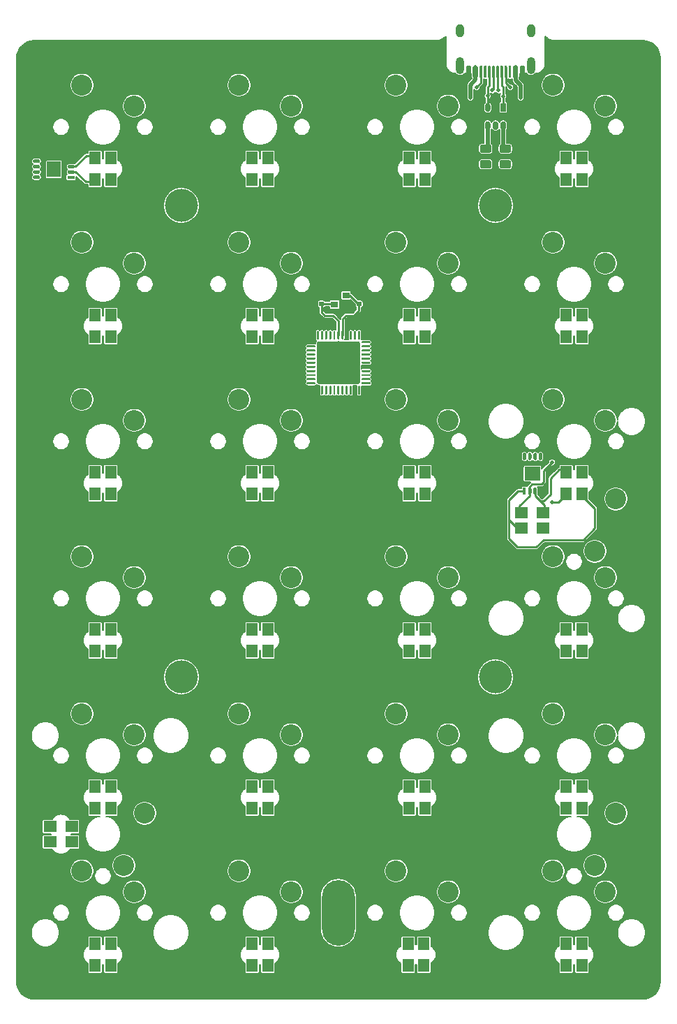
<source format=gbr>
G04 #@! TF.GenerationSoftware,KiCad,Pcbnew,5.1.2*
G04 #@! TF.CreationDate,2019-07-29T09:43:07-03:00*
G04 #@! TF.ProjectId,zeke,7a656b65-2e6b-4696-9361-645f70636258,rev?*
G04 #@! TF.SameCoordinates,Original*
G04 #@! TF.FileFunction,Copper,L1,Top*
G04 #@! TF.FilePolarity,Positive*
%FSLAX46Y46*%
G04 Gerber Fmt 4.6, Leading zero omitted, Abs format (unit mm)*
G04 Created by KiCad (PCBNEW 5.1.2) date 2019-07-29 09:43:07*
%MOMM*%
%LPD*%
G04 APERTURE LIST*
%ADD10C,2.540000*%
%ADD11R,1.600000X1.400000*%
%ADD12R,1.400000X1.600000*%
%ADD13R,1.880000X1.680000*%
%ADD14C,0.254000*%
%ADD15C,0.420000*%
%ADD16R,0.420000X0.890000*%
%ADD17C,0.975000*%
%ADD18O,4.000000X7.960000*%
%ADD19C,4.000000*%
%ADD20R,1.680000X1.880000*%
%ADD21R,0.890000X0.420000*%
%ADD22C,0.590000*%
%ADD23R,0.900000X0.800000*%
%ADD24C,0.250000*%
%ADD25C,5.200000*%
%ADD26O,1.000000X2.100000*%
%ADD27O,1.000000X1.600000*%
%ADD28C,0.600000*%
%ADD29C,0.300000*%
%ADD30C,0.650000*%
%ADD31R,0.650000X1.060000*%
%ADD32C,0.508000*%
%ADD33C,0.500000*%
%ADD34C,0.250000*%
%ADD35C,0.508000*%
%ADD36C,0.127000*%
G04 APERTURE END LIST*
D10*
X51514570Y-129619930D03*
X48974570Y-135969930D03*
D11*
X42654690Y-133109730D03*
X40054690Y-133109730D03*
X40054690Y-131209730D03*
X42654690Y-131209730D03*
D12*
X104534690Y-145464730D03*
X104534690Y-148064730D03*
X102634690Y-148064730D03*
X102634690Y-145464730D03*
X85357690Y-145465130D03*
X85357690Y-148065130D03*
X83457690Y-148065130D03*
X83457690Y-145465130D03*
X66434770Y-145465130D03*
X66434770Y-148065130D03*
X64534770Y-148065130D03*
X64534770Y-145465130D03*
X47384690Y-145465130D03*
X47384690Y-148065130D03*
X45484690Y-148065130D03*
X45484690Y-145465130D03*
X104534690Y-126414730D03*
X104534690Y-129014730D03*
X102634690Y-129014730D03*
X102634690Y-126414730D03*
X85484690Y-126414730D03*
X85484690Y-129014730D03*
X83584690Y-129014730D03*
X83584690Y-126414730D03*
X66434770Y-126415050D03*
X66434770Y-129015050D03*
X64534770Y-129015050D03*
X64534770Y-126415050D03*
X47384690Y-126415050D03*
X47384690Y-129015050D03*
X45484690Y-129015050D03*
X45484690Y-126415050D03*
X104534930Y-107364970D03*
X104534930Y-109964970D03*
X102634930Y-109964970D03*
X102634930Y-107364970D03*
X85484850Y-107364970D03*
X85484850Y-109964970D03*
X83584850Y-109964970D03*
X83584850Y-107364970D03*
X66434770Y-107364970D03*
X66434770Y-109964970D03*
X64534770Y-109964970D03*
X64534770Y-107364970D03*
X47384690Y-107364970D03*
X47384690Y-109964970D03*
X45484690Y-109964970D03*
X45484690Y-107364970D03*
X85484850Y-88314890D03*
X85484850Y-90914890D03*
X83584850Y-90914890D03*
X83584850Y-88314890D03*
X66434690Y-88314730D03*
X66434690Y-90914730D03*
X64534690Y-90914730D03*
X64534690Y-88314730D03*
X47384690Y-88314730D03*
X47384690Y-90914730D03*
X45484690Y-90914730D03*
X45484690Y-88314730D03*
X104534930Y-69264810D03*
X104534930Y-71864810D03*
X102634930Y-71864810D03*
X102634930Y-69264810D03*
X85484850Y-69264810D03*
X85484850Y-71864810D03*
X83584850Y-71864810D03*
X83584850Y-69264810D03*
X66434690Y-69264810D03*
X66434690Y-71864810D03*
X64534690Y-71864810D03*
X64534690Y-69264810D03*
X47384690Y-69264730D03*
X47384690Y-71864730D03*
X45484690Y-71864730D03*
X45484690Y-69264730D03*
X104534690Y-50214730D03*
X104534690Y-52814730D03*
X102634690Y-52814730D03*
X102634690Y-50214730D03*
X85484850Y-50214730D03*
X85484850Y-52814730D03*
X83584850Y-52814730D03*
X83584850Y-50214730D03*
X66434770Y-50214730D03*
X66434770Y-52814730D03*
X64534770Y-52814730D03*
X64534770Y-50214730D03*
D13*
X98542690Y-88471730D03*
D14*
G36*
X97588275Y-85922741D02*
G01*
X97608660Y-85925765D01*
X97628651Y-85930773D01*
X97648055Y-85937715D01*
X97666684Y-85946527D01*
X97684361Y-85957121D01*
X97700914Y-85969398D01*
X97716183Y-85983238D01*
X97730023Y-85998507D01*
X97742300Y-86015060D01*
X97752894Y-86032737D01*
X97761706Y-86051366D01*
X97768648Y-86070770D01*
X97773656Y-86090761D01*
X97776680Y-86111146D01*
X97777691Y-86131730D01*
X97777691Y-86601730D01*
X97776680Y-86622314D01*
X97773656Y-86642699D01*
X97768648Y-86662690D01*
X97761706Y-86682094D01*
X97752894Y-86700723D01*
X97742300Y-86718400D01*
X97730023Y-86734953D01*
X97716183Y-86750222D01*
X97700914Y-86764062D01*
X97684361Y-86776339D01*
X97666684Y-86786933D01*
X97648055Y-86795745D01*
X97628651Y-86802687D01*
X97608660Y-86807695D01*
X97588275Y-86810719D01*
X97567691Y-86811730D01*
X97567689Y-86811730D01*
X97547105Y-86810719D01*
X97526720Y-86807695D01*
X97506729Y-86802687D01*
X97487325Y-86795745D01*
X97468696Y-86786933D01*
X97451019Y-86776339D01*
X97434466Y-86764062D01*
X97419197Y-86750222D01*
X97405357Y-86734953D01*
X97393080Y-86718400D01*
X97382486Y-86700723D01*
X97373674Y-86682094D01*
X97366732Y-86662690D01*
X97361724Y-86642699D01*
X97358700Y-86622314D01*
X97357689Y-86601730D01*
X97357689Y-86131730D01*
X97358700Y-86111146D01*
X97361724Y-86090761D01*
X97366732Y-86070770D01*
X97373674Y-86051366D01*
X97382486Y-86032737D01*
X97393080Y-86015060D01*
X97405357Y-85998507D01*
X97419197Y-85983238D01*
X97434466Y-85969398D01*
X97451019Y-85957121D01*
X97468696Y-85946527D01*
X97487325Y-85937715D01*
X97506729Y-85930773D01*
X97526720Y-85925765D01*
X97547105Y-85922741D01*
X97567689Y-85921730D01*
X97567691Y-85921730D01*
X97588275Y-85922741D01*
X97588275Y-85922741D01*
G37*
D15*
X97567690Y-86366730D03*
D14*
G36*
X98238275Y-85922741D02*
G01*
X98258660Y-85925765D01*
X98278651Y-85930773D01*
X98298055Y-85937715D01*
X98316684Y-85946527D01*
X98334361Y-85957121D01*
X98350914Y-85969398D01*
X98366183Y-85983238D01*
X98380023Y-85998507D01*
X98392300Y-86015060D01*
X98402894Y-86032737D01*
X98411706Y-86051366D01*
X98418648Y-86070770D01*
X98423656Y-86090761D01*
X98426680Y-86111146D01*
X98427691Y-86131730D01*
X98427691Y-86601730D01*
X98426680Y-86622314D01*
X98423656Y-86642699D01*
X98418648Y-86662690D01*
X98411706Y-86682094D01*
X98402894Y-86700723D01*
X98392300Y-86718400D01*
X98380023Y-86734953D01*
X98366183Y-86750222D01*
X98350914Y-86764062D01*
X98334361Y-86776339D01*
X98316684Y-86786933D01*
X98298055Y-86795745D01*
X98278651Y-86802687D01*
X98258660Y-86807695D01*
X98238275Y-86810719D01*
X98217691Y-86811730D01*
X98217689Y-86811730D01*
X98197105Y-86810719D01*
X98176720Y-86807695D01*
X98156729Y-86802687D01*
X98137325Y-86795745D01*
X98118696Y-86786933D01*
X98101019Y-86776339D01*
X98084466Y-86764062D01*
X98069197Y-86750222D01*
X98055357Y-86734953D01*
X98043080Y-86718400D01*
X98032486Y-86700723D01*
X98023674Y-86682094D01*
X98016732Y-86662690D01*
X98011724Y-86642699D01*
X98008700Y-86622314D01*
X98007689Y-86601730D01*
X98007689Y-86131730D01*
X98008700Y-86111146D01*
X98011724Y-86090761D01*
X98016732Y-86070770D01*
X98023674Y-86051366D01*
X98032486Y-86032737D01*
X98043080Y-86015060D01*
X98055357Y-85998507D01*
X98069197Y-85983238D01*
X98084466Y-85969398D01*
X98101019Y-85957121D01*
X98118696Y-85946527D01*
X98137325Y-85937715D01*
X98156729Y-85930773D01*
X98176720Y-85925765D01*
X98197105Y-85922741D01*
X98217689Y-85921730D01*
X98217691Y-85921730D01*
X98238275Y-85922741D01*
X98238275Y-85922741D01*
G37*
D15*
X98217690Y-86366730D03*
D14*
G36*
X98888275Y-85922741D02*
G01*
X98908660Y-85925765D01*
X98928651Y-85930773D01*
X98948055Y-85937715D01*
X98966684Y-85946527D01*
X98984361Y-85957121D01*
X99000914Y-85969398D01*
X99016183Y-85983238D01*
X99030023Y-85998507D01*
X99042300Y-86015060D01*
X99052894Y-86032737D01*
X99061706Y-86051366D01*
X99068648Y-86070770D01*
X99073656Y-86090761D01*
X99076680Y-86111146D01*
X99077691Y-86131730D01*
X99077691Y-86601730D01*
X99076680Y-86622314D01*
X99073656Y-86642699D01*
X99068648Y-86662690D01*
X99061706Y-86682094D01*
X99052894Y-86700723D01*
X99042300Y-86718400D01*
X99030023Y-86734953D01*
X99016183Y-86750222D01*
X99000914Y-86764062D01*
X98984361Y-86776339D01*
X98966684Y-86786933D01*
X98948055Y-86795745D01*
X98928651Y-86802687D01*
X98908660Y-86807695D01*
X98888275Y-86810719D01*
X98867691Y-86811730D01*
X98867689Y-86811730D01*
X98847105Y-86810719D01*
X98826720Y-86807695D01*
X98806729Y-86802687D01*
X98787325Y-86795745D01*
X98768696Y-86786933D01*
X98751019Y-86776339D01*
X98734466Y-86764062D01*
X98719197Y-86750222D01*
X98705357Y-86734953D01*
X98693080Y-86718400D01*
X98682486Y-86700723D01*
X98673674Y-86682094D01*
X98666732Y-86662690D01*
X98661724Y-86642699D01*
X98658700Y-86622314D01*
X98657689Y-86601730D01*
X98657689Y-86131730D01*
X98658700Y-86111146D01*
X98661724Y-86090761D01*
X98666732Y-86070770D01*
X98673674Y-86051366D01*
X98682486Y-86032737D01*
X98693080Y-86015060D01*
X98705357Y-85998507D01*
X98719197Y-85983238D01*
X98734466Y-85969398D01*
X98751019Y-85957121D01*
X98768696Y-85946527D01*
X98787325Y-85937715D01*
X98806729Y-85930773D01*
X98826720Y-85925765D01*
X98847105Y-85922741D01*
X98867689Y-85921730D01*
X98867691Y-85921730D01*
X98888275Y-85922741D01*
X98888275Y-85922741D01*
G37*
D15*
X98867690Y-86366730D03*
D14*
G36*
X99538275Y-85922741D02*
G01*
X99558660Y-85925765D01*
X99578651Y-85930773D01*
X99598055Y-85937715D01*
X99616684Y-85946527D01*
X99634361Y-85957121D01*
X99650914Y-85969398D01*
X99666183Y-85983238D01*
X99680023Y-85998507D01*
X99692300Y-86015060D01*
X99702894Y-86032737D01*
X99711706Y-86051366D01*
X99718648Y-86070770D01*
X99723656Y-86090761D01*
X99726680Y-86111146D01*
X99727691Y-86131730D01*
X99727691Y-86601730D01*
X99726680Y-86622314D01*
X99723656Y-86642699D01*
X99718648Y-86662690D01*
X99711706Y-86682094D01*
X99702894Y-86700723D01*
X99692300Y-86718400D01*
X99680023Y-86734953D01*
X99666183Y-86750222D01*
X99650914Y-86764062D01*
X99634361Y-86776339D01*
X99616684Y-86786933D01*
X99598055Y-86795745D01*
X99578651Y-86802687D01*
X99558660Y-86807695D01*
X99538275Y-86810719D01*
X99517691Y-86811730D01*
X99517689Y-86811730D01*
X99497105Y-86810719D01*
X99476720Y-86807695D01*
X99456729Y-86802687D01*
X99437325Y-86795745D01*
X99418696Y-86786933D01*
X99401019Y-86776339D01*
X99384466Y-86764062D01*
X99369197Y-86750222D01*
X99355357Y-86734953D01*
X99343080Y-86718400D01*
X99332486Y-86700723D01*
X99323674Y-86682094D01*
X99316732Y-86662690D01*
X99311724Y-86642699D01*
X99308700Y-86622314D01*
X99307689Y-86601730D01*
X99307689Y-86131730D01*
X99308700Y-86111146D01*
X99311724Y-86090761D01*
X99316732Y-86070770D01*
X99323674Y-86051366D01*
X99332486Y-86032737D01*
X99343080Y-86015060D01*
X99355357Y-85998507D01*
X99369197Y-85983238D01*
X99384466Y-85969398D01*
X99401019Y-85957121D01*
X99418696Y-85946527D01*
X99437325Y-85937715D01*
X99456729Y-85930773D01*
X99476720Y-85925765D01*
X99497105Y-85922741D01*
X99517689Y-85921730D01*
X99517691Y-85921730D01*
X99538275Y-85922741D01*
X99538275Y-85922741D01*
G37*
D15*
X99517690Y-86366730D03*
D14*
G36*
X99538275Y-90132741D02*
G01*
X99558660Y-90135765D01*
X99578651Y-90140773D01*
X99598055Y-90147715D01*
X99616684Y-90156527D01*
X99634361Y-90167121D01*
X99650914Y-90179398D01*
X99666183Y-90193238D01*
X99680023Y-90208507D01*
X99692300Y-90225060D01*
X99702894Y-90242737D01*
X99711706Y-90261366D01*
X99718648Y-90280770D01*
X99723656Y-90300761D01*
X99726680Y-90321146D01*
X99727691Y-90341730D01*
X99727691Y-90811730D01*
X99726680Y-90832314D01*
X99723656Y-90852699D01*
X99718648Y-90872690D01*
X99711706Y-90892094D01*
X99702894Y-90910723D01*
X99692300Y-90928400D01*
X99680023Y-90944953D01*
X99666183Y-90960222D01*
X99650914Y-90974062D01*
X99634361Y-90986339D01*
X99616684Y-90996933D01*
X99598055Y-91005745D01*
X99578651Y-91012687D01*
X99558660Y-91017695D01*
X99538275Y-91020719D01*
X99517691Y-91021730D01*
X99517689Y-91021730D01*
X99497105Y-91020719D01*
X99476720Y-91017695D01*
X99456729Y-91012687D01*
X99437325Y-91005745D01*
X99418696Y-90996933D01*
X99401019Y-90986339D01*
X99384466Y-90974062D01*
X99369197Y-90960222D01*
X99355357Y-90944953D01*
X99343080Y-90928400D01*
X99332486Y-90910723D01*
X99323674Y-90892094D01*
X99316732Y-90872690D01*
X99311724Y-90852699D01*
X99308700Y-90832314D01*
X99307689Y-90811730D01*
X99307689Y-90341730D01*
X99308700Y-90321146D01*
X99311724Y-90300761D01*
X99316732Y-90280770D01*
X99323674Y-90261366D01*
X99332486Y-90242737D01*
X99343080Y-90225060D01*
X99355357Y-90208507D01*
X99369197Y-90193238D01*
X99384466Y-90179398D01*
X99401019Y-90167121D01*
X99418696Y-90156527D01*
X99437325Y-90147715D01*
X99456729Y-90140773D01*
X99476720Y-90135765D01*
X99497105Y-90132741D01*
X99517689Y-90131730D01*
X99517691Y-90131730D01*
X99538275Y-90132741D01*
X99538275Y-90132741D01*
G37*
D15*
X99517690Y-90576730D03*
D14*
G36*
X98888275Y-90132741D02*
G01*
X98908660Y-90135765D01*
X98928651Y-90140773D01*
X98948055Y-90147715D01*
X98966684Y-90156527D01*
X98984361Y-90167121D01*
X99000914Y-90179398D01*
X99016183Y-90193238D01*
X99030023Y-90208507D01*
X99042300Y-90225060D01*
X99052894Y-90242737D01*
X99061706Y-90261366D01*
X99068648Y-90280770D01*
X99073656Y-90300761D01*
X99076680Y-90321146D01*
X99077691Y-90341730D01*
X99077691Y-90811730D01*
X99076680Y-90832314D01*
X99073656Y-90852699D01*
X99068648Y-90872690D01*
X99061706Y-90892094D01*
X99052894Y-90910723D01*
X99042300Y-90928400D01*
X99030023Y-90944953D01*
X99016183Y-90960222D01*
X99000914Y-90974062D01*
X98984361Y-90986339D01*
X98966684Y-90996933D01*
X98948055Y-91005745D01*
X98928651Y-91012687D01*
X98908660Y-91017695D01*
X98888275Y-91020719D01*
X98867691Y-91021730D01*
X98867689Y-91021730D01*
X98847105Y-91020719D01*
X98826720Y-91017695D01*
X98806729Y-91012687D01*
X98787325Y-91005745D01*
X98768696Y-90996933D01*
X98751019Y-90986339D01*
X98734466Y-90974062D01*
X98719197Y-90960222D01*
X98705357Y-90944953D01*
X98693080Y-90928400D01*
X98682486Y-90910723D01*
X98673674Y-90892094D01*
X98666732Y-90872690D01*
X98661724Y-90852699D01*
X98658700Y-90832314D01*
X98657689Y-90811730D01*
X98657689Y-90341730D01*
X98658700Y-90321146D01*
X98661724Y-90300761D01*
X98666732Y-90280770D01*
X98673674Y-90261366D01*
X98682486Y-90242737D01*
X98693080Y-90225060D01*
X98705357Y-90208507D01*
X98719197Y-90193238D01*
X98734466Y-90179398D01*
X98751019Y-90167121D01*
X98768696Y-90156527D01*
X98787325Y-90147715D01*
X98806729Y-90140773D01*
X98826720Y-90135765D01*
X98847105Y-90132741D01*
X98867689Y-90131730D01*
X98867691Y-90131730D01*
X98888275Y-90132741D01*
X98888275Y-90132741D01*
G37*
D15*
X98867690Y-90576730D03*
D14*
G36*
X98238275Y-90132741D02*
G01*
X98258660Y-90135765D01*
X98278651Y-90140773D01*
X98298055Y-90147715D01*
X98316684Y-90156527D01*
X98334361Y-90167121D01*
X98350914Y-90179398D01*
X98366183Y-90193238D01*
X98380023Y-90208507D01*
X98392300Y-90225060D01*
X98402894Y-90242737D01*
X98411706Y-90261366D01*
X98418648Y-90280770D01*
X98423656Y-90300761D01*
X98426680Y-90321146D01*
X98427691Y-90341730D01*
X98427691Y-90811730D01*
X98426680Y-90832314D01*
X98423656Y-90852699D01*
X98418648Y-90872690D01*
X98411706Y-90892094D01*
X98402894Y-90910723D01*
X98392300Y-90928400D01*
X98380023Y-90944953D01*
X98366183Y-90960222D01*
X98350914Y-90974062D01*
X98334361Y-90986339D01*
X98316684Y-90996933D01*
X98298055Y-91005745D01*
X98278651Y-91012687D01*
X98258660Y-91017695D01*
X98238275Y-91020719D01*
X98217691Y-91021730D01*
X98217689Y-91021730D01*
X98197105Y-91020719D01*
X98176720Y-91017695D01*
X98156729Y-91012687D01*
X98137325Y-91005745D01*
X98118696Y-90996933D01*
X98101019Y-90986339D01*
X98084466Y-90974062D01*
X98069197Y-90960222D01*
X98055357Y-90944953D01*
X98043080Y-90928400D01*
X98032486Y-90910723D01*
X98023674Y-90892094D01*
X98016732Y-90872690D01*
X98011724Y-90852699D01*
X98008700Y-90832314D01*
X98007689Y-90811730D01*
X98007689Y-90341730D01*
X98008700Y-90321146D01*
X98011724Y-90300761D01*
X98016732Y-90280770D01*
X98023674Y-90261366D01*
X98032486Y-90242737D01*
X98043080Y-90225060D01*
X98055357Y-90208507D01*
X98069197Y-90193238D01*
X98084466Y-90179398D01*
X98101019Y-90167121D01*
X98118696Y-90156527D01*
X98137325Y-90147715D01*
X98156729Y-90140773D01*
X98176720Y-90135765D01*
X98197105Y-90132741D01*
X98217689Y-90131730D01*
X98217691Y-90131730D01*
X98238275Y-90132741D01*
X98238275Y-90132741D01*
G37*
D15*
X98217690Y-90576730D03*
D16*
X97567690Y-90576730D03*
D11*
X99830090Y-95085930D03*
X97230090Y-95085930D03*
X97230090Y-93185930D03*
X99830090Y-93185930D03*
D12*
X104534930Y-88314890D03*
X104534930Y-90914890D03*
X102634930Y-90914890D03*
X102634930Y-88314890D03*
D10*
X108664810Y-91519770D03*
X106124810Y-97869770D03*
X108664810Y-129619930D03*
X106124810Y-135969930D03*
D14*
G36*
X93349282Y-48582634D02*
G01*
X93372943Y-48586144D01*
X93396147Y-48591956D01*
X93418669Y-48600014D01*
X93440293Y-48610242D01*
X93460810Y-48622539D01*
X93480023Y-48636789D01*
X93497747Y-48652853D01*
X93513811Y-48670577D01*
X93528061Y-48689790D01*
X93540358Y-48710307D01*
X93550586Y-48731931D01*
X93558644Y-48754453D01*
X93564456Y-48777657D01*
X93567966Y-48801318D01*
X93569140Y-48825210D01*
X93569140Y-49312710D01*
X93567966Y-49336602D01*
X93564456Y-49360263D01*
X93558644Y-49383467D01*
X93550586Y-49405989D01*
X93540358Y-49427613D01*
X93528061Y-49448130D01*
X93513811Y-49467343D01*
X93497747Y-49485067D01*
X93480023Y-49501131D01*
X93460810Y-49515381D01*
X93440293Y-49527678D01*
X93418669Y-49537906D01*
X93396147Y-49545964D01*
X93372943Y-49551776D01*
X93349282Y-49555286D01*
X93325390Y-49556460D01*
X92412890Y-49556460D01*
X92388998Y-49555286D01*
X92365337Y-49551776D01*
X92342133Y-49545964D01*
X92319611Y-49537906D01*
X92297987Y-49527678D01*
X92277470Y-49515381D01*
X92258257Y-49501131D01*
X92240533Y-49485067D01*
X92224469Y-49467343D01*
X92210219Y-49448130D01*
X92197922Y-49427613D01*
X92187694Y-49405989D01*
X92179636Y-49383467D01*
X92173824Y-49360263D01*
X92170314Y-49336602D01*
X92169140Y-49312710D01*
X92169140Y-48825210D01*
X92170314Y-48801318D01*
X92173824Y-48777657D01*
X92179636Y-48754453D01*
X92187694Y-48731931D01*
X92197922Y-48710307D01*
X92210219Y-48689790D01*
X92224469Y-48670577D01*
X92240533Y-48652853D01*
X92258257Y-48636789D01*
X92277470Y-48622539D01*
X92297987Y-48610242D01*
X92319611Y-48600014D01*
X92342133Y-48591956D01*
X92365337Y-48586144D01*
X92388998Y-48582634D01*
X92412890Y-48581460D01*
X93325390Y-48581460D01*
X93349282Y-48582634D01*
X93349282Y-48582634D01*
G37*
D17*
X92869140Y-49068960D03*
D14*
G36*
X93349282Y-50457634D02*
G01*
X93372943Y-50461144D01*
X93396147Y-50466956D01*
X93418669Y-50475014D01*
X93440293Y-50485242D01*
X93460810Y-50497539D01*
X93480023Y-50511789D01*
X93497747Y-50527853D01*
X93513811Y-50545577D01*
X93528061Y-50564790D01*
X93540358Y-50585307D01*
X93550586Y-50606931D01*
X93558644Y-50629453D01*
X93564456Y-50652657D01*
X93567966Y-50676318D01*
X93569140Y-50700210D01*
X93569140Y-51187710D01*
X93567966Y-51211602D01*
X93564456Y-51235263D01*
X93558644Y-51258467D01*
X93550586Y-51280989D01*
X93540358Y-51302613D01*
X93528061Y-51323130D01*
X93513811Y-51342343D01*
X93497747Y-51360067D01*
X93480023Y-51376131D01*
X93460810Y-51390381D01*
X93440293Y-51402678D01*
X93418669Y-51412906D01*
X93396147Y-51420964D01*
X93372943Y-51426776D01*
X93349282Y-51430286D01*
X93325390Y-51431460D01*
X92412890Y-51431460D01*
X92388998Y-51430286D01*
X92365337Y-51426776D01*
X92342133Y-51420964D01*
X92319611Y-51412906D01*
X92297987Y-51402678D01*
X92277470Y-51390381D01*
X92258257Y-51376131D01*
X92240533Y-51360067D01*
X92224469Y-51342343D01*
X92210219Y-51323130D01*
X92197922Y-51302613D01*
X92187694Y-51280989D01*
X92179636Y-51258467D01*
X92173824Y-51235263D01*
X92170314Y-51211602D01*
X92169140Y-51187710D01*
X92169140Y-50700210D01*
X92170314Y-50676318D01*
X92173824Y-50652657D01*
X92179636Y-50629453D01*
X92187694Y-50606931D01*
X92197922Y-50585307D01*
X92210219Y-50564790D01*
X92224469Y-50545577D01*
X92240533Y-50527853D01*
X92258257Y-50511789D01*
X92277470Y-50497539D01*
X92297987Y-50485242D01*
X92319611Y-50475014D01*
X92342133Y-50466956D01*
X92365337Y-50461144D01*
X92388998Y-50457634D01*
X92412890Y-50456460D01*
X93325390Y-50456460D01*
X93349282Y-50457634D01*
X93349282Y-50457634D01*
G37*
D17*
X92869140Y-50943960D03*
D14*
G36*
X95730542Y-50457634D02*
G01*
X95754203Y-50461144D01*
X95777407Y-50466956D01*
X95799929Y-50475014D01*
X95821553Y-50485242D01*
X95842070Y-50497539D01*
X95861283Y-50511789D01*
X95879007Y-50527853D01*
X95895071Y-50545577D01*
X95909321Y-50564790D01*
X95921618Y-50585307D01*
X95931846Y-50606931D01*
X95939904Y-50629453D01*
X95945716Y-50652657D01*
X95949226Y-50676318D01*
X95950400Y-50700210D01*
X95950400Y-51187710D01*
X95949226Y-51211602D01*
X95945716Y-51235263D01*
X95939904Y-51258467D01*
X95931846Y-51280989D01*
X95921618Y-51302613D01*
X95909321Y-51323130D01*
X95895071Y-51342343D01*
X95879007Y-51360067D01*
X95861283Y-51376131D01*
X95842070Y-51390381D01*
X95821553Y-51402678D01*
X95799929Y-51412906D01*
X95777407Y-51420964D01*
X95754203Y-51426776D01*
X95730542Y-51430286D01*
X95706650Y-51431460D01*
X94794150Y-51431460D01*
X94770258Y-51430286D01*
X94746597Y-51426776D01*
X94723393Y-51420964D01*
X94700871Y-51412906D01*
X94679247Y-51402678D01*
X94658730Y-51390381D01*
X94639517Y-51376131D01*
X94621793Y-51360067D01*
X94605729Y-51342343D01*
X94591479Y-51323130D01*
X94579182Y-51302613D01*
X94568954Y-51280989D01*
X94560896Y-51258467D01*
X94555084Y-51235263D01*
X94551574Y-51211602D01*
X94550400Y-51187710D01*
X94550400Y-50700210D01*
X94551574Y-50676318D01*
X94555084Y-50652657D01*
X94560896Y-50629453D01*
X94568954Y-50606931D01*
X94579182Y-50585307D01*
X94591479Y-50564790D01*
X94605729Y-50545577D01*
X94621793Y-50527853D01*
X94639517Y-50511789D01*
X94658730Y-50497539D01*
X94679247Y-50485242D01*
X94700871Y-50475014D01*
X94723393Y-50466956D01*
X94746597Y-50461144D01*
X94770258Y-50457634D01*
X94794150Y-50456460D01*
X95706650Y-50456460D01*
X95730542Y-50457634D01*
X95730542Y-50457634D01*
G37*
D17*
X95250400Y-50943960D03*
D14*
G36*
X95730542Y-48582634D02*
G01*
X95754203Y-48586144D01*
X95777407Y-48591956D01*
X95799929Y-48600014D01*
X95821553Y-48610242D01*
X95842070Y-48622539D01*
X95861283Y-48636789D01*
X95879007Y-48652853D01*
X95895071Y-48670577D01*
X95909321Y-48689790D01*
X95921618Y-48710307D01*
X95931846Y-48731931D01*
X95939904Y-48754453D01*
X95945716Y-48777657D01*
X95949226Y-48801318D01*
X95950400Y-48825210D01*
X95950400Y-49312710D01*
X95949226Y-49336602D01*
X95945716Y-49360263D01*
X95939904Y-49383467D01*
X95931846Y-49405989D01*
X95921618Y-49427613D01*
X95909321Y-49448130D01*
X95895071Y-49467343D01*
X95879007Y-49485067D01*
X95861283Y-49501131D01*
X95842070Y-49515381D01*
X95821553Y-49527678D01*
X95799929Y-49537906D01*
X95777407Y-49545964D01*
X95754203Y-49551776D01*
X95730542Y-49555286D01*
X95706650Y-49556460D01*
X94794150Y-49556460D01*
X94770258Y-49555286D01*
X94746597Y-49551776D01*
X94723393Y-49545964D01*
X94700871Y-49537906D01*
X94679247Y-49527678D01*
X94658730Y-49515381D01*
X94639517Y-49501131D01*
X94621793Y-49485067D01*
X94605729Y-49467343D01*
X94591479Y-49448130D01*
X94579182Y-49427613D01*
X94568954Y-49405989D01*
X94560896Y-49383467D01*
X94555084Y-49360263D01*
X94551574Y-49336602D01*
X94550400Y-49312710D01*
X94550400Y-48825210D01*
X94551574Y-48801318D01*
X94555084Y-48777657D01*
X94560896Y-48754453D01*
X94568954Y-48731931D01*
X94579182Y-48710307D01*
X94591479Y-48689790D01*
X94605729Y-48670577D01*
X94621793Y-48652853D01*
X94639517Y-48636789D01*
X94658730Y-48622539D01*
X94679247Y-48610242D01*
X94700871Y-48600014D01*
X94723393Y-48591956D01*
X94746597Y-48586144D01*
X94770258Y-48582634D01*
X94794150Y-48581460D01*
X95706650Y-48581460D01*
X95730542Y-48582634D01*
X95730542Y-48582634D01*
G37*
D17*
X95250400Y-49068960D03*
D18*
X75009690Y-141684970D03*
D10*
X107394810Y-139144970D03*
X101044810Y-136604970D03*
X88344730Y-139144970D03*
X81994730Y-136604970D03*
X69294650Y-139144970D03*
X62944650Y-136604970D03*
X50244570Y-139144970D03*
X43894570Y-136604970D03*
D19*
X94059770Y-113109850D03*
X55959610Y-113109850D03*
X94059770Y-55959610D03*
X55959610Y-55959610D03*
D20*
X40481420Y-51562000D03*
D14*
G36*
X38632004Y-52328010D02*
G01*
X38652389Y-52331034D01*
X38672380Y-52336042D01*
X38691784Y-52342984D01*
X38710413Y-52351796D01*
X38728090Y-52362390D01*
X38744643Y-52374667D01*
X38759912Y-52388507D01*
X38773752Y-52403776D01*
X38786029Y-52420329D01*
X38796623Y-52438006D01*
X38805435Y-52456635D01*
X38812377Y-52476039D01*
X38817385Y-52496030D01*
X38820409Y-52516415D01*
X38821420Y-52536999D01*
X38821420Y-52537001D01*
X38820409Y-52557585D01*
X38817385Y-52577970D01*
X38812377Y-52597961D01*
X38805435Y-52617365D01*
X38796623Y-52635994D01*
X38786029Y-52653671D01*
X38773752Y-52670224D01*
X38759912Y-52685493D01*
X38744643Y-52699333D01*
X38728090Y-52711610D01*
X38710413Y-52722204D01*
X38691784Y-52731016D01*
X38672380Y-52737958D01*
X38652389Y-52742966D01*
X38632004Y-52745990D01*
X38611420Y-52747001D01*
X38141420Y-52747001D01*
X38120836Y-52745990D01*
X38100451Y-52742966D01*
X38080460Y-52737958D01*
X38061056Y-52731016D01*
X38042427Y-52722204D01*
X38024750Y-52711610D01*
X38008197Y-52699333D01*
X37992928Y-52685493D01*
X37979088Y-52670224D01*
X37966811Y-52653671D01*
X37956217Y-52635994D01*
X37947405Y-52617365D01*
X37940463Y-52597961D01*
X37935455Y-52577970D01*
X37932431Y-52557585D01*
X37931420Y-52537001D01*
X37931420Y-52536999D01*
X37932431Y-52516415D01*
X37935455Y-52496030D01*
X37940463Y-52476039D01*
X37947405Y-52456635D01*
X37956217Y-52438006D01*
X37966811Y-52420329D01*
X37979088Y-52403776D01*
X37992928Y-52388507D01*
X38008197Y-52374667D01*
X38024750Y-52362390D01*
X38042427Y-52351796D01*
X38061056Y-52342984D01*
X38080460Y-52336042D01*
X38100451Y-52331034D01*
X38120836Y-52328010D01*
X38141420Y-52326999D01*
X38611420Y-52326999D01*
X38632004Y-52328010D01*
X38632004Y-52328010D01*
G37*
D15*
X38376420Y-52537000D03*
D14*
G36*
X38632004Y-51678010D02*
G01*
X38652389Y-51681034D01*
X38672380Y-51686042D01*
X38691784Y-51692984D01*
X38710413Y-51701796D01*
X38728090Y-51712390D01*
X38744643Y-51724667D01*
X38759912Y-51738507D01*
X38773752Y-51753776D01*
X38786029Y-51770329D01*
X38796623Y-51788006D01*
X38805435Y-51806635D01*
X38812377Y-51826039D01*
X38817385Y-51846030D01*
X38820409Y-51866415D01*
X38821420Y-51886999D01*
X38821420Y-51887001D01*
X38820409Y-51907585D01*
X38817385Y-51927970D01*
X38812377Y-51947961D01*
X38805435Y-51967365D01*
X38796623Y-51985994D01*
X38786029Y-52003671D01*
X38773752Y-52020224D01*
X38759912Y-52035493D01*
X38744643Y-52049333D01*
X38728090Y-52061610D01*
X38710413Y-52072204D01*
X38691784Y-52081016D01*
X38672380Y-52087958D01*
X38652389Y-52092966D01*
X38632004Y-52095990D01*
X38611420Y-52097001D01*
X38141420Y-52097001D01*
X38120836Y-52095990D01*
X38100451Y-52092966D01*
X38080460Y-52087958D01*
X38061056Y-52081016D01*
X38042427Y-52072204D01*
X38024750Y-52061610D01*
X38008197Y-52049333D01*
X37992928Y-52035493D01*
X37979088Y-52020224D01*
X37966811Y-52003671D01*
X37956217Y-51985994D01*
X37947405Y-51967365D01*
X37940463Y-51947961D01*
X37935455Y-51927970D01*
X37932431Y-51907585D01*
X37931420Y-51887001D01*
X37931420Y-51886999D01*
X37932431Y-51866415D01*
X37935455Y-51846030D01*
X37940463Y-51826039D01*
X37947405Y-51806635D01*
X37956217Y-51788006D01*
X37966811Y-51770329D01*
X37979088Y-51753776D01*
X37992928Y-51738507D01*
X38008197Y-51724667D01*
X38024750Y-51712390D01*
X38042427Y-51701796D01*
X38061056Y-51692984D01*
X38080460Y-51686042D01*
X38100451Y-51681034D01*
X38120836Y-51678010D01*
X38141420Y-51676999D01*
X38611420Y-51676999D01*
X38632004Y-51678010D01*
X38632004Y-51678010D01*
G37*
D15*
X38376420Y-51887000D03*
D14*
G36*
X38632004Y-51028010D02*
G01*
X38652389Y-51031034D01*
X38672380Y-51036042D01*
X38691784Y-51042984D01*
X38710413Y-51051796D01*
X38728090Y-51062390D01*
X38744643Y-51074667D01*
X38759912Y-51088507D01*
X38773752Y-51103776D01*
X38786029Y-51120329D01*
X38796623Y-51138006D01*
X38805435Y-51156635D01*
X38812377Y-51176039D01*
X38817385Y-51196030D01*
X38820409Y-51216415D01*
X38821420Y-51236999D01*
X38821420Y-51237001D01*
X38820409Y-51257585D01*
X38817385Y-51277970D01*
X38812377Y-51297961D01*
X38805435Y-51317365D01*
X38796623Y-51335994D01*
X38786029Y-51353671D01*
X38773752Y-51370224D01*
X38759912Y-51385493D01*
X38744643Y-51399333D01*
X38728090Y-51411610D01*
X38710413Y-51422204D01*
X38691784Y-51431016D01*
X38672380Y-51437958D01*
X38652389Y-51442966D01*
X38632004Y-51445990D01*
X38611420Y-51447001D01*
X38141420Y-51447001D01*
X38120836Y-51445990D01*
X38100451Y-51442966D01*
X38080460Y-51437958D01*
X38061056Y-51431016D01*
X38042427Y-51422204D01*
X38024750Y-51411610D01*
X38008197Y-51399333D01*
X37992928Y-51385493D01*
X37979088Y-51370224D01*
X37966811Y-51353671D01*
X37956217Y-51335994D01*
X37947405Y-51317365D01*
X37940463Y-51297961D01*
X37935455Y-51277970D01*
X37932431Y-51257585D01*
X37931420Y-51237001D01*
X37931420Y-51236999D01*
X37932431Y-51216415D01*
X37935455Y-51196030D01*
X37940463Y-51176039D01*
X37947405Y-51156635D01*
X37956217Y-51138006D01*
X37966811Y-51120329D01*
X37979088Y-51103776D01*
X37992928Y-51088507D01*
X38008197Y-51074667D01*
X38024750Y-51062390D01*
X38042427Y-51051796D01*
X38061056Y-51042984D01*
X38080460Y-51036042D01*
X38100451Y-51031034D01*
X38120836Y-51028010D01*
X38141420Y-51026999D01*
X38611420Y-51026999D01*
X38632004Y-51028010D01*
X38632004Y-51028010D01*
G37*
D15*
X38376420Y-51237000D03*
D14*
G36*
X38632004Y-50378010D02*
G01*
X38652389Y-50381034D01*
X38672380Y-50386042D01*
X38691784Y-50392984D01*
X38710413Y-50401796D01*
X38728090Y-50412390D01*
X38744643Y-50424667D01*
X38759912Y-50438507D01*
X38773752Y-50453776D01*
X38786029Y-50470329D01*
X38796623Y-50488006D01*
X38805435Y-50506635D01*
X38812377Y-50526039D01*
X38817385Y-50546030D01*
X38820409Y-50566415D01*
X38821420Y-50586999D01*
X38821420Y-50587001D01*
X38820409Y-50607585D01*
X38817385Y-50627970D01*
X38812377Y-50647961D01*
X38805435Y-50667365D01*
X38796623Y-50685994D01*
X38786029Y-50703671D01*
X38773752Y-50720224D01*
X38759912Y-50735493D01*
X38744643Y-50749333D01*
X38728090Y-50761610D01*
X38710413Y-50772204D01*
X38691784Y-50781016D01*
X38672380Y-50787958D01*
X38652389Y-50792966D01*
X38632004Y-50795990D01*
X38611420Y-50797001D01*
X38141420Y-50797001D01*
X38120836Y-50795990D01*
X38100451Y-50792966D01*
X38080460Y-50787958D01*
X38061056Y-50781016D01*
X38042427Y-50772204D01*
X38024750Y-50761610D01*
X38008197Y-50749333D01*
X37992928Y-50735493D01*
X37979088Y-50720224D01*
X37966811Y-50703671D01*
X37956217Y-50685994D01*
X37947405Y-50667365D01*
X37940463Y-50647961D01*
X37935455Y-50627970D01*
X37932431Y-50607585D01*
X37931420Y-50587001D01*
X37931420Y-50586999D01*
X37932431Y-50566415D01*
X37935455Y-50546030D01*
X37940463Y-50526039D01*
X37947405Y-50506635D01*
X37956217Y-50488006D01*
X37966811Y-50470329D01*
X37979088Y-50453776D01*
X37992928Y-50438507D01*
X38008197Y-50424667D01*
X38024750Y-50412390D01*
X38042427Y-50401796D01*
X38061056Y-50392984D01*
X38080460Y-50386042D01*
X38100451Y-50381034D01*
X38120836Y-50378010D01*
X38141420Y-50376999D01*
X38611420Y-50376999D01*
X38632004Y-50378010D01*
X38632004Y-50378010D01*
G37*
D15*
X38376420Y-50587000D03*
D14*
G36*
X42842004Y-50378010D02*
G01*
X42862389Y-50381034D01*
X42882380Y-50386042D01*
X42901784Y-50392984D01*
X42920413Y-50401796D01*
X42938090Y-50412390D01*
X42954643Y-50424667D01*
X42969912Y-50438507D01*
X42983752Y-50453776D01*
X42996029Y-50470329D01*
X43006623Y-50488006D01*
X43015435Y-50506635D01*
X43022377Y-50526039D01*
X43027385Y-50546030D01*
X43030409Y-50566415D01*
X43031420Y-50586999D01*
X43031420Y-50587001D01*
X43030409Y-50607585D01*
X43027385Y-50627970D01*
X43022377Y-50647961D01*
X43015435Y-50667365D01*
X43006623Y-50685994D01*
X42996029Y-50703671D01*
X42983752Y-50720224D01*
X42969912Y-50735493D01*
X42954643Y-50749333D01*
X42938090Y-50761610D01*
X42920413Y-50772204D01*
X42901784Y-50781016D01*
X42882380Y-50787958D01*
X42862389Y-50792966D01*
X42842004Y-50795990D01*
X42821420Y-50797001D01*
X42351420Y-50797001D01*
X42330836Y-50795990D01*
X42310451Y-50792966D01*
X42290460Y-50787958D01*
X42271056Y-50781016D01*
X42252427Y-50772204D01*
X42234750Y-50761610D01*
X42218197Y-50749333D01*
X42202928Y-50735493D01*
X42189088Y-50720224D01*
X42176811Y-50703671D01*
X42166217Y-50685994D01*
X42157405Y-50667365D01*
X42150463Y-50647961D01*
X42145455Y-50627970D01*
X42142431Y-50607585D01*
X42141420Y-50587001D01*
X42141420Y-50586999D01*
X42142431Y-50566415D01*
X42145455Y-50546030D01*
X42150463Y-50526039D01*
X42157405Y-50506635D01*
X42166217Y-50488006D01*
X42176811Y-50470329D01*
X42189088Y-50453776D01*
X42202928Y-50438507D01*
X42218197Y-50424667D01*
X42234750Y-50412390D01*
X42252427Y-50401796D01*
X42271056Y-50392984D01*
X42290460Y-50386042D01*
X42310451Y-50381034D01*
X42330836Y-50378010D01*
X42351420Y-50376999D01*
X42821420Y-50376999D01*
X42842004Y-50378010D01*
X42842004Y-50378010D01*
G37*
D15*
X42586420Y-50587000D03*
D14*
G36*
X42842004Y-51028010D02*
G01*
X42862389Y-51031034D01*
X42882380Y-51036042D01*
X42901784Y-51042984D01*
X42920413Y-51051796D01*
X42938090Y-51062390D01*
X42954643Y-51074667D01*
X42969912Y-51088507D01*
X42983752Y-51103776D01*
X42996029Y-51120329D01*
X43006623Y-51138006D01*
X43015435Y-51156635D01*
X43022377Y-51176039D01*
X43027385Y-51196030D01*
X43030409Y-51216415D01*
X43031420Y-51236999D01*
X43031420Y-51237001D01*
X43030409Y-51257585D01*
X43027385Y-51277970D01*
X43022377Y-51297961D01*
X43015435Y-51317365D01*
X43006623Y-51335994D01*
X42996029Y-51353671D01*
X42983752Y-51370224D01*
X42969912Y-51385493D01*
X42954643Y-51399333D01*
X42938090Y-51411610D01*
X42920413Y-51422204D01*
X42901784Y-51431016D01*
X42882380Y-51437958D01*
X42862389Y-51442966D01*
X42842004Y-51445990D01*
X42821420Y-51447001D01*
X42351420Y-51447001D01*
X42330836Y-51445990D01*
X42310451Y-51442966D01*
X42290460Y-51437958D01*
X42271056Y-51431016D01*
X42252427Y-51422204D01*
X42234750Y-51411610D01*
X42218197Y-51399333D01*
X42202928Y-51385493D01*
X42189088Y-51370224D01*
X42176811Y-51353671D01*
X42166217Y-51335994D01*
X42157405Y-51317365D01*
X42150463Y-51297961D01*
X42145455Y-51277970D01*
X42142431Y-51257585D01*
X42141420Y-51237001D01*
X42141420Y-51236999D01*
X42142431Y-51216415D01*
X42145455Y-51196030D01*
X42150463Y-51176039D01*
X42157405Y-51156635D01*
X42166217Y-51138006D01*
X42176811Y-51120329D01*
X42189088Y-51103776D01*
X42202928Y-51088507D01*
X42218197Y-51074667D01*
X42234750Y-51062390D01*
X42252427Y-51051796D01*
X42271056Y-51042984D01*
X42290460Y-51036042D01*
X42310451Y-51031034D01*
X42330836Y-51028010D01*
X42351420Y-51026999D01*
X42821420Y-51026999D01*
X42842004Y-51028010D01*
X42842004Y-51028010D01*
G37*
D15*
X42586420Y-51237000D03*
D14*
G36*
X42842004Y-51678010D02*
G01*
X42862389Y-51681034D01*
X42882380Y-51686042D01*
X42901784Y-51692984D01*
X42920413Y-51701796D01*
X42938090Y-51712390D01*
X42954643Y-51724667D01*
X42969912Y-51738507D01*
X42983752Y-51753776D01*
X42996029Y-51770329D01*
X43006623Y-51788006D01*
X43015435Y-51806635D01*
X43022377Y-51826039D01*
X43027385Y-51846030D01*
X43030409Y-51866415D01*
X43031420Y-51886999D01*
X43031420Y-51887001D01*
X43030409Y-51907585D01*
X43027385Y-51927970D01*
X43022377Y-51947961D01*
X43015435Y-51967365D01*
X43006623Y-51985994D01*
X42996029Y-52003671D01*
X42983752Y-52020224D01*
X42969912Y-52035493D01*
X42954643Y-52049333D01*
X42938090Y-52061610D01*
X42920413Y-52072204D01*
X42901784Y-52081016D01*
X42882380Y-52087958D01*
X42862389Y-52092966D01*
X42842004Y-52095990D01*
X42821420Y-52097001D01*
X42351420Y-52097001D01*
X42330836Y-52095990D01*
X42310451Y-52092966D01*
X42290460Y-52087958D01*
X42271056Y-52081016D01*
X42252427Y-52072204D01*
X42234750Y-52061610D01*
X42218197Y-52049333D01*
X42202928Y-52035493D01*
X42189088Y-52020224D01*
X42176811Y-52003671D01*
X42166217Y-51985994D01*
X42157405Y-51967365D01*
X42150463Y-51947961D01*
X42145455Y-51927970D01*
X42142431Y-51907585D01*
X42141420Y-51887001D01*
X42141420Y-51886999D01*
X42142431Y-51866415D01*
X42145455Y-51846030D01*
X42150463Y-51826039D01*
X42157405Y-51806635D01*
X42166217Y-51788006D01*
X42176811Y-51770329D01*
X42189088Y-51753776D01*
X42202928Y-51738507D01*
X42218197Y-51724667D01*
X42234750Y-51712390D01*
X42252427Y-51701796D01*
X42271056Y-51692984D01*
X42290460Y-51686042D01*
X42310451Y-51681034D01*
X42330836Y-51678010D01*
X42351420Y-51676999D01*
X42821420Y-51676999D01*
X42842004Y-51678010D01*
X42842004Y-51678010D01*
G37*
D15*
X42586420Y-51887000D03*
D21*
X42586420Y-52537000D03*
D12*
X47384690Y-50214730D03*
X47384690Y-52814730D03*
X45484690Y-52814730D03*
X45484690Y-50214730D03*
D14*
G36*
X73139248Y-66610400D02*
G01*
X73153566Y-66612524D01*
X73167607Y-66616041D01*
X73181236Y-66620918D01*
X73194321Y-66627107D01*
X73206737Y-66634548D01*
X73218363Y-66643171D01*
X73229088Y-66652892D01*
X73238809Y-66663617D01*
X73247432Y-66675243D01*
X73254873Y-66687659D01*
X73261062Y-66700744D01*
X73265939Y-66714373D01*
X73269456Y-66728414D01*
X73271580Y-66742732D01*
X73272290Y-66757190D01*
X73272290Y-67052190D01*
X73271580Y-67066648D01*
X73269456Y-67080966D01*
X73265939Y-67095007D01*
X73261062Y-67108636D01*
X73254873Y-67121721D01*
X73247432Y-67134137D01*
X73238809Y-67145763D01*
X73229088Y-67156488D01*
X73218363Y-67166209D01*
X73206737Y-67174832D01*
X73194321Y-67182273D01*
X73181236Y-67188462D01*
X73167607Y-67193339D01*
X73153566Y-67196856D01*
X73139248Y-67198980D01*
X73124790Y-67199690D01*
X72779790Y-67199690D01*
X72765332Y-67198980D01*
X72751014Y-67196856D01*
X72736973Y-67193339D01*
X72723344Y-67188462D01*
X72710259Y-67182273D01*
X72697843Y-67174832D01*
X72686217Y-67166209D01*
X72675492Y-67156488D01*
X72665771Y-67145763D01*
X72657148Y-67134137D01*
X72649707Y-67121721D01*
X72643518Y-67108636D01*
X72638641Y-67095007D01*
X72635124Y-67080966D01*
X72633000Y-67066648D01*
X72632290Y-67052190D01*
X72632290Y-66757190D01*
X72633000Y-66742732D01*
X72635124Y-66728414D01*
X72638641Y-66714373D01*
X72643518Y-66700744D01*
X72649707Y-66687659D01*
X72657148Y-66675243D01*
X72665771Y-66663617D01*
X72675492Y-66652892D01*
X72686217Y-66643171D01*
X72697843Y-66634548D01*
X72710259Y-66627107D01*
X72723344Y-66620918D01*
X72736973Y-66616041D01*
X72751014Y-66612524D01*
X72765332Y-66610400D01*
X72779790Y-66609690D01*
X73124790Y-66609690D01*
X73139248Y-66610400D01*
X73139248Y-66610400D01*
G37*
D22*
X72952290Y-66904690D03*
D14*
G36*
X73139248Y-67580400D02*
G01*
X73153566Y-67582524D01*
X73167607Y-67586041D01*
X73181236Y-67590918D01*
X73194321Y-67597107D01*
X73206737Y-67604548D01*
X73218363Y-67613171D01*
X73229088Y-67622892D01*
X73238809Y-67633617D01*
X73247432Y-67645243D01*
X73254873Y-67657659D01*
X73261062Y-67670744D01*
X73265939Y-67684373D01*
X73269456Y-67698414D01*
X73271580Y-67712732D01*
X73272290Y-67727190D01*
X73272290Y-68022190D01*
X73271580Y-68036648D01*
X73269456Y-68050966D01*
X73265939Y-68065007D01*
X73261062Y-68078636D01*
X73254873Y-68091721D01*
X73247432Y-68104137D01*
X73238809Y-68115763D01*
X73229088Y-68126488D01*
X73218363Y-68136209D01*
X73206737Y-68144832D01*
X73194321Y-68152273D01*
X73181236Y-68158462D01*
X73167607Y-68163339D01*
X73153566Y-68166856D01*
X73139248Y-68168980D01*
X73124790Y-68169690D01*
X72779790Y-68169690D01*
X72765332Y-68168980D01*
X72751014Y-68166856D01*
X72736973Y-68163339D01*
X72723344Y-68158462D01*
X72710259Y-68152273D01*
X72697843Y-68144832D01*
X72686217Y-68136209D01*
X72675492Y-68126488D01*
X72665771Y-68115763D01*
X72657148Y-68104137D01*
X72649707Y-68091721D01*
X72643518Y-68078636D01*
X72638641Y-68065007D01*
X72635124Y-68050966D01*
X72633000Y-68036648D01*
X72632290Y-68022190D01*
X72632290Y-67727190D01*
X72633000Y-67712732D01*
X72635124Y-67698414D01*
X72638641Y-67684373D01*
X72643518Y-67670744D01*
X72649707Y-67657659D01*
X72657148Y-67645243D01*
X72665771Y-67633617D01*
X72675492Y-67622892D01*
X72686217Y-67613171D01*
X72697843Y-67604548D01*
X72710259Y-67597107D01*
X72723344Y-67590918D01*
X72736973Y-67586041D01*
X72751014Y-67582524D01*
X72765332Y-67580400D01*
X72779790Y-67579690D01*
X73124790Y-67579690D01*
X73139248Y-67580400D01*
X73139248Y-67580400D01*
G37*
D22*
X72952290Y-67874690D03*
D14*
G36*
X77711248Y-66610400D02*
G01*
X77725566Y-66612524D01*
X77739607Y-66616041D01*
X77753236Y-66620918D01*
X77766321Y-66627107D01*
X77778737Y-66634548D01*
X77790363Y-66643171D01*
X77801088Y-66652892D01*
X77810809Y-66663617D01*
X77819432Y-66675243D01*
X77826873Y-66687659D01*
X77833062Y-66700744D01*
X77837939Y-66714373D01*
X77841456Y-66728414D01*
X77843580Y-66742732D01*
X77844290Y-66757190D01*
X77844290Y-67052190D01*
X77843580Y-67066648D01*
X77841456Y-67080966D01*
X77837939Y-67095007D01*
X77833062Y-67108636D01*
X77826873Y-67121721D01*
X77819432Y-67134137D01*
X77810809Y-67145763D01*
X77801088Y-67156488D01*
X77790363Y-67166209D01*
X77778737Y-67174832D01*
X77766321Y-67182273D01*
X77753236Y-67188462D01*
X77739607Y-67193339D01*
X77725566Y-67196856D01*
X77711248Y-67198980D01*
X77696790Y-67199690D01*
X77351790Y-67199690D01*
X77337332Y-67198980D01*
X77323014Y-67196856D01*
X77308973Y-67193339D01*
X77295344Y-67188462D01*
X77282259Y-67182273D01*
X77269843Y-67174832D01*
X77258217Y-67166209D01*
X77247492Y-67156488D01*
X77237771Y-67145763D01*
X77229148Y-67134137D01*
X77221707Y-67121721D01*
X77215518Y-67108636D01*
X77210641Y-67095007D01*
X77207124Y-67080966D01*
X77205000Y-67066648D01*
X77204290Y-67052190D01*
X77204290Y-66757190D01*
X77205000Y-66742732D01*
X77207124Y-66728414D01*
X77210641Y-66714373D01*
X77215518Y-66700744D01*
X77221707Y-66687659D01*
X77229148Y-66675243D01*
X77237771Y-66663617D01*
X77247492Y-66652892D01*
X77258217Y-66643171D01*
X77269843Y-66634548D01*
X77282259Y-66627107D01*
X77295344Y-66620918D01*
X77308973Y-66616041D01*
X77323014Y-66612524D01*
X77337332Y-66610400D01*
X77351790Y-66609690D01*
X77696790Y-66609690D01*
X77711248Y-66610400D01*
X77711248Y-66610400D01*
G37*
D22*
X77524290Y-66904690D03*
D14*
G36*
X77711248Y-67580400D02*
G01*
X77725566Y-67582524D01*
X77739607Y-67586041D01*
X77753236Y-67590918D01*
X77766321Y-67597107D01*
X77778737Y-67604548D01*
X77790363Y-67613171D01*
X77801088Y-67622892D01*
X77810809Y-67633617D01*
X77819432Y-67645243D01*
X77826873Y-67657659D01*
X77833062Y-67670744D01*
X77837939Y-67684373D01*
X77841456Y-67698414D01*
X77843580Y-67712732D01*
X77844290Y-67727190D01*
X77844290Y-68022190D01*
X77843580Y-68036648D01*
X77841456Y-68050966D01*
X77837939Y-68065007D01*
X77833062Y-68078636D01*
X77826873Y-68091721D01*
X77819432Y-68104137D01*
X77810809Y-68115763D01*
X77801088Y-68126488D01*
X77790363Y-68136209D01*
X77778737Y-68144832D01*
X77766321Y-68152273D01*
X77753236Y-68158462D01*
X77739607Y-68163339D01*
X77725566Y-68166856D01*
X77711248Y-68168980D01*
X77696790Y-68169690D01*
X77351790Y-68169690D01*
X77337332Y-68168980D01*
X77323014Y-68166856D01*
X77308973Y-68163339D01*
X77295344Y-68158462D01*
X77282259Y-68152273D01*
X77269843Y-68144832D01*
X77258217Y-68136209D01*
X77247492Y-68126488D01*
X77237771Y-68115763D01*
X77229148Y-68104137D01*
X77221707Y-68091721D01*
X77215518Y-68078636D01*
X77210641Y-68065007D01*
X77207124Y-68050966D01*
X77205000Y-68036648D01*
X77204290Y-68022190D01*
X77204290Y-67727190D01*
X77205000Y-67712732D01*
X77207124Y-67698414D01*
X77210641Y-67684373D01*
X77215518Y-67670744D01*
X77221707Y-67657659D01*
X77229148Y-67645243D01*
X77237771Y-67633617D01*
X77247492Y-67622892D01*
X77258217Y-67613171D01*
X77269843Y-67604548D01*
X77282259Y-67597107D01*
X77295344Y-67590918D01*
X77308973Y-67586041D01*
X77323014Y-67582524D01*
X77337332Y-67580400D01*
X77351790Y-67579690D01*
X77696790Y-67579690D01*
X77711248Y-67580400D01*
X77711248Y-67580400D01*
G37*
D22*
X77524290Y-67874690D03*
D23*
X74538370Y-66839730D03*
X75938370Y-66839730D03*
X75938370Y-67939730D03*
X74538370Y-67939730D03*
D14*
G36*
X77521943Y-77810292D02*
G01*
X77534077Y-77812092D01*
X77545977Y-77815072D01*
X77557526Y-77819205D01*
X77568616Y-77824450D01*
X77579137Y-77830756D01*
X77588990Y-77838064D01*
X77598079Y-77846302D01*
X77606317Y-77855391D01*
X77613625Y-77865244D01*
X77619931Y-77875765D01*
X77625176Y-77886855D01*
X77629309Y-77898404D01*
X77632289Y-77910304D01*
X77634089Y-77922438D01*
X77634691Y-77934690D01*
X77634691Y-78759690D01*
X77634089Y-78771942D01*
X77632289Y-78784076D01*
X77629309Y-78795976D01*
X77625176Y-78807525D01*
X77619931Y-78818615D01*
X77613625Y-78829136D01*
X77606317Y-78838989D01*
X77598079Y-78848078D01*
X77588990Y-78856316D01*
X77579137Y-78863624D01*
X77568616Y-78869930D01*
X77557526Y-78875175D01*
X77545977Y-78879308D01*
X77534077Y-78882288D01*
X77521943Y-78884088D01*
X77509691Y-78884690D01*
X77509689Y-78884690D01*
X77497437Y-78884088D01*
X77485303Y-78882288D01*
X77473403Y-78879308D01*
X77461854Y-78875175D01*
X77450764Y-78869930D01*
X77440243Y-78863624D01*
X77430390Y-78856316D01*
X77421301Y-78848078D01*
X77413063Y-78838989D01*
X77405755Y-78829136D01*
X77399449Y-78818615D01*
X77394204Y-78807525D01*
X77390071Y-78795976D01*
X77387091Y-78784076D01*
X77385291Y-78771942D01*
X77384689Y-78759690D01*
X77384689Y-77934690D01*
X77385291Y-77922438D01*
X77387091Y-77910304D01*
X77390071Y-77898404D01*
X77394204Y-77886855D01*
X77399449Y-77875765D01*
X77405755Y-77865244D01*
X77413063Y-77855391D01*
X77421301Y-77846302D01*
X77430390Y-77838064D01*
X77440243Y-77830756D01*
X77450764Y-77824450D01*
X77461854Y-77819205D01*
X77473403Y-77815072D01*
X77485303Y-77812092D01*
X77497437Y-77810292D01*
X77509689Y-77809690D01*
X77509691Y-77809690D01*
X77521943Y-77810292D01*
X77521943Y-77810292D01*
G37*
D24*
X77509690Y-78347190D03*
D14*
G36*
X77021943Y-77810292D02*
G01*
X77034077Y-77812092D01*
X77045977Y-77815072D01*
X77057526Y-77819205D01*
X77068616Y-77824450D01*
X77079137Y-77830756D01*
X77088990Y-77838064D01*
X77098079Y-77846302D01*
X77106317Y-77855391D01*
X77113625Y-77865244D01*
X77119931Y-77875765D01*
X77125176Y-77886855D01*
X77129309Y-77898404D01*
X77132289Y-77910304D01*
X77134089Y-77922438D01*
X77134691Y-77934690D01*
X77134691Y-78759690D01*
X77134089Y-78771942D01*
X77132289Y-78784076D01*
X77129309Y-78795976D01*
X77125176Y-78807525D01*
X77119931Y-78818615D01*
X77113625Y-78829136D01*
X77106317Y-78838989D01*
X77098079Y-78848078D01*
X77088990Y-78856316D01*
X77079137Y-78863624D01*
X77068616Y-78869930D01*
X77057526Y-78875175D01*
X77045977Y-78879308D01*
X77034077Y-78882288D01*
X77021943Y-78884088D01*
X77009691Y-78884690D01*
X77009689Y-78884690D01*
X76997437Y-78884088D01*
X76985303Y-78882288D01*
X76973403Y-78879308D01*
X76961854Y-78875175D01*
X76950764Y-78869930D01*
X76940243Y-78863624D01*
X76930390Y-78856316D01*
X76921301Y-78848078D01*
X76913063Y-78838989D01*
X76905755Y-78829136D01*
X76899449Y-78818615D01*
X76894204Y-78807525D01*
X76890071Y-78795976D01*
X76887091Y-78784076D01*
X76885291Y-78771942D01*
X76884689Y-78759690D01*
X76884689Y-77934690D01*
X76885291Y-77922438D01*
X76887091Y-77910304D01*
X76890071Y-77898404D01*
X76894204Y-77886855D01*
X76899449Y-77875765D01*
X76905755Y-77865244D01*
X76913063Y-77855391D01*
X76921301Y-77846302D01*
X76930390Y-77838064D01*
X76940243Y-77830756D01*
X76950764Y-77824450D01*
X76961854Y-77819205D01*
X76973403Y-77815072D01*
X76985303Y-77812092D01*
X76997437Y-77810292D01*
X77009689Y-77809690D01*
X77009691Y-77809690D01*
X77021943Y-77810292D01*
X77021943Y-77810292D01*
G37*
D24*
X77009690Y-78347190D03*
D14*
G36*
X76521943Y-77810292D02*
G01*
X76534077Y-77812092D01*
X76545977Y-77815072D01*
X76557526Y-77819205D01*
X76568616Y-77824450D01*
X76579137Y-77830756D01*
X76588990Y-77838064D01*
X76598079Y-77846302D01*
X76606317Y-77855391D01*
X76613625Y-77865244D01*
X76619931Y-77875765D01*
X76625176Y-77886855D01*
X76629309Y-77898404D01*
X76632289Y-77910304D01*
X76634089Y-77922438D01*
X76634691Y-77934690D01*
X76634691Y-78759690D01*
X76634089Y-78771942D01*
X76632289Y-78784076D01*
X76629309Y-78795976D01*
X76625176Y-78807525D01*
X76619931Y-78818615D01*
X76613625Y-78829136D01*
X76606317Y-78838989D01*
X76598079Y-78848078D01*
X76588990Y-78856316D01*
X76579137Y-78863624D01*
X76568616Y-78869930D01*
X76557526Y-78875175D01*
X76545977Y-78879308D01*
X76534077Y-78882288D01*
X76521943Y-78884088D01*
X76509691Y-78884690D01*
X76509689Y-78884690D01*
X76497437Y-78884088D01*
X76485303Y-78882288D01*
X76473403Y-78879308D01*
X76461854Y-78875175D01*
X76450764Y-78869930D01*
X76440243Y-78863624D01*
X76430390Y-78856316D01*
X76421301Y-78848078D01*
X76413063Y-78838989D01*
X76405755Y-78829136D01*
X76399449Y-78818615D01*
X76394204Y-78807525D01*
X76390071Y-78795976D01*
X76387091Y-78784076D01*
X76385291Y-78771942D01*
X76384689Y-78759690D01*
X76384689Y-77934690D01*
X76385291Y-77922438D01*
X76387091Y-77910304D01*
X76390071Y-77898404D01*
X76394204Y-77886855D01*
X76399449Y-77875765D01*
X76405755Y-77865244D01*
X76413063Y-77855391D01*
X76421301Y-77846302D01*
X76430390Y-77838064D01*
X76440243Y-77830756D01*
X76450764Y-77824450D01*
X76461854Y-77819205D01*
X76473403Y-77815072D01*
X76485303Y-77812092D01*
X76497437Y-77810292D01*
X76509689Y-77809690D01*
X76509691Y-77809690D01*
X76521943Y-77810292D01*
X76521943Y-77810292D01*
G37*
D24*
X76509690Y-78347190D03*
D14*
G36*
X76021943Y-77810292D02*
G01*
X76034077Y-77812092D01*
X76045977Y-77815072D01*
X76057526Y-77819205D01*
X76068616Y-77824450D01*
X76079137Y-77830756D01*
X76088990Y-77838064D01*
X76098079Y-77846302D01*
X76106317Y-77855391D01*
X76113625Y-77865244D01*
X76119931Y-77875765D01*
X76125176Y-77886855D01*
X76129309Y-77898404D01*
X76132289Y-77910304D01*
X76134089Y-77922438D01*
X76134691Y-77934690D01*
X76134691Y-78759690D01*
X76134089Y-78771942D01*
X76132289Y-78784076D01*
X76129309Y-78795976D01*
X76125176Y-78807525D01*
X76119931Y-78818615D01*
X76113625Y-78829136D01*
X76106317Y-78838989D01*
X76098079Y-78848078D01*
X76088990Y-78856316D01*
X76079137Y-78863624D01*
X76068616Y-78869930D01*
X76057526Y-78875175D01*
X76045977Y-78879308D01*
X76034077Y-78882288D01*
X76021943Y-78884088D01*
X76009691Y-78884690D01*
X76009689Y-78884690D01*
X75997437Y-78884088D01*
X75985303Y-78882288D01*
X75973403Y-78879308D01*
X75961854Y-78875175D01*
X75950764Y-78869930D01*
X75940243Y-78863624D01*
X75930390Y-78856316D01*
X75921301Y-78848078D01*
X75913063Y-78838989D01*
X75905755Y-78829136D01*
X75899449Y-78818615D01*
X75894204Y-78807525D01*
X75890071Y-78795976D01*
X75887091Y-78784076D01*
X75885291Y-78771942D01*
X75884689Y-78759690D01*
X75884689Y-77934690D01*
X75885291Y-77922438D01*
X75887091Y-77910304D01*
X75890071Y-77898404D01*
X75894204Y-77886855D01*
X75899449Y-77875765D01*
X75905755Y-77865244D01*
X75913063Y-77855391D01*
X75921301Y-77846302D01*
X75930390Y-77838064D01*
X75940243Y-77830756D01*
X75950764Y-77824450D01*
X75961854Y-77819205D01*
X75973403Y-77815072D01*
X75985303Y-77812092D01*
X75997437Y-77810292D01*
X76009689Y-77809690D01*
X76009691Y-77809690D01*
X76021943Y-77810292D01*
X76021943Y-77810292D01*
G37*
D24*
X76009690Y-78347190D03*
D14*
G36*
X75521943Y-77810292D02*
G01*
X75534077Y-77812092D01*
X75545977Y-77815072D01*
X75557526Y-77819205D01*
X75568616Y-77824450D01*
X75579137Y-77830756D01*
X75588990Y-77838064D01*
X75598079Y-77846302D01*
X75606317Y-77855391D01*
X75613625Y-77865244D01*
X75619931Y-77875765D01*
X75625176Y-77886855D01*
X75629309Y-77898404D01*
X75632289Y-77910304D01*
X75634089Y-77922438D01*
X75634691Y-77934690D01*
X75634691Y-78759690D01*
X75634089Y-78771942D01*
X75632289Y-78784076D01*
X75629309Y-78795976D01*
X75625176Y-78807525D01*
X75619931Y-78818615D01*
X75613625Y-78829136D01*
X75606317Y-78838989D01*
X75598079Y-78848078D01*
X75588990Y-78856316D01*
X75579137Y-78863624D01*
X75568616Y-78869930D01*
X75557526Y-78875175D01*
X75545977Y-78879308D01*
X75534077Y-78882288D01*
X75521943Y-78884088D01*
X75509691Y-78884690D01*
X75509689Y-78884690D01*
X75497437Y-78884088D01*
X75485303Y-78882288D01*
X75473403Y-78879308D01*
X75461854Y-78875175D01*
X75450764Y-78869930D01*
X75440243Y-78863624D01*
X75430390Y-78856316D01*
X75421301Y-78848078D01*
X75413063Y-78838989D01*
X75405755Y-78829136D01*
X75399449Y-78818615D01*
X75394204Y-78807525D01*
X75390071Y-78795976D01*
X75387091Y-78784076D01*
X75385291Y-78771942D01*
X75384689Y-78759690D01*
X75384689Y-77934690D01*
X75385291Y-77922438D01*
X75387091Y-77910304D01*
X75390071Y-77898404D01*
X75394204Y-77886855D01*
X75399449Y-77875765D01*
X75405755Y-77865244D01*
X75413063Y-77855391D01*
X75421301Y-77846302D01*
X75430390Y-77838064D01*
X75440243Y-77830756D01*
X75450764Y-77824450D01*
X75461854Y-77819205D01*
X75473403Y-77815072D01*
X75485303Y-77812092D01*
X75497437Y-77810292D01*
X75509689Y-77809690D01*
X75509691Y-77809690D01*
X75521943Y-77810292D01*
X75521943Y-77810292D01*
G37*
D24*
X75509690Y-78347190D03*
D14*
G36*
X75021943Y-77810292D02*
G01*
X75034077Y-77812092D01*
X75045977Y-77815072D01*
X75057526Y-77819205D01*
X75068616Y-77824450D01*
X75079137Y-77830756D01*
X75088990Y-77838064D01*
X75098079Y-77846302D01*
X75106317Y-77855391D01*
X75113625Y-77865244D01*
X75119931Y-77875765D01*
X75125176Y-77886855D01*
X75129309Y-77898404D01*
X75132289Y-77910304D01*
X75134089Y-77922438D01*
X75134691Y-77934690D01*
X75134691Y-78759690D01*
X75134089Y-78771942D01*
X75132289Y-78784076D01*
X75129309Y-78795976D01*
X75125176Y-78807525D01*
X75119931Y-78818615D01*
X75113625Y-78829136D01*
X75106317Y-78838989D01*
X75098079Y-78848078D01*
X75088990Y-78856316D01*
X75079137Y-78863624D01*
X75068616Y-78869930D01*
X75057526Y-78875175D01*
X75045977Y-78879308D01*
X75034077Y-78882288D01*
X75021943Y-78884088D01*
X75009691Y-78884690D01*
X75009689Y-78884690D01*
X74997437Y-78884088D01*
X74985303Y-78882288D01*
X74973403Y-78879308D01*
X74961854Y-78875175D01*
X74950764Y-78869930D01*
X74940243Y-78863624D01*
X74930390Y-78856316D01*
X74921301Y-78848078D01*
X74913063Y-78838989D01*
X74905755Y-78829136D01*
X74899449Y-78818615D01*
X74894204Y-78807525D01*
X74890071Y-78795976D01*
X74887091Y-78784076D01*
X74885291Y-78771942D01*
X74884689Y-78759690D01*
X74884689Y-77934690D01*
X74885291Y-77922438D01*
X74887091Y-77910304D01*
X74890071Y-77898404D01*
X74894204Y-77886855D01*
X74899449Y-77875765D01*
X74905755Y-77865244D01*
X74913063Y-77855391D01*
X74921301Y-77846302D01*
X74930390Y-77838064D01*
X74940243Y-77830756D01*
X74950764Y-77824450D01*
X74961854Y-77819205D01*
X74973403Y-77815072D01*
X74985303Y-77812092D01*
X74997437Y-77810292D01*
X75009689Y-77809690D01*
X75009691Y-77809690D01*
X75021943Y-77810292D01*
X75021943Y-77810292D01*
G37*
D24*
X75009690Y-78347190D03*
D14*
G36*
X74521943Y-77810292D02*
G01*
X74534077Y-77812092D01*
X74545977Y-77815072D01*
X74557526Y-77819205D01*
X74568616Y-77824450D01*
X74579137Y-77830756D01*
X74588990Y-77838064D01*
X74598079Y-77846302D01*
X74606317Y-77855391D01*
X74613625Y-77865244D01*
X74619931Y-77875765D01*
X74625176Y-77886855D01*
X74629309Y-77898404D01*
X74632289Y-77910304D01*
X74634089Y-77922438D01*
X74634691Y-77934690D01*
X74634691Y-78759690D01*
X74634089Y-78771942D01*
X74632289Y-78784076D01*
X74629309Y-78795976D01*
X74625176Y-78807525D01*
X74619931Y-78818615D01*
X74613625Y-78829136D01*
X74606317Y-78838989D01*
X74598079Y-78848078D01*
X74588990Y-78856316D01*
X74579137Y-78863624D01*
X74568616Y-78869930D01*
X74557526Y-78875175D01*
X74545977Y-78879308D01*
X74534077Y-78882288D01*
X74521943Y-78884088D01*
X74509691Y-78884690D01*
X74509689Y-78884690D01*
X74497437Y-78884088D01*
X74485303Y-78882288D01*
X74473403Y-78879308D01*
X74461854Y-78875175D01*
X74450764Y-78869930D01*
X74440243Y-78863624D01*
X74430390Y-78856316D01*
X74421301Y-78848078D01*
X74413063Y-78838989D01*
X74405755Y-78829136D01*
X74399449Y-78818615D01*
X74394204Y-78807525D01*
X74390071Y-78795976D01*
X74387091Y-78784076D01*
X74385291Y-78771942D01*
X74384689Y-78759690D01*
X74384689Y-77934690D01*
X74385291Y-77922438D01*
X74387091Y-77910304D01*
X74390071Y-77898404D01*
X74394204Y-77886855D01*
X74399449Y-77875765D01*
X74405755Y-77865244D01*
X74413063Y-77855391D01*
X74421301Y-77846302D01*
X74430390Y-77838064D01*
X74440243Y-77830756D01*
X74450764Y-77824450D01*
X74461854Y-77819205D01*
X74473403Y-77815072D01*
X74485303Y-77812092D01*
X74497437Y-77810292D01*
X74509689Y-77809690D01*
X74509691Y-77809690D01*
X74521943Y-77810292D01*
X74521943Y-77810292D01*
G37*
D24*
X74509690Y-78347190D03*
D14*
G36*
X74021943Y-77810292D02*
G01*
X74034077Y-77812092D01*
X74045977Y-77815072D01*
X74057526Y-77819205D01*
X74068616Y-77824450D01*
X74079137Y-77830756D01*
X74088990Y-77838064D01*
X74098079Y-77846302D01*
X74106317Y-77855391D01*
X74113625Y-77865244D01*
X74119931Y-77875765D01*
X74125176Y-77886855D01*
X74129309Y-77898404D01*
X74132289Y-77910304D01*
X74134089Y-77922438D01*
X74134691Y-77934690D01*
X74134691Y-78759690D01*
X74134089Y-78771942D01*
X74132289Y-78784076D01*
X74129309Y-78795976D01*
X74125176Y-78807525D01*
X74119931Y-78818615D01*
X74113625Y-78829136D01*
X74106317Y-78838989D01*
X74098079Y-78848078D01*
X74088990Y-78856316D01*
X74079137Y-78863624D01*
X74068616Y-78869930D01*
X74057526Y-78875175D01*
X74045977Y-78879308D01*
X74034077Y-78882288D01*
X74021943Y-78884088D01*
X74009691Y-78884690D01*
X74009689Y-78884690D01*
X73997437Y-78884088D01*
X73985303Y-78882288D01*
X73973403Y-78879308D01*
X73961854Y-78875175D01*
X73950764Y-78869930D01*
X73940243Y-78863624D01*
X73930390Y-78856316D01*
X73921301Y-78848078D01*
X73913063Y-78838989D01*
X73905755Y-78829136D01*
X73899449Y-78818615D01*
X73894204Y-78807525D01*
X73890071Y-78795976D01*
X73887091Y-78784076D01*
X73885291Y-78771942D01*
X73884689Y-78759690D01*
X73884689Y-77934690D01*
X73885291Y-77922438D01*
X73887091Y-77910304D01*
X73890071Y-77898404D01*
X73894204Y-77886855D01*
X73899449Y-77875765D01*
X73905755Y-77865244D01*
X73913063Y-77855391D01*
X73921301Y-77846302D01*
X73930390Y-77838064D01*
X73940243Y-77830756D01*
X73950764Y-77824450D01*
X73961854Y-77819205D01*
X73973403Y-77815072D01*
X73985303Y-77812092D01*
X73997437Y-77810292D01*
X74009689Y-77809690D01*
X74009691Y-77809690D01*
X74021943Y-77810292D01*
X74021943Y-77810292D01*
G37*
D24*
X74009690Y-78347190D03*
D14*
G36*
X73521943Y-77810292D02*
G01*
X73534077Y-77812092D01*
X73545977Y-77815072D01*
X73557526Y-77819205D01*
X73568616Y-77824450D01*
X73579137Y-77830756D01*
X73588990Y-77838064D01*
X73598079Y-77846302D01*
X73606317Y-77855391D01*
X73613625Y-77865244D01*
X73619931Y-77875765D01*
X73625176Y-77886855D01*
X73629309Y-77898404D01*
X73632289Y-77910304D01*
X73634089Y-77922438D01*
X73634691Y-77934690D01*
X73634691Y-78759690D01*
X73634089Y-78771942D01*
X73632289Y-78784076D01*
X73629309Y-78795976D01*
X73625176Y-78807525D01*
X73619931Y-78818615D01*
X73613625Y-78829136D01*
X73606317Y-78838989D01*
X73598079Y-78848078D01*
X73588990Y-78856316D01*
X73579137Y-78863624D01*
X73568616Y-78869930D01*
X73557526Y-78875175D01*
X73545977Y-78879308D01*
X73534077Y-78882288D01*
X73521943Y-78884088D01*
X73509691Y-78884690D01*
X73509689Y-78884690D01*
X73497437Y-78884088D01*
X73485303Y-78882288D01*
X73473403Y-78879308D01*
X73461854Y-78875175D01*
X73450764Y-78869930D01*
X73440243Y-78863624D01*
X73430390Y-78856316D01*
X73421301Y-78848078D01*
X73413063Y-78838989D01*
X73405755Y-78829136D01*
X73399449Y-78818615D01*
X73394204Y-78807525D01*
X73390071Y-78795976D01*
X73387091Y-78784076D01*
X73385291Y-78771942D01*
X73384689Y-78759690D01*
X73384689Y-77934690D01*
X73385291Y-77922438D01*
X73387091Y-77910304D01*
X73390071Y-77898404D01*
X73394204Y-77886855D01*
X73399449Y-77875765D01*
X73405755Y-77865244D01*
X73413063Y-77855391D01*
X73421301Y-77846302D01*
X73430390Y-77838064D01*
X73440243Y-77830756D01*
X73450764Y-77824450D01*
X73461854Y-77819205D01*
X73473403Y-77815072D01*
X73485303Y-77812092D01*
X73497437Y-77810292D01*
X73509689Y-77809690D01*
X73509691Y-77809690D01*
X73521943Y-77810292D01*
X73521943Y-77810292D01*
G37*
D24*
X73509690Y-78347190D03*
D14*
G36*
X73021943Y-77810292D02*
G01*
X73034077Y-77812092D01*
X73045977Y-77815072D01*
X73057526Y-77819205D01*
X73068616Y-77824450D01*
X73079137Y-77830756D01*
X73088990Y-77838064D01*
X73098079Y-77846302D01*
X73106317Y-77855391D01*
X73113625Y-77865244D01*
X73119931Y-77875765D01*
X73125176Y-77886855D01*
X73129309Y-77898404D01*
X73132289Y-77910304D01*
X73134089Y-77922438D01*
X73134691Y-77934690D01*
X73134691Y-78759690D01*
X73134089Y-78771942D01*
X73132289Y-78784076D01*
X73129309Y-78795976D01*
X73125176Y-78807525D01*
X73119931Y-78818615D01*
X73113625Y-78829136D01*
X73106317Y-78838989D01*
X73098079Y-78848078D01*
X73088990Y-78856316D01*
X73079137Y-78863624D01*
X73068616Y-78869930D01*
X73057526Y-78875175D01*
X73045977Y-78879308D01*
X73034077Y-78882288D01*
X73021943Y-78884088D01*
X73009691Y-78884690D01*
X73009689Y-78884690D01*
X72997437Y-78884088D01*
X72985303Y-78882288D01*
X72973403Y-78879308D01*
X72961854Y-78875175D01*
X72950764Y-78869930D01*
X72940243Y-78863624D01*
X72930390Y-78856316D01*
X72921301Y-78848078D01*
X72913063Y-78838989D01*
X72905755Y-78829136D01*
X72899449Y-78818615D01*
X72894204Y-78807525D01*
X72890071Y-78795976D01*
X72887091Y-78784076D01*
X72885291Y-78771942D01*
X72884689Y-78759690D01*
X72884689Y-77934690D01*
X72885291Y-77922438D01*
X72887091Y-77910304D01*
X72890071Y-77898404D01*
X72894204Y-77886855D01*
X72899449Y-77875765D01*
X72905755Y-77865244D01*
X72913063Y-77855391D01*
X72921301Y-77846302D01*
X72930390Y-77838064D01*
X72940243Y-77830756D01*
X72950764Y-77824450D01*
X72961854Y-77819205D01*
X72973403Y-77815072D01*
X72985303Y-77812092D01*
X72997437Y-77810292D01*
X73009689Y-77809690D01*
X73009691Y-77809690D01*
X73021943Y-77810292D01*
X73021943Y-77810292D01*
G37*
D24*
X73009690Y-78347190D03*
D14*
G36*
X72521943Y-77810292D02*
G01*
X72534077Y-77812092D01*
X72545977Y-77815072D01*
X72557526Y-77819205D01*
X72568616Y-77824450D01*
X72579137Y-77830756D01*
X72588990Y-77838064D01*
X72598079Y-77846302D01*
X72606317Y-77855391D01*
X72613625Y-77865244D01*
X72619931Y-77875765D01*
X72625176Y-77886855D01*
X72629309Y-77898404D01*
X72632289Y-77910304D01*
X72634089Y-77922438D01*
X72634691Y-77934690D01*
X72634691Y-78759690D01*
X72634089Y-78771942D01*
X72632289Y-78784076D01*
X72629309Y-78795976D01*
X72625176Y-78807525D01*
X72619931Y-78818615D01*
X72613625Y-78829136D01*
X72606317Y-78838989D01*
X72598079Y-78848078D01*
X72588990Y-78856316D01*
X72579137Y-78863624D01*
X72568616Y-78869930D01*
X72557526Y-78875175D01*
X72545977Y-78879308D01*
X72534077Y-78882288D01*
X72521943Y-78884088D01*
X72509691Y-78884690D01*
X72509689Y-78884690D01*
X72497437Y-78884088D01*
X72485303Y-78882288D01*
X72473403Y-78879308D01*
X72461854Y-78875175D01*
X72450764Y-78869930D01*
X72440243Y-78863624D01*
X72430390Y-78856316D01*
X72421301Y-78848078D01*
X72413063Y-78838989D01*
X72405755Y-78829136D01*
X72399449Y-78818615D01*
X72394204Y-78807525D01*
X72390071Y-78795976D01*
X72387091Y-78784076D01*
X72385291Y-78771942D01*
X72384689Y-78759690D01*
X72384689Y-77934690D01*
X72385291Y-77922438D01*
X72387091Y-77910304D01*
X72390071Y-77898404D01*
X72394204Y-77886855D01*
X72399449Y-77875765D01*
X72405755Y-77865244D01*
X72413063Y-77855391D01*
X72421301Y-77846302D01*
X72430390Y-77838064D01*
X72440243Y-77830756D01*
X72450764Y-77824450D01*
X72461854Y-77819205D01*
X72473403Y-77815072D01*
X72485303Y-77812092D01*
X72497437Y-77810292D01*
X72509689Y-77809690D01*
X72509691Y-77809690D01*
X72521943Y-77810292D01*
X72521943Y-77810292D01*
G37*
D24*
X72509690Y-78347190D03*
D14*
G36*
X72096942Y-77385291D02*
G01*
X72109076Y-77387091D01*
X72120976Y-77390071D01*
X72132525Y-77394204D01*
X72143615Y-77399449D01*
X72154136Y-77405755D01*
X72163989Y-77413063D01*
X72173078Y-77421301D01*
X72181316Y-77430390D01*
X72188624Y-77440243D01*
X72194930Y-77450764D01*
X72200175Y-77461854D01*
X72204308Y-77473403D01*
X72207288Y-77485303D01*
X72209088Y-77497437D01*
X72209690Y-77509689D01*
X72209690Y-77509691D01*
X72209088Y-77521943D01*
X72207288Y-77534077D01*
X72204308Y-77545977D01*
X72200175Y-77557526D01*
X72194930Y-77568616D01*
X72188624Y-77579137D01*
X72181316Y-77588990D01*
X72173078Y-77598079D01*
X72163989Y-77606317D01*
X72154136Y-77613625D01*
X72143615Y-77619931D01*
X72132525Y-77625176D01*
X72120976Y-77629309D01*
X72109076Y-77632289D01*
X72096942Y-77634089D01*
X72084690Y-77634691D01*
X71259690Y-77634691D01*
X71247438Y-77634089D01*
X71235304Y-77632289D01*
X71223404Y-77629309D01*
X71211855Y-77625176D01*
X71200765Y-77619931D01*
X71190244Y-77613625D01*
X71180391Y-77606317D01*
X71171302Y-77598079D01*
X71163064Y-77588990D01*
X71155756Y-77579137D01*
X71149450Y-77568616D01*
X71144205Y-77557526D01*
X71140072Y-77545977D01*
X71137092Y-77534077D01*
X71135292Y-77521943D01*
X71134690Y-77509691D01*
X71134690Y-77509689D01*
X71135292Y-77497437D01*
X71137092Y-77485303D01*
X71140072Y-77473403D01*
X71144205Y-77461854D01*
X71149450Y-77450764D01*
X71155756Y-77440243D01*
X71163064Y-77430390D01*
X71171302Y-77421301D01*
X71180391Y-77413063D01*
X71190244Y-77405755D01*
X71200765Y-77399449D01*
X71211855Y-77394204D01*
X71223404Y-77390071D01*
X71235304Y-77387091D01*
X71247438Y-77385291D01*
X71259690Y-77384689D01*
X72084690Y-77384689D01*
X72096942Y-77385291D01*
X72096942Y-77385291D01*
G37*
D24*
X71672190Y-77509690D03*
D14*
G36*
X72096942Y-76885291D02*
G01*
X72109076Y-76887091D01*
X72120976Y-76890071D01*
X72132525Y-76894204D01*
X72143615Y-76899449D01*
X72154136Y-76905755D01*
X72163989Y-76913063D01*
X72173078Y-76921301D01*
X72181316Y-76930390D01*
X72188624Y-76940243D01*
X72194930Y-76950764D01*
X72200175Y-76961854D01*
X72204308Y-76973403D01*
X72207288Y-76985303D01*
X72209088Y-76997437D01*
X72209690Y-77009689D01*
X72209690Y-77009691D01*
X72209088Y-77021943D01*
X72207288Y-77034077D01*
X72204308Y-77045977D01*
X72200175Y-77057526D01*
X72194930Y-77068616D01*
X72188624Y-77079137D01*
X72181316Y-77088990D01*
X72173078Y-77098079D01*
X72163989Y-77106317D01*
X72154136Y-77113625D01*
X72143615Y-77119931D01*
X72132525Y-77125176D01*
X72120976Y-77129309D01*
X72109076Y-77132289D01*
X72096942Y-77134089D01*
X72084690Y-77134691D01*
X71259690Y-77134691D01*
X71247438Y-77134089D01*
X71235304Y-77132289D01*
X71223404Y-77129309D01*
X71211855Y-77125176D01*
X71200765Y-77119931D01*
X71190244Y-77113625D01*
X71180391Y-77106317D01*
X71171302Y-77098079D01*
X71163064Y-77088990D01*
X71155756Y-77079137D01*
X71149450Y-77068616D01*
X71144205Y-77057526D01*
X71140072Y-77045977D01*
X71137092Y-77034077D01*
X71135292Y-77021943D01*
X71134690Y-77009691D01*
X71134690Y-77009689D01*
X71135292Y-76997437D01*
X71137092Y-76985303D01*
X71140072Y-76973403D01*
X71144205Y-76961854D01*
X71149450Y-76950764D01*
X71155756Y-76940243D01*
X71163064Y-76930390D01*
X71171302Y-76921301D01*
X71180391Y-76913063D01*
X71190244Y-76905755D01*
X71200765Y-76899449D01*
X71211855Y-76894204D01*
X71223404Y-76890071D01*
X71235304Y-76887091D01*
X71247438Y-76885291D01*
X71259690Y-76884689D01*
X72084690Y-76884689D01*
X72096942Y-76885291D01*
X72096942Y-76885291D01*
G37*
D24*
X71672190Y-77009690D03*
D14*
G36*
X72096942Y-76385291D02*
G01*
X72109076Y-76387091D01*
X72120976Y-76390071D01*
X72132525Y-76394204D01*
X72143615Y-76399449D01*
X72154136Y-76405755D01*
X72163989Y-76413063D01*
X72173078Y-76421301D01*
X72181316Y-76430390D01*
X72188624Y-76440243D01*
X72194930Y-76450764D01*
X72200175Y-76461854D01*
X72204308Y-76473403D01*
X72207288Y-76485303D01*
X72209088Y-76497437D01*
X72209690Y-76509689D01*
X72209690Y-76509691D01*
X72209088Y-76521943D01*
X72207288Y-76534077D01*
X72204308Y-76545977D01*
X72200175Y-76557526D01*
X72194930Y-76568616D01*
X72188624Y-76579137D01*
X72181316Y-76588990D01*
X72173078Y-76598079D01*
X72163989Y-76606317D01*
X72154136Y-76613625D01*
X72143615Y-76619931D01*
X72132525Y-76625176D01*
X72120976Y-76629309D01*
X72109076Y-76632289D01*
X72096942Y-76634089D01*
X72084690Y-76634691D01*
X71259690Y-76634691D01*
X71247438Y-76634089D01*
X71235304Y-76632289D01*
X71223404Y-76629309D01*
X71211855Y-76625176D01*
X71200765Y-76619931D01*
X71190244Y-76613625D01*
X71180391Y-76606317D01*
X71171302Y-76598079D01*
X71163064Y-76588990D01*
X71155756Y-76579137D01*
X71149450Y-76568616D01*
X71144205Y-76557526D01*
X71140072Y-76545977D01*
X71137092Y-76534077D01*
X71135292Y-76521943D01*
X71134690Y-76509691D01*
X71134690Y-76509689D01*
X71135292Y-76497437D01*
X71137092Y-76485303D01*
X71140072Y-76473403D01*
X71144205Y-76461854D01*
X71149450Y-76450764D01*
X71155756Y-76440243D01*
X71163064Y-76430390D01*
X71171302Y-76421301D01*
X71180391Y-76413063D01*
X71190244Y-76405755D01*
X71200765Y-76399449D01*
X71211855Y-76394204D01*
X71223404Y-76390071D01*
X71235304Y-76387091D01*
X71247438Y-76385291D01*
X71259690Y-76384689D01*
X72084690Y-76384689D01*
X72096942Y-76385291D01*
X72096942Y-76385291D01*
G37*
D24*
X71672190Y-76509690D03*
D14*
G36*
X72096942Y-75885291D02*
G01*
X72109076Y-75887091D01*
X72120976Y-75890071D01*
X72132525Y-75894204D01*
X72143615Y-75899449D01*
X72154136Y-75905755D01*
X72163989Y-75913063D01*
X72173078Y-75921301D01*
X72181316Y-75930390D01*
X72188624Y-75940243D01*
X72194930Y-75950764D01*
X72200175Y-75961854D01*
X72204308Y-75973403D01*
X72207288Y-75985303D01*
X72209088Y-75997437D01*
X72209690Y-76009689D01*
X72209690Y-76009691D01*
X72209088Y-76021943D01*
X72207288Y-76034077D01*
X72204308Y-76045977D01*
X72200175Y-76057526D01*
X72194930Y-76068616D01*
X72188624Y-76079137D01*
X72181316Y-76088990D01*
X72173078Y-76098079D01*
X72163989Y-76106317D01*
X72154136Y-76113625D01*
X72143615Y-76119931D01*
X72132525Y-76125176D01*
X72120976Y-76129309D01*
X72109076Y-76132289D01*
X72096942Y-76134089D01*
X72084690Y-76134691D01*
X71259690Y-76134691D01*
X71247438Y-76134089D01*
X71235304Y-76132289D01*
X71223404Y-76129309D01*
X71211855Y-76125176D01*
X71200765Y-76119931D01*
X71190244Y-76113625D01*
X71180391Y-76106317D01*
X71171302Y-76098079D01*
X71163064Y-76088990D01*
X71155756Y-76079137D01*
X71149450Y-76068616D01*
X71144205Y-76057526D01*
X71140072Y-76045977D01*
X71137092Y-76034077D01*
X71135292Y-76021943D01*
X71134690Y-76009691D01*
X71134690Y-76009689D01*
X71135292Y-75997437D01*
X71137092Y-75985303D01*
X71140072Y-75973403D01*
X71144205Y-75961854D01*
X71149450Y-75950764D01*
X71155756Y-75940243D01*
X71163064Y-75930390D01*
X71171302Y-75921301D01*
X71180391Y-75913063D01*
X71190244Y-75905755D01*
X71200765Y-75899449D01*
X71211855Y-75894204D01*
X71223404Y-75890071D01*
X71235304Y-75887091D01*
X71247438Y-75885291D01*
X71259690Y-75884689D01*
X72084690Y-75884689D01*
X72096942Y-75885291D01*
X72096942Y-75885291D01*
G37*
D24*
X71672190Y-76009690D03*
D14*
G36*
X72096942Y-75385291D02*
G01*
X72109076Y-75387091D01*
X72120976Y-75390071D01*
X72132525Y-75394204D01*
X72143615Y-75399449D01*
X72154136Y-75405755D01*
X72163989Y-75413063D01*
X72173078Y-75421301D01*
X72181316Y-75430390D01*
X72188624Y-75440243D01*
X72194930Y-75450764D01*
X72200175Y-75461854D01*
X72204308Y-75473403D01*
X72207288Y-75485303D01*
X72209088Y-75497437D01*
X72209690Y-75509689D01*
X72209690Y-75509691D01*
X72209088Y-75521943D01*
X72207288Y-75534077D01*
X72204308Y-75545977D01*
X72200175Y-75557526D01*
X72194930Y-75568616D01*
X72188624Y-75579137D01*
X72181316Y-75588990D01*
X72173078Y-75598079D01*
X72163989Y-75606317D01*
X72154136Y-75613625D01*
X72143615Y-75619931D01*
X72132525Y-75625176D01*
X72120976Y-75629309D01*
X72109076Y-75632289D01*
X72096942Y-75634089D01*
X72084690Y-75634691D01*
X71259690Y-75634691D01*
X71247438Y-75634089D01*
X71235304Y-75632289D01*
X71223404Y-75629309D01*
X71211855Y-75625176D01*
X71200765Y-75619931D01*
X71190244Y-75613625D01*
X71180391Y-75606317D01*
X71171302Y-75598079D01*
X71163064Y-75588990D01*
X71155756Y-75579137D01*
X71149450Y-75568616D01*
X71144205Y-75557526D01*
X71140072Y-75545977D01*
X71137092Y-75534077D01*
X71135292Y-75521943D01*
X71134690Y-75509691D01*
X71134690Y-75509689D01*
X71135292Y-75497437D01*
X71137092Y-75485303D01*
X71140072Y-75473403D01*
X71144205Y-75461854D01*
X71149450Y-75450764D01*
X71155756Y-75440243D01*
X71163064Y-75430390D01*
X71171302Y-75421301D01*
X71180391Y-75413063D01*
X71190244Y-75405755D01*
X71200765Y-75399449D01*
X71211855Y-75394204D01*
X71223404Y-75390071D01*
X71235304Y-75387091D01*
X71247438Y-75385291D01*
X71259690Y-75384689D01*
X72084690Y-75384689D01*
X72096942Y-75385291D01*
X72096942Y-75385291D01*
G37*
D24*
X71672190Y-75509690D03*
D14*
G36*
X72096942Y-74885291D02*
G01*
X72109076Y-74887091D01*
X72120976Y-74890071D01*
X72132525Y-74894204D01*
X72143615Y-74899449D01*
X72154136Y-74905755D01*
X72163989Y-74913063D01*
X72173078Y-74921301D01*
X72181316Y-74930390D01*
X72188624Y-74940243D01*
X72194930Y-74950764D01*
X72200175Y-74961854D01*
X72204308Y-74973403D01*
X72207288Y-74985303D01*
X72209088Y-74997437D01*
X72209690Y-75009689D01*
X72209690Y-75009691D01*
X72209088Y-75021943D01*
X72207288Y-75034077D01*
X72204308Y-75045977D01*
X72200175Y-75057526D01*
X72194930Y-75068616D01*
X72188624Y-75079137D01*
X72181316Y-75088990D01*
X72173078Y-75098079D01*
X72163989Y-75106317D01*
X72154136Y-75113625D01*
X72143615Y-75119931D01*
X72132525Y-75125176D01*
X72120976Y-75129309D01*
X72109076Y-75132289D01*
X72096942Y-75134089D01*
X72084690Y-75134691D01*
X71259690Y-75134691D01*
X71247438Y-75134089D01*
X71235304Y-75132289D01*
X71223404Y-75129309D01*
X71211855Y-75125176D01*
X71200765Y-75119931D01*
X71190244Y-75113625D01*
X71180391Y-75106317D01*
X71171302Y-75098079D01*
X71163064Y-75088990D01*
X71155756Y-75079137D01*
X71149450Y-75068616D01*
X71144205Y-75057526D01*
X71140072Y-75045977D01*
X71137092Y-75034077D01*
X71135292Y-75021943D01*
X71134690Y-75009691D01*
X71134690Y-75009689D01*
X71135292Y-74997437D01*
X71137092Y-74985303D01*
X71140072Y-74973403D01*
X71144205Y-74961854D01*
X71149450Y-74950764D01*
X71155756Y-74940243D01*
X71163064Y-74930390D01*
X71171302Y-74921301D01*
X71180391Y-74913063D01*
X71190244Y-74905755D01*
X71200765Y-74899449D01*
X71211855Y-74894204D01*
X71223404Y-74890071D01*
X71235304Y-74887091D01*
X71247438Y-74885291D01*
X71259690Y-74884689D01*
X72084690Y-74884689D01*
X72096942Y-74885291D01*
X72096942Y-74885291D01*
G37*
D24*
X71672190Y-75009690D03*
D14*
G36*
X72096942Y-74385291D02*
G01*
X72109076Y-74387091D01*
X72120976Y-74390071D01*
X72132525Y-74394204D01*
X72143615Y-74399449D01*
X72154136Y-74405755D01*
X72163989Y-74413063D01*
X72173078Y-74421301D01*
X72181316Y-74430390D01*
X72188624Y-74440243D01*
X72194930Y-74450764D01*
X72200175Y-74461854D01*
X72204308Y-74473403D01*
X72207288Y-74485303D01*
X72209088Y-74497437D01*
X72209690Y-74509689D01*
X72209690Y-74509691D01*
X72209088Y-74521943D01*
X72207288Y-74534077D01*
X72204308Y-74545977D01*
X72200175Y-74557526D01*
X72194930Y-74568616D01*
X72188624Y-74579137D01*
X72181316Y-74588990D01*
X72173078Y-74598079D01*
X72163989Y-74606317D01*
X72154136Y-74613625D01*
X72143615Y-74619931D01*
X72132525Y-74625176D01*
X72120976Y-74629309D01*
X72109076Y-74632289D01*
X72096942Y-74634089D01*
X72084690Y-74634691D01*
X71259690Y-74634691D01*
X71247438Y-74634089D01*
X71235304Y-74632289D01*
X71223404Y-74629309D01*
X71211855Y-74625176D01*
X71200765Y-74619931D01*
X71190244Y-74613625D01*
X71180391Y-74606317D01*
X71171302Y-74598079D01*
X71163064Y-74588990D01*
X71155756Y-74579137D01*
X71149450Y-74568616D01*
X71144205Y-74557526D01*
X71140072Y-74545977D01*
X71137092Y-74534077D01*
X71135292Y-74521943D01*
X71134690Y-74509691D01*
X71134690Y-74509689D01*
X71135292Y-74497437D01*
X71137092Y-74485303D01*
X71140072Y-74473403D01*
X71144205Y-74461854D01*
X71149450Y-74450764D01*
X71155756Y-74440243D01*
X71163064Y-74430390D01*
X71171302Y-74421301D01*
X71180391Y-74413063D01*
X71190244Y-74405755D01*
X71200765Y-74399449D01*
X71211855Y-74394204D01*
X71223404Y-74390071D01*
X71235304Y-74387091D01*
X71247438Y-74385291D01*
X71259690Y-74384689D01*
X72084690Y-74384689D01*
X72096942Y-74385291D01*
X72096942Y-74385291D01*
G37*
D24*
X71672190Y-74509690D03*
D14*
G36*
X72096942Y-73885291D02*
G01*
X72109076Y-73887091D01*
X72120976Y-73890071D01*
X72132525Y-73894204D01*
X72143615Y-73899449D01*
X72154136Y-73905755D01*
X72163989Y-73913063D01*
X72173078Y-73921301D01*
X72181316Y-73930390D01*
X72188624Y-73940243D01*
X72194930Y-73950764D01*
X72200175Y-73961854D01*
X72204308Y-73973403D01*
X72207288Y-73985303D01*
X72209088Y-73997437D01*
X72209690Y-74009689D01*
X72209690Y-74009691D01*
X72209088Y-74021943D01*
X72207288Y-74034077D01*
X72204308Y-74045977D01*
X72200175Y-74057526D01*
X72194930Y-74068616D01*
X72188624Y-74079137D01*
X72181316Y-74088990D01*
X72173078Y-74098079D01*
X72163989Y-74106317D01*
X72154136Y-74113625D01*
X72143615Y-74119931D01*
X72132525Y-74125176D01*
X72120976Y-74129309D01*
X72109076Y-74132289D01*
X72096942Y-74134089D01*
X72084690Y-74134691D01*
X71259690Y-74134691D01*
X71247438Y-74134089D01*
X71235304Y-74132289D01*
X71223404Y-74129309D01*
X71211855Y-74125176D01*
X71200765Y-74119931D01*
X71190244Y-74113625D01*
X71180391Y-74106317D01*
X71171302Y-74098079D01*
X71163064Y-74088990D01*
X71155756Y-74079137D01*
X71149450Y-74068616D01*
X71144205Y-74057526D01*
X71140072Y-74045977D01*
X71137092Y-74034077D01*
X71135292Y-74021943D01*
X71134690Y-74009691D01*
X71134690Y-74009689D01*
X71135292Y-73997437D01*
X71137092Y-73985303D01*
X71140072Y-73973403D01*
X71144205Y-73961854D01*
X71149450Y-73950764D01*
X71155756Y-73940243D01*
X71163064Y-73930390D01*
X71171302Y-73921301D01*
X71180391Y-73913063D01*
X71190244Y-73905755D01*
X71200765Y-73899449D01*
X71211855Y-73894204D01*
X71223404Y-73890071D01*
X71235304Y-73887091D01*
X71247438Y-73885291D01*
X71259690Y-73884689D01*
X72084690Y-73884689D01*
X72096942Y-73885291D01*
X72096942Y-73885291D01*
G37*
D24*
X71672190Y-74009690D03*
D14*
G36*
X72096942Y-73385291D02*
G01*
X72109076Y-73387091D01*
X72120976Y-73390071D01*
X72132525Y-73394204D01*
X72143615Y-73399449D01*
X72154136Y-73405755D01*
X72163989Y-73413063D01*
X72173078Y-73421301D01*
X72181316Y-73430390D01*
X72188624Y-73440243D01*
X72194930Y-73450764D01*
X72200175Y-73461854D01*
X72204308Y-73473403D01*
X72207288Y-73485303D01*
X72209088Y-73497437D01*
X72209690Y-73509689D01*
X72209690Y-73509691D01*
X72209088Y-73521943D01*
X72207288Y-73534077D01*
X72204308Y-73545977D01*
X72200175Y-73557526D01*
X72194930Y-73568616D01*
X72188624Y-73579137D01*
X72181316Y-73588990D01*
X72173078Y-73598079D01*
X72163989Y-73606317D01*
X72154136Y-73613625D01*
X72143615Y-73619931D01*
X72132525Y-73625176D01*
X72120976Y-73629309D01*
X72109076Y-73632289D01*
X72096942Y-73634089D01*
X72084690Y-73634691D01*
X71259690Y-73634691D01*
X71247438Y-73634089D01*
X71235304Y-73632289D01*
X71223404Y-73629309D01*
X71211855Y-73625176D01*
X71200765Y-73619931D01*
X71190244Y-73613625D01*
X71180391Y-73606317D01*
X71171302Y-73598079D01*
X71163064Y-73588990D01*
X71155756Y-73579137D01*
X71149450Y-73568616D01*
X71144205Y-73557526D01*
X71140072Y-73545977D01*
X71137092Y-73534077D01*
X71135292Y-73521943D01*
X71134690Y-73509691D01*
X71134690Y-73509689D01*
X71135292Y-73497437D01*
X71137092Y-73485303D01*
X71140072Y-73473403D01*
X71144205Y-73461854D01*
X71149450Y-73450764D01*
X71155756Y-73440243D01*
X71163064Y-73430390D01*
X71171302Y-73421301D01*
X71180391Y-73413063D01*
X71190244Y-73405755D01*
X71200765Y-73399449D01*
X71211855Y-73394204D01*
X71223404Y-73390071D01*
X71235304Y-73387091D01*
X71247438Y-73385291D01*
X71259690Y-73384689D01*
X72084690Y-73384689D01*
X72096942Y-73385291D01*
X72096942Y-73385291D01*
G37*
D24*
X71672190Y-73509690D03*
D14*
G36*
X72096942Y-72885291D02*
G01*
X72109076Y-72887091D01*
X72120976Y-72890071D01*
X72132525Y-72894204D01*
X72143615Y-72899449D01*
X72154136Y-72905755D01*
X72163989Y-72913063D01*
X72173078Y-72921301D01*
X72181316Y-72930390D01*
X72188624Y-72940243D01*
X72194930Y-72950764D01*
X72200175Y-72961854D01*
X72204308Y-72973403D01*
X72207288Y-72985303D01*
X72209088Y-72997437D01*
X72209690Y-73009689D01*
X72209690Y-73009691D01*
X72209088Y-73021943D01*
X72207288Y-73034077D01*
X72204308Y-73045977D01*
X72200175Y-73057526D01*
X72194930Y-73068616D01*
X72188624Y-73079137D01*
X72181316Y-73088990D01*
X72173078Y-73098079D01*
X72163989Y-73106317D01*
X72154136Y-73113625D01*
X72143615Y-73119931D01*
X72132525Y-73125176D01*
X72120976Y-73129309D01*
X72109076Y-73132289D01*
X72096942Y-73134089D01*
X72084690Y-73134691D01*
X71259690Y-73134691D01*
X71247438Y-73134089D01*
X71235304Y-73132289D01*
X71223404Y-73129309D01*
X71211855Y-73125176D01*
X71200765Y-73119931D01*
X71190244Y-73113625D01*
X71180391Y-73106317D01*
X71171302Y-73098079D01*
X71163064Y-73088990D01*
X71155756Y-73079137D01*
X71149450Y-73068616D01*
X71144205Y-73057526D01*
X71140072Y-73045977D01*
X71137092Y-73034077D01*
X71135292Y-73021943D01*
X71134690Y-73009691D01*
X71134690Y-73009689D01*
X71135292Y-72997437D01*
X71137092Y-72985303D01*
X71140072Y-72973403D01*
X71144205Y-72961854D01*
X71149450Y-72950764D01*
X71155756Y-72940243D01*
X71163064Y-72930390D01*
X71171302Y-72921301D01*
X71180391Y-72913063D01*
X71190244Y-72905755D01*
X71200765Y-72899449D01*
X71211855Y-72894204D01*
X71223404Y-72890071D01*
X71235304Y-72887091D01*
X71247438Y-72885291D01*
X71259690Y-72884689D01*
X72084690Y-72884689D01*
X72096942Y-72885291D01*
X72096942Y-72885291D01*
G37*
D24*
X71672190Y-73009690D03*
D14*
G36*
X72096942Y-72385291D02*
G01*
X72109076Y-72387091D01*
X72120976Y-72390071D01*
X72132525Y-72394204D01*
X72143615Y-72399449D01*
X72154136Y-72405755D01*
X72163989Y-72413063D01*
X72173078Y-72421301D01*
X72181316Y-72430390D01*
X72188624Y-72440243D01*
X72194930Y-72450764D01*
X72200175Y-72461854D01*
X72204308Y-72473403D01*
X72207288Y-72485303D01*
X72209088Y-72497437D01*
X72209690Y-72509689D01*
X72209690Y-72509691D01*
X72209088Y-72521943D01*
X72207288Y-72534077D01*
X72204308Y-72545977D01*
X72200175Y-72557526D01*
X72194930Y-72568616D01*
X72188624Y-72579137D01*
X72181316Y-72588990D01*
X72173078Y-72598079D01*
X72163989Y-72606317D01*
X72154136Y-72613625D01*
X72143615Y-72619931D01*
X72132525Y-72625176D01*
X72120976Y-72629309D01*
X72109076Y-72632289D01*
X72096942Y-72634089D01*
X72084690Y-72634691D01*
X71259690Y-72634691D01*
X71247438Y-72634089D01*
X71235304Y-72632289D01*
X71223404Y-72629309D01*
X71211855Y-72625176D01*
X71200765Y-72619931D01*
X71190244Y-72613625D01*
X71180391Y-72606317D01*
X71171302Y-72598079D01*
X71163064Y-72588990D01*
X71155756Y-72579137D01*
X71149450Y-72568616D01*
X71144205Y-72557526D01*
X71140072Y-72545977D01*
X71137092Y-72534077D01*
X71135292Y-72521943D01*
X71134690Y-72509691D01*
X71134690Y-72509689D01*
X71135292Y-72497437D01*
X71137092Y-72485303D01*
X71140072Y-72473403D01*
X71144205Y-72461854D01*
X71149450Y-72450764D01*
X71155756Y-72440243D01*
X71163064Y-72430390D01*
X71171302Y-72421301D01*
X71180391Y-72413063D01*
X71190244Y-72405755D01*
X71200765Y-72399449D01*
X71211855Y-72394204D01*
X71223404Y-72390071D01*
X71235304Y-72387091D01*
X71247438Y-72385291D01*
X71259690Y-72384689D01*
X72084690Y-72384689D01*
X72096942Y-72385291D01*
X72096942Y-72385291D01*
G37*
D24*
X71672190Y-72509690D03*
D14*
G36*
X72521943Y-71135292D02*
G01*
X72534077Y-71137092D01*
X72545977Y-71140072D01*
X72557526Y-71144205D01*
X72568616Y-71149450D01*
X72579137Y-71155756D01*
X72588990Y-71163064D01*
X72598079Y-71171302D01*
X72606317Y-71180391D01*
X72613625Y-71190244D01*
X72619931Y-71200765D01*
X72625176Y-71211855D01*
X72629309Y-71223404D01*
X72632289Y-71235304D01*
X72634089Y-71247438D01*
X72634691Y-71259690D01*
X72634691Y-72084690D01*
X72634089Y-72096942D01*
X72632289Y-72109076D01*
X72629309Y-72120976D01*
X72625176Y-72132525D01*
X72619931Y-72143615D01*
X72613625Y-72154136D01*
X72606317Y-72163989D01*
X72598079Y-72173078D01*
X72588990Y-72181316D01*
X72579137Y-72188624D01*
X72568616Y-72194930D01*
X72557526Y-72200175D01*
X72545977Y-72204308D01*
X72534077Y-72207288D01*
X72521943Y-72209088D01*
X72509691Y-72209690D01*
X72509689Y-72209690D01*
X72497437Y-72209088D01*
X72485303Y-72207288D01*
X72473403Y-72204308D01*
X72461854Y-72200175D01*
X72450764Y-72194930D01*
X72440243Y-72188624D01*
X72430390Y-72181316D01*
X72421301Y-72173078D01*
X72413063Y-72163989D01*
X72405755Y-72154136D01*
X72399449Y-72143615D01*
X72394204Y-72132525D01*
X72390071Y-72120976D01*
X72387091Y-72109076D01*
X72385291Y-72096942D01*
X72384689Y-72084690D01*
X72384689Y-71259690D01*
X72385291Y-71247438D01*
X72387091Y-71235304D01*
X72390071Y-71223404D01*
X72394204Y-71211855D01*
X72399449Y-71200765D01*
X72405755Y-71190244D01*
X72413063Y-71180391D01*
X72421301Y-71171302D01*
X72430390Y-71163064D01*
X72440243Y-71155756D01*
X72450764Y-71149450D01*
X72461854Y-71144205D01*
X72473403Y-71140072D01*
X72485303Y-71137092D01*
X72497437Y-71135292D01*
X72509689Y-71134690D01*
X72509691Y-71134690D01*
X72521943Y-71135292D01*
X72521943Y-71135292D01*
G37*
D24*
X72509690Y-71672190D03*
D14*
G36*
X73021943Y-71135292D02*
G01*
X73034077Y-71137092D01*
X73045977Y-71140072D01*
X73057526Y-71144205D01*
X73068616Y-71149450D01*
X73079137Y-71155756D01*
X73088990Y-71163064D01*
X73098079Y-71171302D01*
X73106317Y-71180391D01*
X73113625Y-71190244D01*
X73119931Y-71200765D01*
X73125176Y-71211855D01*
X73129309Y-71223404D01*
X73132289Y-71235304D01*
X73134089Y-71247438D01*
X73134691Y-71259690D01*
X73134691Y-72084690D01*
X73134089Y-72096942D01*
X73132289Y-72109076D01*
X73129309Y-72120976D01*
X73125176Y-72132525D01*
X73119931Y-72143615D01*
X73113625Y-72154136D01*
X73106317Y-72163989D01*
X73098079Y-72173078D01*
X73088990Y-72181316D01*
X73079137Y-72188624D01*
X73068616Y-72194930D01*
X73057526Y-72200175D01*
X73045977Y-72204308D01*
X73034077Y-72207288D01*
X73021943Y-72209088D01*
X73009691Y-72209690D01*
X73009689Y-72209690D01*
X72997437Y-72209088D01*
X72985303Y-72207288D01*
X72973403Y-72204308D01*
X72961854Y-72200175D01*
X72950764Y-72194930D01*
X72940243Y-72188624D01*
X72930390Y-72181316D01*
X72921301Y-72173078D01*
X72913063Y-72163989D01*
X72905755Y-72154136D01*
X72899449Y-72143615D01*
X72894204Y-72132525D01*
X72890071Y-72120976D01*
X72887091Y-72109076D01*
X72885291Y-72096942D01*
X72884689Y-72084690D01*
X72884689Y-71259690D01*
X72885291Y-71247438D01*
X72887091Y-71235304D01*
X72890071Y-71223404D01*
X72894204Y-71211855D01*
X72899449Y-71200765D01*
X72905755Y-71190244D01*
X72913063Y-71180391D01*
X72921301Y-71171302D01*
X72930390Y-71163064D01*
X72940243Y-71155756D01*
X72950764Y-71149450D01*
X72961854Y-71144205D01*
X72973403Y-71140072D01*
X72985303Y-71137092D01*
X72997437Y-71135292D01*
X73009689Y-71134690D01*
X73009691Y-71134690D01*
X73021943Y-71135292D01*
X73021943Y-71135292D01*
G37*
D24*
X73009690Y-71672190D03*
D14*
G36*
X73521943Y-71135292D02*
G01*
X73534077Y-71137092D01*
X73545977Y-71140072D01*
X73557526Y-71144205D01*
X73568616Y-71149450D01*
X73579137Y-71155756D01*
X73588990Y-71163064D01*
X73598079Y-71171302D01*
X73606317Y-71180391D01*
X73613625Y-71190244D01*
X73619931Y-71200765D01*
X73625176Y-71211855D01*
X73629309Y-71223404D01*
X73632289Y-71235304D01*
X73634089Y-71247438D01*
X73634691Y-71259690D01*
X73634691Y-72084690D01*
X73634089Y-72096942D01*
X73632289Y-72109076D01*
X73629309Y-72120976D01*
X73625176Y-72132525D01*
X73619931Y-72143615D01*
X73613625Y-72154136D01*
X73606317Y-72163989D01*
X73598079Y-72173078D01*
X73588990Y-72181316D01*
X73579137Y-72188624D01*
X73568616Y-72194930D01*
X73557526Y-72200175D01*
X73545977Y-72204308D01*
X73534077Y-72207288D01*
X73521943Y-72209088D01*
X73509691Y-72209690D01*
X73509689Y-72209690D01*
X73497437Y-72209088D01*
X73485303Y-72207288D01*
X73473403Y-72204308D01*
X73461854Y-72200175D01*
X73450764Y-72194930D01*
X73440243Y-72188624D01*
X73430390Y-72181316D01*
X73421301Y-72173078D01*
X73413063Y-72163989D01*
X73405755Y-72154136D01*
X73399449Y-72143615D01*
X73394204Y-72132525D01*
X73390071Y-72120976D01*
X73387091Y-72109076D01*
X73385291Y-72096942D01*
X73384689Y-72084690D01*
X73384689Y-71259690D01*
X73385291Y-71247438D01*
X73387091Y-71235304D01*
X73390071Y-71223404D01*
X73394204Y-71211855D01*
X73399449Y-71200765D01*
X73405755Y-71190244D01*
X73413063Y-71180391D01*
X73421301Y-71171302D01*
X73430390Y-71163064D01*
X73440243Y-71155756D01*
X73450764Y-71149450D01*
X73461854Y-71144205D01*
X73473403Y-71140072D01*
X73485303Y-71137092D01*
X73497437Y-71135292D01*
X73509689Y-71134690D01*
X73509691Y-71134690D01*
X73521943Y-71135292D01*
X73521943Y-71135292D01*
G37*
D24*
X73509690Y-71672190D03*
D14*
G36*
X74021943Y-71135292D02*
G01*
X74034077Y-71137092D01*
X74045977Y-71140072D01*
X74057526Y-71144205D01*
X74068616Y-71149450D01*
X74079137Y-71155756D01*
X74088990Y-71163064D01*
X74098079Y-71171302D01*
X74106317Y-71180391D01*
X74113625Y-71190244D01*
X74119931Y-71200765D01*
X74125176Y-71211855D01*
X74129309Y-71223404D01*
X74132289Y-71235304D01*
X74134089Y-71247438D01*
X74134691Y-71259690D01*
X74134691Y-72084690D01*
X74134089Y-72096942D01*
X74132289Y-72109076D01*
X74129309Y-72120976D01*
X74125176Y-72132525D01*
X74119931Y-72143615D01*
X74113625Y-72154136D01*
X74106317Y-72163989D01*
X74098079Y-72173078D01*
X74088990Y-72181316D01*
X74079137Y-72188624D01*
X74068616Y-72194930D01*
X74057526Y-72200175D01*
X74045977Y-72204308D01*
X74034077Y-72207288D01*
X74021943Y-72209088D01*
X74009691Y-72209690D01*
X74009689Y-72209690D01*
X73997437Y-72209088D01*
X73985303Y-72207288D01*
X73973403Y-72204308D01*
X73961854Y-72200175D01*
X73950764Y-72194930D01*
X73940243Y-72188624D01*
X73930390Y-72181316D01*
X73921301Y-72173078D01*
X73913063Y-72163989D01*
X73905755Y-72154136D01*
X73899449Y-72143615D01*
X73894204Y-72132525D01*
X73890071Y-72120976D01*
X73887091Y-72109076D01*
X73885291Y-72096942D01*
X73884689Y-72084690D01*
X73884689Y-71259690D01*
X73885291Y-71247438D01*
X73887091Y-71235304D01*
X73890071Y-71223404D01*
X73894204Y-71211855D01*
X73899449Y-71200765D01*
X73905755Y-71190244D01*
X73913063Y-71180391D01*
X73921301Y-71171302D01*
X73930390Y-71163064D01*
X73940243Y-71155756D01*
X73950764Y-71149450D01*
X73961854Y-71144205D01*
X73973403Y-71140072D01*
X73985303Y-71137092D01*
X73997437Y-71135292D01*
X74009689Y-71134690D01*
X74009691Y-71134690D01*
X74021943Y-71135292D01*
X74021943Y-71135292D01*
G37*
D24*
X74009690Y-71672190D03*
D14*
G36*
X74521943Y-71135292D02*
G01*
X74534077Y-71137092D01*
X74545977Y-71140072D01*
X74557526Y-71144205D01*
X74568616Y-71149450D01*
X74579137Y-71155756D01*
X74588990Y-71163064D01*
X74598079Y-71171302D01*
X74606317Y-71180391D01*
X74613625Y-71190244D01*
X74619931Y-71200765D01*
X74625176Y-71211855D01*
X74629309Y-71223404D01*
X74632289Y-71235304D01*
X74634089Y-71247438D01*
X74634691Y-71259690D01*
X74634691Y-72084690D01*
X74634089Y-72096942D01*
X74632289Y-72109076D01*
X74629309Y-72120976D01*
X74625176Y-72132525D01*
X74619931Y-72143615D01*
X74613625Y-72154136D01*
X74606317Y-72163989D01*
X74598079Y-72173078D01*
X74588990Y-72181316D01*
X74579137Y-72188624D01*
X74568616Y-72194930D01*
X74557526Y-72200175D01*
X74545977Y-72204308D01*
X74534077Y-72207288D01*
X74521943Y-72209088D01*
X74509691Y-72209690D01*
X74509689Y-72209690D01*
X74497437Y-72209088D01*
X74485303Y-72207288D01*
X74473403Y-72204308D01*
X74461854Y-72200175D01*
X74450764Y-72194930D01*
X74440243Y-72188624D01*
X74430390Y-72181316D01*
X74421301Y-72173078D01*
X74413063Y-72163989D01*
X74405755Y-72154136D01*
X74399449Y-72143615D01*
X74394204Y-72132525D01*
X74390071Y-72120976D01*
X74387091Y-72109076D01*
X74385291Y-72096942D01*
X74384689Y-72084690D01*
X74384689Y-71259690D01*
X74385291Y-71247438D01*
X74387091Y-71235304D01*
X74390071Y-71223404D01*
X74394204Y-71211855D01*
X74399449Y-71200765D01*
X74405755Y-71190244D01*
X74413063Y-71180391D01*
X74421301Y-71171302D01*
X74430390Y-71163064D01*
X74440243Y-71155756D01*
X74450764Y-71149450D01*
X74461854Y-71144205D01*
X74473403Y-71140072D01*
X74485303Y-71137092D01*
X74497437Y-71135292D01*
X74509689Y-71134690D01*
X74509691Y-71134690D01*
X74521943Y-71135292D01*
X74521943Y-71135292D01*
G37*
D24*
X74509690Y-71672190D03*
D14*
G36*
X75021943Y-71135292D02*
G01*
X75034077Y-71137092D01*
X75045977Y-71140072D01*
X75057526Y-71144205D01*
X75068616Y-71149450D01*
X75079137Y-71155756D01*
X75088990Y-71163064D01*
X75098079Y-71171302D01*
X75106317Y-71180391D01*
X75113625Y-71190244D01*
X75119931Y-71200765D01*
X75125176Y-71211855D01*
X75129309Y-71223404D01*
X75132289Y-71235304D01*
X75134089Y-71247438D01*
X75134691Y-71259690D01*
X75134691Y-72084690D01*
X75134089Y-72096942D01*
X75132289Y-72109076D01*
X75129309Y-72120976D01*
X75125176Y-72132525D01*
X75119931Y-72143615D01*
X75113625Y-72154136D01*
X75106317Y-72163989D01*
X75098079Y-72173078D01*
X75088990Y-72181316D01*
X75079137Y-72188624D01*
X75068616Y-72194930D01*
X75057526Y-72200175D01*
X75045977Y-72204308D01*
X75034077Y-72207288D01*
X75021943Y-72209088D01*
X75009691Y-72209690D01*
X75009689Y-72209690D01*
X74997437Y-72209088D01*
X74985303Y-72207288D01*
X74973403Y-72204308D01*
X74961854Y-72200175D01*
X74950764Y-72194930D01*
X74940243Y-72188624D01*
X74930390Y-72181316D01*
X74921301Y-72173078D01*
X74913063Y-72163989D01*
X74905755Y-72154136D01*
X74899449Y-72143615D01*
X74894204Y-72132525D01*
X74890071Y-72120976D01*
X74887091Y-72109076D01*
X74885291Y-72096942D01*
X74884689Y-72084690D01*
X74884689Y-71259690D01*
X74885291Y-71247438D01*
X74887091Y-71235304D01*
X74890071Y-71223404D01*
X74894204Y-71211855D01*
X74899449Y-71200765D01*
X74905755Y-71190244D01*
X74913063Y-71180391D01*
X74921301Y-71171302D01*
X74930390Y-71163064D01*
X74940243Y-71155756D01*
X74950764Y-71149450D01*
X74961854Y-71144205D01*
X74973403Y-71140072D01*
X74985303Y-71137092D01*
X74997437Y-71135292D01*
X75009689Y-71134690D01*
X75009691Y-71134690D01*
X75021943Y-71135292D01*
X75021943Y-71135292D01*
G37*
D24*
X75009690Y-71672190D03*
D14*
G36*
X75521943Y-71135292D02*
G01*
X75534077Y-71137092D01*
X75545977Y-71140072D01*
X75557526Y-71144205D01*
X75568616Y-71149450D01*
X75579137Y-71155756D01*
X75588990Y-71163064D01*
X75598079Y-71171302D01*
X75606317Y-71180391D01*
X75613625Y-71190244D01*
X75619931Y-71200765D01*
X75625176Y-71211855D01*
X75629309Y-71223404D01*
X75632289Y-71235304D01*
X75634089Y-71247438D01*
X75634691Y-71259690D01*
X75634691Y-72084690D01*
X75634089Y-72096942D01*
X75632289Y-72109076D01*
X75629309Y-72120976D01*
X75625176Y-72132525D01*
X75619931Y-72143615D01*
X75613625Y-72154136D01*
X75606317Y-72163989D01*
X75598079Y-72173078D01*
X75588990Y-72181316D01*
X75579137Y-72188624D01*
X75568616Y-72194930D01*
X75557526Y-72200175D01*
X75545977Y-72204308D01*
X75534077Y-72207288D01*
X75521943Y-72209088D01*
X75509691Y-72209690D01*
X75509689Y-72209690D01*
X75497437Y-72209088D01*
X75485303Y-72207288D01*
X75473403Y-72204308D01*
X75461854Y-72200175D01*
X75450764Y-72194930D01*
X75440243Y-72188624D01*
X75430390Y-72181316D01*
X75421301Y-72173078D01*
X75413063Y-72163989D01*
X75405755Y-72154136D01*
X75399449Y-72143615D01*
X75394204Y-72132525D01*
X75390071Y-72120976D01*
X75387091Y-72109076D01*
X75385291Y-72096942D01*
X75384689Y-72084690D01*
X75384689Y-71259690D01*
X75385291Y-71247438D01*
X75387091Y-71235304D01*
X75390071Y-71223404D01*
X75394204Y-71211855D01*
X75399449Y-71200765D01*
X75405755Y-71190244D01*
X75413063Y-71180391D01*
X75421301Y-71171302D01*
X75430390Y-71163064D01*
X75440243Y-71155756D01*
X75450764Y-71149450D01*
X75461854Y-71144205D01*
X75473403Y-71140072D01*
X75485303Y-71137092D01*
X75497437Y-71135292D01*
X75509689Y-71134690D01*
X75509691Y-71134690D01*
X75521943Y-71135292D01*
X75521943Y-71135292D01*
G37*
D24*
X75509690Y-71672190D03*
D14*
G36*
X76021943Y-71135292D02*
G01*
X76034077Y-71137092D01*
X76045977Y-71140072D01*
X76057526Y-71144205D01*
X76068616Y-71149450D01*
X76079137Y-71155756D01*
X76088990Y-71163064D01*
X76098079Y-71171302D01*
X76106317Y-71180391D01*
X76113625Y-71190244D01*
X76119931Y-71200765D01*
X76125176Y-71211855D01*
X76129309Y-71223404D01*
X76132289Y-71235304D01*
X76134089Y-71247438D01*
X76134691Y-71259690D01*
X76134691Y-72084690D01*
X76134089Y-72096942D01*
X76132289Y-72109076D01*
X76129309Y-72120976D01*
X76125176Y-72132525D01*
X76119931Y-72143615D01*
X76113625Y-72154136D01*
X76106317Y-72163989D01*
X76098079Y-72173078D01*
X76088990Y-72181316D01*
X76079137Y-72188624D01*
X76068616Y-72194930D01*
X76057526Y-72200175D01*
X76045977Y-72204308D01*
X76034077Y-72207288D01*
X76021943Y-72209088D01*
X76009691Y-72209690D01*
X76009689Y-72209690D01*
X75997437Y-72209088D01*
X75985303Y-72207288D01*
X75973403Y-72204308D01*
X75961854Y-72200175D01*
X75950764Y-72194930D01*
X75940243Y-72188624D01*
X75930390Y-72181316D01*
X75921301Y-72173078D01*
X75913063Y-72163989D01*
X75905755Y-72154136D01*
X75899449Y-72143615D01*
X75894204Y-72132525D01*
X75890071Y-72120976D01*
X75887091Y-72109076D01*
X75885291Y-72096942D01*
X75884689Y-72084690D01*
X75884689Y-71259690D01*
X75885291Y-71247438D01*
X75887091Y-71235304D01*
X75890071Y-71223404D01*
X75894204Y-71211855D01*
X75899449Y-71200765D01*
X75905755Y-71190244D01*
X75913063Y-71180391D01*
X75921301Y-71171302D01*
X75930390Y-71163064D01*
X75940243Y-71155756D01*
X75950764Y-71149450D01*
X75961854Y-71144205D01*
X75973403Y-71140072D01*
X75985303Y-71137092D01*
X75997437Y-71135292D01*
X76009689Y-71134690D01*
X76009691Y-71134690D01*
X76021943Y-71135292D01*
X76021943Y-71135292D01*
G37*
D24*
X76009690Y-71672190D03*
D14*
G36*
X76521943Y-71135292D02*
G01*
X76534077Y-71137092D01*
X76545977Y-71140072D01*
X76557526Y-71144205D01*
X76568616Y-71149450D01*
X76579137Y-71155756D01*
X76588990Y-71163064D01*
X76598079Y-71171302D01*
X76606317Y-71180391D01*
X76613625Y-71190244D01*
X76619931Y-71200765D01*
X76625176Y-71211855D01*
X76629309Y-71223404D01*
X76632289Y-71235304D01*
X76634089Y-71247438D01*
X76634691Y-71259690D01*
X76634691Y-72084690D01*
X76634089Y-72096942D01*
X76632289Y-72109076D01*
X76629309Y-72120976D01*
X76625176Y-72132525D01*
X76619931Y-72143615D01*
X76613625Y-72154136D01*
X76606317Y-72163989D01*
X76598079Y-72173078D01*
X76588990Y-72181316D01*
X76579137Y-72188624D01*
X76568616Y-72194930D01*
X76557526Y-72200175D01*
X76545977Y-72204308D01*
X76534077Y-72207288D01*
X76521943Y-72209088D01*
X76509691Y-72209690D01*
X76509689Y-72209690D01*
X76497437Y-72209088D01*
X76485303Y-72207288D01*
X76473403Y-72204308D01*
X76461854Y-72200175D01*
X76450764Y-72194930D01*
X76440243Y-72188624D01*
X76430390Y-72181316D01*
X76421301Y-72173078D01*
X76413063Y-72163989D01*
X76405755Y-72154136D01*
X76399449Y-72143615D01*
X76394204Y-72132525D01*
X76390071Y-72120976D01*
X76387091Y-72109076D01*
X76385291Y-72096942D01*
X76384689Y-72084690D01*
X76384689Y-71259690D01*
X76385291Y-71247438D01*
X76387091Y-71235304D01*
X76390071Y-71223404D01*
X76394204Y-71211855D01*
X76399449Y-71200765D01*
X76405755Y-71190244D01*
X76413063Y-71180391D01*
X76421301Y-71171302D01*
X76430390Y-71163064D01*
X76440243Y-71155756D01*
X76450764Y-71149450D01*
X76461854Y-71144205D01*
X76473403Y-71140072D01*
X76485303Y-71137092D01*
X76497437Y-71135292D01*
X76509689Y-71134690D01*
X76509691Y-71134690D01*
X76521943Y-71135292D01*
X76521943Y-71135292D01*
G37*
D24*
X76509690Y-71672190D03*
D14*
G36*
X77021943Y-71135292D02*
G01*
X77034077Y-71137092D01*
X77045977Y-71140072D01*
X77057526Y-71144205D01*
X77068616Y-71149450D01*
X77079137Y-71155756D01*
X77088990Y-71163064D01*
X77098079Y-71171302D01*
X77106317Y-71180391D01*
X77113625Y-71190244D01*
X77119931Y-71200765D01*
X77125176Y-71211855D01*
X77129309Y-71223404D01*
X77132289Y-71235304D01*
X77134089Y-71247438D01*
X77134691Y-71259690D01*
X77134691Y-72084690D01*
X77134089Y-72096942D01*
X77132289Y-72109076D01*
X77129309Y-72120976D01*
X77125176Y-72132525D01*
X77119931Y-72143615D01*
X77113625Y-72154136D01*
X77106317Y-72163989D01*
X77098079Y-72173078D01*
X77088990Y-72181316D01*
X77079137Y-72188624D01*
X77068616Y-72194930D01*
X77057526Y-72200175D01*
X77045977Y-72204308D01*
X77034077Y-72207288D01*
X77021943Y-72209088D01*
X77009691Y-72209690D01*
X77009689Y-72209690D01*
X76997437Y-72209088D01*
X76985303Y-72207288D01*
X76973403Y-72204308D01*
X76961854Y-72200175D01*
X76950764Y-72194930D01*
X76940243Y-72188624D01*
X76930390Y-72181316D01*
X76921301Y-72173078D01*
X76913063Y-72163989D01*
X76905755Y-72154136D01*
X76899449Y-72143615D01*
X76894204Y-72132525D01*
X76890071Y-72120976D01*
X76887091Y-72109076D01*
X76885291Y-72096942D01*
X76884689Y-72084690D01*
X76884689Y-71259690D01*
X76885291Y-71247438D01*
X76887091Y-71235304D01*
X76890071Y-71223404D01*
X76894204Y-71211855D01*
X76899449Y-71200765D01*
X76905755Y-71190244D01*
X76913063Y-71180391D01*
X76921301Y-71171302D01*
X76930390Y-71163064D01*
X76940243Y-71155756D01*
X76950764Y-71149450D01*
X76961854Y-71144205D01*
X76973403Y-71140072D01*
X76985303Y-71137092D01*
X76997437Y-71135292D01*
X77009689Y-71134690D01*
X77009691Y-71134690D01*
X77021943Y-71135292D01*
X77021943Y-71135292D01*
G37*
D24*
X77009690Y-71672190D03*
D14*
G36*
X77521943Y-71135292D02*
G01*
X77534077Y-71137092D01*
X77545977Y-71140072D01*
X77557526Y-71144205D01*
X77568616Y-71149450D01*
X77579137Y-71155756D01*
X77588990Y-71163064D01*
X77598079Y-71171302D01*
X77606317Y-71180391D01*
X77613625Y-71190244D01*
X77619931Y-71200765D01*
X77625176Y-71211855D01*
X77629309Y-71223404D01*
X77632289Y-71235304D01*
X77634089Y-71247438D01*
X77634691Y-71259690D01*
X77634691Y-72084690D01*
X77634089Y-72096942D01*
X77632289Y-72109076D01*
X77629309Y-72120976D01*
X77625176Y-72132525D01*
X77619931Y-72143615D01*
X77613625Y-72154136D01*
X77606317Y-72163989D01*
X77598079Y-72173078D01*
X77588990Y-72181316D01*
X77579137Y-72188624D01*
X77568616Y-72194930D01*
X77557526Y-72200175D01*
X77545977Y-72204308D01*
X77534077Y-72207288D01*
X77521943Y-72209088D01*
X77509691Y-72209690D01*
X77509689Y-72209690D01*
X77497437Y-72209088D01*
X77485303Y-72207288D01*
X77473403Y-72204308D01*
X77461854Y-72200175D01*
X77450764Y-72194930D01*
X77440243Y-72188624D01*
X77430390Y-72181316D01*
X77421301Y-72173078D01*
X77413063Y-72163989D01*
X77405755Y-72154136D01*
X77399449Y-72143615D01*
X77394204Y-72132525D01*
X77390071Y-72120976D01*
X77387091Y-72109076D01*
X77385291Y-72096942D01*
X77384689Y-72084690D01*
X77384689Y-71259690D01*
X77385291Y-71247438D01*
X77387091Y-71235304D01*
X77390071Y-71223404D01*
X77394204Y-71211855D01*
X77399449Y-71200765D01*
X77405755Y-71190244D01*
X77413063Y-71180391D01*
X77421301Y-71171302D01*
X77430390Y-71163064D01*
X77440243Y-71155756D01*
X77450764Y-71149450D01*
X77461854Y-71144205D01*
X77473403Y-71140072D01*
X77485303Y-71137092D01*
X77497437Y-71135292D01*
X77509689Y-71134690D01*
X77509691Y-71134690D01*
X77521943Y-71135292D01*
X77521943Y-71135292D01*
G37*
D24*
X77509690Y-71672190D03*
D14*
G36*
X78771942Y-72385291D02*
G01*
X78784076Y-72387091D01*
X78795976Y-72390071D01*
X78807525Y-72394204D01*
X78818615Y-72399449D01*
X78829136Y-72405755D01*
X78838989Y-72413063D01*
X78848078Y-72421301D01*
X78856316Y-72430390D01*
X78863624Y-72440243D01*
X78869930Y-72450764D01*
X78875175Y-72461854D01*
X78879308Y-72473403D01*
X78882288Y-72485303D01*
X78884088Y-72497437D01*
X78884690Y-72509689D01*
X78884690Y-72509691D01*
X78884088Y-72521943D01*
X78882288Y-72534077D01*
X78879308Y-72545977D01*
X78875175Y-72557526D01*
X78869930Y-72568616D01*
X78863624Y-72579137D01*
X78856316Y-72588990D01*
X78848078Y-72598079D01*
X78838989Y-72606317D01*
X78829136Y-72613625D01*
X78818615Y-72619931D01*
X78807525Y-72625176D01*
X78795976Y-72629309D01*
X78784076Y-72632289D01*
X78771942Y-72634089D01*
X78759690Y-72634691D01*
X77934690Y-72634691D01*
X77922438Y-72634089D01*
X77910304Y-72632289D01*
X77898404Y-72629309D01*
X77886855Y-72625176D01*
X77875765Y-72619931D01*
X77865244Y-72613625D01*
X77855391Y-72606317D01*
X77846302Y-72598079D01*
X77838064Y-72588990D01*
X77830756Y-72579137D01*
X77824450Y-72568616D01*
X77819205Y-72557526D01*
X77815072Y-72545977D01*
X77812092Y-72534077D01*
X77810292Y-72521943D01*
X77809690Y-72509691D01*
X77809690Y-72509689D01*
X77810292Y-72497437D01*
X77812092Y-72485303D01*
X77815072Y-72473403D01*
X77819205Y-72461854D01*
X77824450Y-72450764D01*
X77830756Y-72440243D01*
X77838064Y-72430390D01*
X77846302Y-72421301D01*
X77855391Y-72413063D01*
X77865244Y-72405755D01*
X77875765Y-72399449D01*
X77886855Y-72394204D01*
X77898404Y-72390071D01*
X77910304Y-72387091D01*
X77922438Y-72385291D01*
X77934690Y-72384689D01*
X78759690Y-72384689D01*
X78771942Y-72385291D01*
X78771942Y-72385291D01*
G37*
D24*
X78347190Y-72509690D03*
D14*
G36*
X78771942Y-72885291D02*
G01*
X78784076Y-72887091D01*
X78795976Y-72890071D01*
X78807525Y-72894204D01*
X78818615Y-72899449D01*
X78829136Y-72905755D01*
X78838989Y-72913063D01*
X78848078Y-72921301D01*
X78856316Y-72930390D01*
X78863624Y-72940243D01*
X78869930Y-72950764D01*
X78875175Y-72961854D01*
X78879308Y-72973403D01*
X78882288Y-72985303D01*
X78884088Y-72997437D01*
X78884690Y-73009689D01*
X78884690Y-73009691D01*
X78884088Y-73021943D01*
X78882288Y-73034077D01*
X78879308Y-73045977D01*
X78875175Y-73057526D01*
X78869930Y-73068616D01*
X78863624Y-73079137D01*
X78856316Y-73088990D01*
X78848078Y-73098079D01*
X78838989Y-73106317D01*
X78829136Y-73113625D01*
X78818615Y-73119931D01*
X78807525Y-73125176D01*
X78795976Y-73129309D01*
X78784076Y-73132289D01*
X78771942Y-73134089D01*
X78759690Y-73134691D01*
X77934690Y-73134691D01*
X77922438Y-73134089D01*
X77910304Y-73132289D01*
X77898404Y-73129309D01*
X77886855Y-73125176D01*
X77875765Y-73119931D01*
X77865244Y-73113625D01*
X77855391Y-73106317D01*
X77846302Y-73098079D01*
X77838064Y-73088990D01*
X77830756Y-73079137D01*
X77824450Y-73068616D01*
X77819205Y-73057526D01*
X77815072Y-73045977D01*
X77812092Y-73034077D01*
X77810292Y-73021943D01*
X77809690Y-73009691D01*
X77809690Y-73009689D01*
X77810292Y-72997437D01*
X77812092Y-72985303D01*
X77815072Y-72973403D01*
X77819205Y-72961854D01*
X77824450Y-72950764D01*
X77830756Y-72940243D01*
X77838064Y-72930390D01*
X77846302Y-72921301D01*
X77855391Y-72913063D01*
X77865244Y-72905755D01*
X77875765Y-72899449D01*
X77886855Y-72894204D01*
X77898404Y-72890071D01*
X77910304Y-72887091D01*
X77922438Y-72885291D01*
X77934690Y-72884689D01*
X78759690Y-72884689D01*
X78771942Y-72885291D01*
X78771942Y-72885291D01*
G37*
D24*
X78347190Y-73009690D03*
D14*
G36*
X78771942Y-73385291D02*
G01*
X78784076Y-73387091D01*
X78795976Y-73390071D01*
X78807525Y-73394204D01*
X78818615Y-73399449D01*
X78829136Y-73405755D01*
X78838989Y-73413063D01*
X78848078Y-73421301D01*
X78856316Y-73430390D01*
X78863624Y-73440243D01*
X78869930Y-73450764D01*
X78875175Y-73461854D01*
X78879308Y-73473403D01*
X78882288Y-73485303D01*
X78884088Y-73497437D01*
X78884690Y-73509689D01*
X78884690Y-73509691D01*
X78884088Y-73521943D01*
X78882288Y-73534077D01*
X78879308Y-73545977D01*
X78875175Y-73557526D01*
X78869930Y-73568616D01*
X78863624Y-73579137D01*
X78856316Y-73588990D01*
X78848078Y-73598079D01*
X78838989Y-73606317D01*
X78829136Y-73613625D01*
X78818615Y-73619931D01*
X78807525Y-73625176D01*
X78795976Y-73629309D01*
X78784076Y-73632289D01*
X78771942Y-73634089D01*
X78759690Y-73634691D01*
X77934690Y-73634691D01*
X77922438Y-73634089D01*
X77910304Y-73632289D01*
X77898404Y-73629309D01*
X77886855Y-73625176D01*
X77875765Y-73619931D01*
X77865244Y-73613625D01*
X77855391Y-73606317D01*
X77846302Y-73598079D01*
X77838064Y-73588990D01*
X77830756Y-73579137D01*
X77824450Y-73568616D01*
X77819205Y-73557526D01*
X77815072Y-73545977D01*
X77812092Y-73534077D01*
X77810292Y-73521943D01*
X77809690Y-73509691D01*
X77809690Y-73509689D01*
X77810292Y-73497437D01*
X77812092Y-73485303D01*
X77815072Y-73473403D01*
X77819205Y-73461854D01*
X77824450Y-73450764D01*
X77830756Y-73440243D01*
X77838064Y-73430390D01*
X77846302Y-73421301D01*
X77855391Y-73413063D01*
X77865244Y-73405755D01*
X77875765Y-73399449D01*
X77886855Y-73394204D01*
X77898404Y-73390071D01*
X77910304Y-73387091D01*
X77922438Y-73385291D01*
X77934690Y-73384689D01*
X78759690Y-73384689D01*
X78771942Y-73385291D01*
X78771942Y-73385291D01*
G37*
D24*
X78347190Y-73509690D03*
D14*
G36*
X78771942Y-73885291D02*
G01*
X78784076Y-73887091D01*
X78795976Y-73890071D01*
X78807525Y-73894204D01*
X78818615Y-73899449D01*
X78829136Y-73905755D01*
X78838989Y-73913063D01*
X78848078Y-73921301D01*
X78856316Y-73930390D01*
X78863624Y-73940243D01*
X78869930Y-73950764D01*
X78875175Y-73961854D01*
X78879308Y-73973403D01*
X78882288Y-73985303D01*
X78884088Y-73997437D01*
X78884690Y-74009689D01*
X78884690Y-74009691D01*
X78884088Y-74021943D01*
X78882288Y-74034077D01*
X78879308Y-74045977D01*
X78875175Y-74057526D01*
X78869930Y-74068616D01*
X78863624Y-74079137D01*
X78856316Y-74088990D01*
X78848078Y-74098079D01*
X78838989Y-74106317D01*
X78829136Y-74113625D01*
X78818615Y-74119931D01*
X78807525Y-74125176D01*
X78795976Y-74129309D01*
X78784076Y-74132289D01*
X78771942Y-74134089D01*
X78759690Y-74134691D01*
X77934690Y-74134691D01*
X77922438Y-74134089D01*
X77910304Y-74132289D01*
X77898404Y-74129309D01*
X77886855Y-74125176D01*
X77875765Y-74119931D01*
X77865244Y-74113625D01*
X77855391Y-74106317D01*
X77846302Y-74098079D01*
X77838064Y-74088990D01*
X77830756Y-74079137D01*
X77824450Y-74068616D01*
X77819205Y-74057526D01*
X77815072Y-74045977D01*
X77812092Y-74034077D01*
X77810292Y-74021943D01*
X77809690Y-74009691D01*
X77809690Y-74009689D01*
X77810292Y-73997437D01*
X77812092Y-73985303D01*
X77815072Y-73973403D01*
X77819205Y-73961854D01*
X77824450Y-73950764D01*
X77830756Y-73940243D01*
X77838064Y-73930390D01*
X77846302Y-73921301D01*
X77855391Y-73913063D01*
X77865244Y-73905755D01*
X77875765Y-73899449D01*
X77886855Y-73894204D01*
X77898404Y-73890071D01*
X77910304Y-73887091D01*
X77922438Y-73885291D01*
X77934690Y-73884689D01*
X78759690Y-73884689D01*
X78771942Y-73885291D01*
X78771942Y-73885291D01*
G37*
D24*
X78347190Y-74009690D03*
D14*
G36*
X78771942Y-74385291D02*
G01*
X78784076Y-74387091D01*
X78795976Y-74390071D01*
X78807525Y-74394204D01*
X78818615Y-74399449D01*
X78829136Y-74405755D01*
X78838989Y-74413063D01*
X78848078Y-74421301D01*
X78856316Y-74430390D01*
X78863624Y-74440243D01*
X78869930Y-74450764D01*
X78875175Y-74461854D01*
X78879308Y-74473403D01*
X78882288Y-74485303D01*
X78884088Y-74497437D01*
X78884690Y-74509689D01*
X78884690Y-74509691D01*
X78884088Y-74521943D01*
X78882288Y-74534077D01*
X78879308Y-74545977D01*
X78875175Y-74557526D01*
X78869930Y-74568616D01*
X78863624Y-74579137D01*
X78856316Y-74588990D01*
X78848078Y-74598079D01*
X78838989Y-74606317D01*
X78829136Y-74613625D01*
X78818615Y-74619931D01*
X78807525Y-74625176D01*
X78795976Y-74629309D01*
X78784076Y-74632289D01*
X78771942Y-74634089D01*
X78759690Y-74634691D01*
X77934690Y-74634691D01*
X77922438Y-74634089D01*
X77910304Y-74632289D01*
X77898404Y-74629309D01*
X77886855Y-74625176D01*
X77875765Y-74619931D01*
X77865244Y-74613625D01*
X77855391Y-74606317D01*
X77846302Y-74598079D01*
X77838064Y-74588990D01*
X77830756Y-74579137D01*
X77824450Y-74568616D01*
X77819205Y-74557526D01*
X77815072Y-74545977D01*
X77812092Y-74534077D01*
X77810292Y-74521943D01*
X77809690Y-74509691D01*
X77809690Y-74509689D01*
X77810292Y-74497437D01*
X77812092Y-74485303D01*
X77815072Y-74473403D01*
X77819205Y-74461854D01*
X77824450Y-74450764D01*
X77830756Y-74440243D01*
X77838064Y-74430390D01*
X77846302Y-74421301D01*
X77855391Y-74413063D01*
X77865244Y-74405755D01*
X77875765Y-74399449D01*
X77886855Y-74394204D01*
X77898404Y-74390071D01*
X77910304Y-74387091D01*
X77922438Y-74385291D01*
X77934690Y-74384689D01*
X78759690Y-74384689D01*
X78771942Y-74385291D01*
X78771942Y-74385291D01*
G37*
D24*
X78347190Y-74509690D03*
D14*
G36*
X78771942Y-74885291D02*
G01*
X78784076Y-74887091D01*
X78795976Y-74890071D01*
X78807525Y-74894204D01*
X78818615Y-74899449D01*
X78829136Y-74905755D01*
X78838989Y-74913063D01*
X78848078Y-74921301D01*
X78856316Y-74930390D01*
X78863624Y-74940243D01*
X78869930Y-74950764D01*
X78875175Y-74961854D01*
X78879308Y-74973403D01*
X78882288Y-74985303D01*
X78884088Y-74997437D01*
X78884690Y-75009689D01*
X78884690Y-75009691D01*
X78884088Y-75021943D01*
X78882288Y-75034077D01*
X78879308Y-75045977D01*
X78875175Y-75057526D01*
X78869930Y-75068616D01*
X78863624Y-75079137D01*
X78856316Y-75088990D01*
X78848078Y-75098079D01*
X78838989Y-75106317D01*
X78829136Y-75113625D01*
X78818615Y-75119931D01*
X78807525Y-75125176D01*
X78795976Y-75129309D01*
X78784076Y-75132289D01*
X78771942Y-75134089D01*
X78759690Y-75134691D01*
X77934690Y-75134691D01*
X77922438Y-75134089D01*
X77910304Y-75132289D01*
X77898404Y-75129309D01*
X77886855Y-75125176D01*
X77875765Y-75119931D01*
X77865244Y-75113625D01*
X77855391Y-75106317D01*
X77846302Y-75098079D01*
X77838064Y-75088990D01*
X77830756Y-75079137D01*
X77824450Y-75068616D01*
X77819205Y-75057526D01*
X77815072Y-75045977D01*
X77812092Y-75034077D01*
X77810292Y-75021943D01*
X77809690Y-75009691D01*
X77809690Y-75009689D01*
X77810292Y-74997437D01*
X77812092Y-74985303D01*
X77815072Y-74973403D01*
X77819205Y-74961854D01*
X77824450Y-74950764D01*
X77830756Y-74940243D01*
X77838064Y-74930390D01*
X77846302Y-74921301D01*
X77855391Y-74913063D01*
X77865244Y-74905755D01*
X77875765Y-74899449D01*
X77886855Y-74894204D01*
X77898404Y-74890071D01*
X77910304Y-74887091D01*
X77922438Y-74885291D01*
X77934690Y-74884689D01*
X78759690Y-74884689D01*
X78771942Y-74885291D01*
X78771942Y-74885291D01*
G37*
D24*
X78347190Y-75009690D03*
D14*
G36*
X78771942Y-75385291D02*
G01*
X78784076Y-75387091D01*
X78795976Y-75390071D01*
X78807525Y-75394204D01*
X78818615Y-75399449D01*
X78829136Y-75405755D01*
X78838989Y-75413063D01*
X78848078Y-75421301D01*
X78856316Y-75430390D01*
X78863624Y-75440243D01*
X78869930Y-75450764D01*
X78875175Y-75461854D01*
X78879308Y-75473403D01*
X78882288Y-75485303D01*
X78884088Y-75497437D01*
X78884690Y-75509689D01*
X78884690Y-75509691D01*
X78884088Y-75521943D01*
X78882288Y-75534077D01*
X78879308Y-75545977D01*
X78875175Y-75557526D01*
X78869930Y-75568616D01*
X78863624Y-75579137D01*
X78856316Y-75588990D01*
X78848078Y-75598079D01*
X78838989Y-75606317D01*
X78829136Y-75613625D01*
X78818615Y-75619931D01*
X78807525Y-75625176D01*
X78795976Y-75629309D01*
X78784076Y-75632289D01*
X78771942Y-75634089D01*
X78759690Y-75634691D01*
X77934690Y-75634691D01*
X77922438Y-75634089D01*
X77910304Y-75632289D01*
X77898404Y-75629309D01*
X77886855Y-75625176D01*
X77875765Y-75619931D01*
X77865244Y-75613625D01*
X77855391Y-75606317D01*
X77846302Y-75598079D01*
X77838064Y-75588990D01*
X77830756Y-75579137D01*
X77824450Y-75568616D01*
X77819205Y-75557526D01*
X77815072Y-75545977D01*
X77812092Y-75534077D01*
X77810292Y-75521943D01*
X77809690Y-75509691D01*
X77809690Y-75509689D01*
X77810292Y-75497437D01*
X77812092Y-75485303D01*
X77815072Y-75473403D01*
X77819205Y-75461854D01*
X77824450Y-75450764D01*
X77830756Y-75440243D01*
X77838064Y-75430390D01*
X77846302Y-75421301D01*
X77855391Y-75413063D01*
X77865244Y-75405755D01*
X77875765Y-75399449D01*
X77886855Y-75394204D01*
X77898404Y-75390071D01*
X77910304Y-75387091D01*
X77922438Y-75385291D01*
X77934690Y-75384689D01*
X78759690Y-75384689D01*
X78771942Y-75385291D01*
X78771942Y-75385291D01*
G37*
D24*
X78347190Y-75509690D03*
D14*
G36*
X78771942Y-75885291D02*
G01*
X78784076Y-75887091D01*
X78795976Y-75890071D01*
X78807525Y-75894204D01*
X78818615Y-75899449D01*
X78829136Y-75905755D01*
X78838989Y-75913063D01*
X78848078Y-75921301D01*
X78856316Y-75930390D01*
X78863624Y-75940243D01*
X78869930Y-75950764D01*
X78875175Y-75961854D01*
X78879308Y-75973403D01*
X78882288Y-75985303D01*
X78884088Y-75997437D01*
X78884690Y-76009689D01*
X78884690Y-76009691D01*
X78884088Y-76021943D01*
X78882288Y-76034077D01*
X78879308Y-76045977D01*
X78875175Y-76057526D01*
X78869930Y-76068616D01*
X78863624Y-76079137D01*
X78856316Y-76088990D01*
X78848078Y-76098079D01*
X78838989Y-76106317D01*
X78829136Y-76113625D01*
X78818615Y-76119931D01*
X78807525Y-76125176D01*
X78795976Y-76129309D01*
X78784076Y-76132289D01*
X78771942Y-76134089D01*
X78759690Y-76134691D01*
X77934690Y-76134691D01*
X77922438Y-76134089D01*
X77910304Y-76132289D01*
X77898404Y-76129309D01*
X77886855Y-76125176D01*
X77875765Y-76119931D01*
X77865244Y-76113625D01*
X77855391Y-76106317D01*
X77846302Y-76098079D01*
X77838064Y-76088990D01*
X77830756Y-76079137D01*
X77824450Y-76068616D01*
X77819205Y-76057526D01*
X77815072Y-76045977D01*
X77812092Y-76034077D01*
X77810292Y-76021943D01*
X77809690Y-76009691D01*
X77809690Y-76009689D01*
X77810292Y-75997437D01*
X77812092Y-75985303D01*
X77815072Y-75973403D01*
X77819205Y-75961854D01*
X77824450Y-75950764D01*
X77830756Y-75940243D01*
X77838064Y-75930390D01*
X77846302Y-75921301D01*
X77855391Y-75913063D01*
X77865244Y-75905755D01*
X77875765Y-75899449D01*
X77886855Y-75894204D01*
X77898404Y-75890071D01*
X77910304Y-75887091D01*
X77922438Y-75885291D01*
X77934690Y-75884689D01*
X78759690Y-75884689D01*
X78771942Y-75885291D01*
X78771942Y-75885291D01*
G37*
D24*
X78347190Y-76009690D03*
D14*
G36*
X78771942Y-76385291D02*
G01*
X78784076Y-76387091D01*
X78795976Y-76390071D01*
X78807525Y-76394204D01*
X78818615Y-76399449D01*
X78829136Y-76405755D01*
X78838989Y-76413063D01*
X78848078Y-76421301D01*
X78856316Y-76430390D01*
X78863624Y-76440243D01*
X78869930Y-76450764D01*
X78875175Y-76461854D01*
X78879308Y-76473403D01*
X78882288Y-76485303D01*
X78884088Y-76497437D01*
X78884690Y-76509689D01*
X78884690Y-76509691D01*
X78884088Y-76521943D01*
X78882288Y-76534077D01*
X78879308Y-76545977D01*
X78875175Y-76557526D01*
X78869930Y-76568616D01*
X78863624Y-76579137D01*
X78856316Y-76588990D01*
X78848078Y-76598079D01*
X78838989Y-76606317D01*
X78829136Y-76613625D01*
X78818615Y-76619931D01*
X78807525Y-76625176D01*
X78795976Y-76629309D01*
X78784076Y-76632289D01*
X78771942Y-76634089D01*
X78759690Y-76634691D01*
X77934690Y-76634691D01*
X77922438Y-76634089D01*
X77910304Y-76632289D01*
X77898404Y-76629309D01*
X77886855Y-76625176D01*
X77875765Y-76619931D01*
X77865244Y-76613625D01*
X77855391Y-76606317D01*
X77846302Y-76598079D01*
X77838064Y-76588990D01*
X77830756Y-76579137D01*
X77824450Y-76568616D01*
X77819205Y-76557526D01*
X77815072Y-76545977D01*
X77812092Y-76534077D01*
X77810292Y-76521943D01*
X77809690Y-76509691D01*
X77809690Y-76509689D01*
X77810292Y-76497437D01*
X77812092Y-76485303D01*
X77815072Y-76473403D01*
X77819205Y-76461854D01*
X77824450Y-76450764D01*
X77830756Y-76440243D01*
X77838064Y-76430390D01*
X77846302Y-76421301D01*
X77855391Y-76413063D01*
X77865244Y-76405755D01*
X77875765Y-76399449D01*
X77886855Y-76394204D01*
X77898404Y-76390071D01*
X77910304Y-76387091D01*
X77922438Y-76385291D01*
X77934690Y-76384689D01*
X78759690Y-76384689D01*
X78771942Y-76385291D01*
X78771942Y-76385291D01*
G37*
D24*
X78347190Y-76509690D03*
D14*
G36*
X78771942Y-76885291D02*
G01*
X78784076Y-76887091D01*
X78795976Y-76890071D01*
X78807525Y-76894204D01*
X78818615Y-76899449D01*
X78829136Y-76905755D01*
X78838989Y-76913063D01*
X78848078Y-76921301D01*
X78856316Y-76930390D01*
X78863624Y-76940243D01*
X78869930Y-76950764D01*
X78875175Y-76961854D01*
X78879308Y-76973403D01*
X78882288Y-76985303D01*
X78884088Y-76997437D01*
X78884690Y-77009689D01*
X78884690Y-77009691D01*
X78884088Y-77021943D01*
X78882288Y-77034077D01*
X78879308Y-77045977D01*
X78875175Y-77057526D01*
X78869930Y-77068616D01*
X78863624Y-77079137D01*
X78856316Y-77088990D01*
X78848078Y-77098079D01*
X78838989Y-77106317D01*
X78829136Y-77113625D01*
X78818615Y-77119931D01*
X78807525Y-77125176D01*
X78795976Y-77129309D01*
X78784076Y-77132289D01*
X78771942Y-77134089D01*
X78759690Y-77134691D01*
X77934690Y-77134691D01*
X77922438Y-77134089D01*
X77910304Y-77132289D01*
X77898404Y-77129309D01*
X77886855Y-77125176D01*
X77875765Y-77119931D01*
X77865244Y-77113625D01*
X77855391Y-77106317D01*
X77846302Y-77098079D01*
X77838064Y-77088990D01*
X77830756Y-77079137D01*
X77824450Y-77068616D01*
X77819205Y-77057526D01*
X77815072Y-77045977D01*
X77812092Y-77034077D01*
X77810292Y-77021943D01*
X77809690Y-77009691D01*
X77809690Y-77009689D01*
X77810292Y-76997437D01*
X77812092Y-76985303D01*
X77815072Y-76973403D01*
X77819205Y-76961854D01*
X77824450Y-76950764D01*
X77830756Y-76940243D01*
X77838064Y-76930390D01*
X77846302Y-76921301D01*
X77855391Y-76913063D01*
X77865244Y-76905755D01*
X77875765Y-76899449D01*
X77886855Y-76894204D01*
X77898404Y-76890071D01*
X77910304Y-76887091D01*
X77922438Y-76885291D01*
X77934690Y-76884689D01*
X78759690Y-76884689D01*
X78771942Y-76885291D01*
X78771942Y-76885291D01*
G37*
D24*
X78347190Y-77009690D03*
X78347190Y-77509690D03*
D14*
G36*
X78884690Y-77384690D02*
G01*
X78884690Y-77634690D01*
X77809690Y-77634690D01*
X77809690Y-77384690D01*
X78884690Y-77384690D01*
X78884690Y-77384690D01*
G37*
G36*
X77384555Y-72410892D02*
G01*
X77408785Y-72414486D01*
X77432545Y-72420438D01*
X77455608Y-72428690D01*
X77477751Y-72439162D01*
X77498760Y-72451755D01*
X77518435Y-72466347D01*
X77536584Y-72482796D01*
X77553033Y-72500945D01*
X77567625Y-72520620D01*
X77580218Y-72541629D01*
X77590690Y-72563772D01*
X77598942Y-72586835D01*
X77604894Y-72610595D01*
X77608488Y-72634825D01*
X77609690Y-72659290D01*
X77609690Y-77360090D01*
X77608488Y-77384555D01*
X77604894Y-77408785D01*
X77598942Y-77432545D01*
X77590690Y-77455608D01*
X77580218Y-77477751D01*
X77567625Y-77498760D01*
X77553033Y-77518435D01*
X77536584Y-77536584D01*
X77518435Y-77553033D01*
X77498760Y-77567625D01*
X77477751Y-77580218D01*
X77455608Y-77590690D01*
X77432545Y-77598942D01*
X77408785Y-77604894D01*
X77384555Y-77608488D01*
X77360090Y-77609690D01*
X72659290Y-77609690D01*
X72634825Y-77608488D01*
X72610595Y-77604894D01*
X72586835Y-77598942D01*
X72563772Y-77590690D01*
X72541629Y-77580218D01*
X72520620Y-77567625D01*
X72500945Y-77553033D01*
X72482796Y-77536584D01*
X72466347Y-77518435D01*
X72451755Y-77498760D01*
X72439162Y-77477751D01*
X72428690Y-77455608D01*
X72420438Y-77432545D01*
X72414486Y-77408785D01*
X72410892Y-77384555D01*
X72409690Y-77360090D01*
X72409690Y-72659290D01*
X72410892Y-72634825D01*
X72414486Y-72610595D01*
X72420438Y-72586835D01*
X72428690Y-72563772D01*
X72439162Y-72541629D01*
X72451755Y-72520620D01*
X72466347Y-72500945D01*
X72482796Y-72482796D01*
X72500945Y-72466347D01*
X72520620Y-72451755D01*
X72541629Y-72439162D01*
X72563772Y-72428690D01*
X72586835Y-72420438D01*
X72610595Y-72414486D01*
X72634825Y-72410892D01*
X72659290Y-72409690D01*
X77360090Y-72409690D01*
X77384555Y-72410892D01*
X77384555Y-72410892D01*
G37*
D25*
X75009690Y-75009690D03*
D26*
X89759770Y-38981420D03*
D27*
X89759770Y-34781420D03*
X98359770Y-34781420D03*
D14*
G36*
X97474473Y-39032142D02*
G01*
X97489034Y-39034302D01*
X97503313Y-39037879D01*
X97517173Y-39042838D01*
X97530480Y-39049132D01*
X97543106Y-39056700D01*
X97554929Y-39065468D01*
X97565836Y-39075354D01*
X97575722Y-39086261D01*
X97584490Y-39098084D01*
X97592058Y-39110710D01*
X97598352Y-39124017D01*
X97603311Y-39137877D01*
X97606888Y-39152156D01*
X97609048Y-39166717D01*
X97609770Y-39181420D01*
X97609770Y-40331420D01*
X97609048Y-40346123D01*
X97606888Y-40360684D01*
X97603311Y-40374963D01*
X97598352Y-40388823D01*
X97592058Y-40402130D01*
X97584490Y-40414756D01*
X97575722Y-40426579D01*
X97565836Y-40437486D01*
X97554929Y-40447372D01*
X97543106Y-40456140D01*
X97530480Y-40463708D01*
X97517173Y-40470002D01*
X97503313Y-40474961D01*
X97489034Y-40478538D01*
X97474473Y-40480698D01*
X97459770Y-40481420D01*
X97159770Y-40481420D01*
X97145067Y-40480698D01*
X97130506Y-40478538D01*
X97116227Y-40474961D01*
X97102367Y-40470002D01*
X97089060Y-40463708D01*
X97076434Y-40456140D01*
X97064611Y-40447372D01*
X97053704Y-40437486D01*
X97043818Y-40426579D01*
X97035050Y-40414756D01*
X97027482Y-40402130D01*
X97021188Y-40388823D01*
X97016229Y-40374963D01*
X97012652Y-40360684D01*
X97010492Y-40346123D01*
X97009770Y-40331420D01*
X97009770Y-39181420D01*
X97010492Y-39166717D01*
X97012652Y-39152156D01*
X97016229Y-39137877D01*
X97021188Y-39124017D01*
X97027482Y-39110710D01*
X97035050Y-39098084D01*
X97043818Y-39086261D01*
X97053704Y-39075354D01*
X97064611Y-39065468D01*
X97076434Y-39056700D01*
X97089060Y-39049132D01*
X97102367Y-39042838D01*
X97116227Y-39037879D01*
X97130506Y-39034302D01*
X97145067Y-39032142D01*
X97159770Y-39031420D01*
X97459770Y-39031420D01*
X97474473Y-39032142D01*
X97474473Y-39032142D01*
G37*
D28*
X97309770Y-39756420D03*
D14*
G36*
X95892121Y-39031781D02*
G01*
X95899402Y-39032861D01*
X95906541Y-39034649D01*
X95913471Y-39037129D01*
X95920125Y-39040276D01*
X95926438Y-39044060D01*
X95932349Y-39048444D01*
X95937803Y-39053387D01*
X95942746Y-39058841D01*
X95947130Y-39064752D01*
X95950914Y-39071065D01*
X95954061Y-39077719D01*
X95956541Y-39084649D01*
X95958329Y-39091788D01*
X95959409Y-39099069D01*
X95959770Y-39106420D01*
X95959770Y-40406420D01*
X95959409Y-40413771D01*
X95958329Y-40421052D01*
X95956541Y-40428191D01*
X95954061Y-40435121D01*
X95950914Y-40441775D01*
X95947130Y-40448088D01*
X95942746Y-40453999D01*
X95937803Y-40459453D01*
X95932349Y-40464396D01*
X95926438Y-40468780D01*
X95920125Y-40472564D01*
X95913471Y-40475711D01*
X95906541Y-40478191D01*
X95899402Y-40479979D01*
X95892121Y-40481059D01*
X95884770Y-40481420D01*
X95734770Y-40481420D01*
X95727419Y-40481059D01*
X95720138Y-40479979D01*
X95712999Y-40478191D01*
X95706069Y-40475711D01*
X95699415Y-40472564D01*
X95693102Y-40468780D01*
X95687191Y-40464396D01*
X95681737Y-40459453D01*
X95676794Y-40453999D01*
X95672410Y-40448088D01*
X95668626Y-40441775D01*
X95665479Y-40435121D01*
X95662999Y-40428191D01*
X95661211Y-40421052D01*
X95660131Y-40413771D01*
X95659770Y-40406420D01*
X95659770Y-39106420D01*
X95660131Y-39099069D01*
X95661211Y-39091788D01*
X95662999Y-39084649D01*
X95665479Y-39077719D01*
X95668626Y-39071065D01*
X95672410Y-39064752D01*
X95676794Y-39058841D01*
X95681737Y-39053387D01*
X95687191Y-39048444D01*
X95693102Y-39044060D01*
X95699415Y-39040276D01*
X95706069Y-39037129D01*
X95712999Y-39034649D01*
X95720138Y-39032861D01*
X95727419Y-39031781D01*
X95734770Y-39031420D01*
X95884770Y-39031420D01*
X95892121Y-39031781D01*
X95892121Y-39031781D01*
G37*
D29*
X95809770Y-39756420D03*
D14*
G36*
X95392121Y-39031781D02*
G01*
X95399402Y-39032861D01*
X95406541Y-39034649D01*
X95413471Y-39037129D01*
X95420125Y-39040276D01*
X95426438Y-39044060D01*
X95432349Y-39048444D01*
X95437803Y-39053387D01*
X95442746Y-39058841D01*
X95447130Y-39064752D01*
X95450914Y-39071065D01*
X95454061Y-39077719D01*
X95456541Y-39084649D01*
X95458329Y-39091788D01*
X95459409Y-39099069D01*
X95459770Y-39106420D01*
X95459770Y-40406420D01*
X95459409Y-40413771D01*
X95458329Y-40421052D01*
X95456541Y-40428191D01*
X95454061Y-40435121D01*
X95450914Y-40441775D01*
X95447130Y-40448088D01*
X95442746Y-40453999D01*
X95437803Y-40459453D01*
X95432349Y-40464396D01*
X95426438Y-40468780D01*
X95420125Y-40472564D01*
X95413471Y-40475711D01*
X95406541Y-40478191D01*
X95399402Y-40479979D01*
X95392121Y-40481059D01*
X95384770Y-40481420D01*
X95234770Y-40481420D01*
X95227419Y-40481059D01*
X95220138Y-40479979D01*
X95212999Y-40478191D01*
X95206069Y-40475711D01*
X95199415Y-40472564D01*
X95193102Y-40468780D01*
X95187191Y-40464396D01*
X95181737Y-40459453D01*
X95176794Y-40453999D01*
X95172410Y-40448088D01*
X95168626Y-40441775D01*
X95165479Y-40435121D01*
X95162999Y-40428191D01*
X95161211Y-40421052D01*
X95160131Y-40413771D01*
X95159770Y-40406420D01*
X95159770Y-39106420D01*
X95160131Y-39099069D01*
X95161211Y-39091788D01*
X95162999Y-39084649D01*
X95165479Y-39077719D01*
X95168626Y-39071065D01*
X95172410Y-39064752D01*
X95176794Y-39058841D01*
X95181737Y-39053387D01*
X95187191Y-39048444D01*
X95193102Y-39044060D01*
X95199415Y-39040276D01*
X95206069Y-39037129D01*
X95212999Y-39034649D01*
X95220138Y-39032861D01*
X95227419Y-39031781D01*
X95234770Y-39031420D01*
X95384770Y-39031420D01*
X95392121Y-39031781D01*
X95392121Y-39031781D01*
G37*
D29*
X95309770Y-39756420D03*
D14*
G36*
X94892121Y-39031781D02*
G01*
X94899402Y-39032861D01*
X94906541Y-39034649D01*
X94913471Y-39037129D01*
X94920125Y-39040276D01*
X94926438Y-39044060D01*
X94932349Y-39048444D01*
X94937803Y-39053387D01*
X94942746Y-39058841D01*
X94947130Y-39064752D01*
X94950914Y-39071065D01*
X94954061Y-39077719D01*
X94956541Y-39084649D01*
X94958329Y-39091788D01*
X94959409Y-39099069D01*
X94959770Y-39106420D01*
X94959770Y-40406420D01*
X94959409Y-40413771D01*
X94958329Y-40421052D01*
X94956541Y-40428191D01*
X94954061Y-40435121D01*
X94950914Y-40441775D01*
X94947130Y-40448088D01*
X94942746Y-40453999D01*
X94937803Y-40459453D01*
X94932349Y-40464396D01*
X94926438Y-40468780D01*
X94920125Y-40472564D01*
X94913471Y-40475711D01*
X94906541Y-40478191D01*
X94899402Y-40479979D01*
X94892121Y-40481059D01*
X94884770Y-40481420D01*
X94734770Y-40481420D01*
X94727419Y-40481059D01*
X94720138Y-40479979D01*
X94712999Y-40478191D01*
X94706069Y-40475711D01*
X94699415Y-40472564D01*
X94693102Y-40468780D01*
X94687191Y-40464396D01*
X94681737Y-40459453D01*
X94676794Y-40453999D01*
X94672410Y-40448088D01*
X94668626Y-40441775D01*
X94665479Y-40435121D01*
X94662999Y-40428191D01*
X94661211Y-40421052D01*
X94660131Y-40413771D01*
X94659770Y-40406420D01*
X94659770Y-39106420D01*
X94660131Y-39099069D01*
X94661211Y-39091788D01*
X94662999Y-39084649D01*
X94665479Y-39077719D01*
X94668626Y-39071065D01*
X94672410Y-39064752D01*
X94676794Y-39058841D01*
X94681737Y-39053387D01*
X94687191Y-39048444D01*
X94693102Y-39044060D01*
X94699415Y-39040276D01*
X94706069Y-39037129D01*
X94712999Y-39034649D01*
X94720138Y-39032861D01*
X94727419Y-39031781D01*
X94734770Y-39031420D01*
X94884770Y-39031420D01*
X94892121Y-39031781D01*
X94892121Y-39031781D01*
G37*
D29*
X94809770Y-39756420D03*
D14*
G36*
X94396121Y-39031781D02*
G01*
X94403402Y-39032861D01*
X94410541Y-39034649D01*
X94417471Y-39037129D01*
X94424125Y-39040276D01*
X94430438Y-39044060D01*
X94436349Y-39048444D01*
X94441803Y-39053387D01*
X94446746Y-39058841D01*
X94451130Y-39064752D01*
X94454914Y-39071065D01*
X94458061Y-39077719D01*
X94460541Y-39084649D01*
X94462329Y-39091788D01*
X94463409Y-39099069D01*
X94463770Y-39106420D01*
X94463770Y-40406420D01*
X94463409Y-40413771D01*
X94462329Y-40421052D01*
X94460541Y-40428191D01*
X94458061Y-40435121D01*
X94454914Y-40441775D01*
X94451130Y-40448088D01*
X94446746Y-40453999D01*
X94441803Y-40459453D01*
X94436349Y-40464396D01*
X94430438Y-40468780D01*
X94424125Y-40472564D01*
X94417471Y-40475711D01*
X94410541Y-40478191D01*
X94403402Y-40479979D01*
X94396121Y-40481059D01*
X94388770Y-40481420D01*
X94238770Y-40481420D01*
X94231419Y-40481059D01*
X94224138Y-40479979D01*
X94216999Y-40478191D01*
X94210069Y-40475711D01*
X94203415Y-40472564D01*
X94197102Y-40468780D01*
X94191191Y-40464396D01*
X94185737Y-40459453D01*
X94180794Y-40453999D01*
X94176410Y-40448088D01*
X94172626Y-40441775D01*
X94169479Y-40435121D01*
X94166999Y-40428191D01*
X94165211Y-40421052D01*
X94164131Y-40413771D01*
X94163770Y-40406420D01*
X94163770Y-39106420D01*
X94164131Y-39099069D01*
X94165211Y-39091788D01*
X94166999Y-39084649D01*
X94169479Y-39077719D01*
X94172626Y-39071065D01*
X94176410Y-39064752D01*
X94180794Y-39058841D01*
X94185737Y-39053387D01*
X94191191Y-39048444D01*
X94197102Y-39044060D01*
X94203415Y-39040276D01*
X94210069Y-39037129D01*
X94216999Y-39034649D01*
X94224138Y-39032861D01*
X94231419Y-39031781D01*
X94238770Y-39031420D01*
X94388770Y-39031420D01*
X94396121Y-39031781D01*
X94396121Y-39031781D01*
G37*
D29*
X94313770Y-39756420D03*
D14*
G36*
X92392121Y-39031781D02*
G01*
X92399402Y-39032861D01*
X92406541Y-39034649D01*
X92413471Y-39037129D01*
X92420125Y-39040276D01*
X92426438Y-39044060D01*
X92432349Y-39048444D01*
X92437803Y-39053387D01*
X92442746Y-39058841D01*
X92447130Y-39064752D01*
X92450914Y-39071065D01*
X92454061Y-39077719D01*
X92456541Y-39084649D01*
X92458329Y-39091788D01*
X92459409Y-39099069D01*
X92459770Y-39106420D01*
X92459770Y-40406420D01*
X92459409Y-40413771D01*
X92458329Y-40421052D01*
X92456541Y-40428191D01*
X92454061Y-40435121D01*
X92450914Y-40441775D01*
X92447130Y-40448088D01*
X92442746Y-40453999D01*
X92437803Y-40459453D01*
X92432349Y-40464396D01*
X92426438Y-40468780D01*
X92420125Y-40472564D01*
X92413471Y-40475711D01*
X92406541Y-40478191D01*
X92399402Y-40479979D01*
X92392121Y-40481059D01*
X92384770Y-40481420D01*
X92234770Y-40481420D01*
X92227419Y-40481059D01*
X92220138Y-40479979D01*
X92212999Y-40478191D01*
X92206069Y-40475711D01*
X92199415Y-40472564D01*
X92193102Y-40468780D01*
X92187191Y-40464396D01*
X92181737Y-40459453D01*
X92176794Y-40453999D01*
X92172410Y-40448088D01*
X92168626Y-40441775D01*
X92165479Y-40435121D01*
X92162999Y-40428191D01*
X92161211Y-40421052D01*
X92160131Y-40413771D01*
X92159770Y-40406420D01*
X92159770Y-39106420D01*
X92160131Y-39099069D01*
X92161211Y-39091788D01*
X92162999Y-39084649D01*
X92165479Y-39077719D01*
X92168626Y-39071065D01*
X92172410Y-39064752D01*
X92176794Y-39058841D01*
X92181737Y-39053387D01*
X92187191Y-39048444D01*
X92193102Y-39044060D01*
X92199415Y-39040276D01*
X92206069Y-39037129D01*
X92212999Y-39034649D01*
X92220138Y-39032861D01*
X92227419Y-39031781D01*
X92234770Y-39031420D01*
X92384770Y-39031420D01*
X92392121Y-39031781D01*
X92392121Y-39031781D01*
G37*
D29*
X92309770Y-39756420D03*
D14*
G36*
X92892121Y-39031781D02*
G01*
X92899402Y-39032861D01*
X92906541Y-39034649D01*
X92913471Y-39037129D01*
X92920125Y-39040276D01*
X92926438Y-39044060D01*
X92932349Y-39048444D01*
X92937803Y-39053387D01*
X92942746Y-39058841D01*
X92947130Y-39064752D01*
X92950914Y-39071065D01*
X92954061Y-39077719D01*
X92956541Y-39084649D01*
X92958329Y-39091788D01*
X92959409Y-39099069D01*
X92959770Y-39106420D01*
X92959770Y-40406420D01*
X92959409Y-40413771D01*
X92958329Y-40421052D01*
X92956541Y-40428191D01*
X92954061Y-40435121D01*
X92950914Y-40441775D01*
X92947130Y-40448088D01*
X92942746Y-40453999D01*
X92937803Y-40459453D01*
X92932349Y-40464396D01*
X92926438Y-40468780D01*
X92920125Y-40472564D01*
X92913471Y-40475711D01*
X92906541Y-40478191D01*
X92899402Y-40479979D01*
X92892121Y-40481059D01*
X92884770Y-40481420D01*
X92734770Y-40481420D01*
X92727419Y-40481059D01*
X92720138Y-40479979D01*
X92712999Y-40478191D01*
X92706069Y-40475711D01*
X92699415Y-40472564D01*
X92693102Y-40468780D01*
X92687191Y-40464396D01*
X92681737Y-40459453D01*
X92676794Y-40453999D01*
X92672410Y-40448088D01*
X92668626Y-40441775D01*
X92665479Y-40435121D01*
X92662999Y-40428191D01*
X92661211Y-40421052D01*
X92660131Y-40413771D01*
X92659770Y-40406420D01*
X92659770Y-39106420D01*
X92660131Y-39099069D01*
X92661211Y-39091788D01*
X92662999Y-39084649D01*
X92665479Y-39077719D01*
X92668626Y-39071065D01*
X92672410Y-39064752D01*
X92676794Y-39058841D01*
X92681737Y-39053387D01*
X92687191Y-39048444D01*
X92693102Y-39044060D01*
X92699415Y-39040276D01*
X92706069Y-39037129D01*
X92712999Y-39034649D01*
X92720138Y-39032861D01*
X92727419Y-39031781D01*
X92734770Y-39031420D01*
X92884770Y-39031420D01*
X92892121Y-39031781D01*
X92892121Y-39031781D01*
G37*
D29*
X92809770Y-39756420D03*
D14*
G36*
X93392121Y-39031781D02*
G01*
X93399402Y-39032861D01*
X93406541Y-39034649D01*
X93413471Y-39037129D01*
X93420125Y-39040276D01*
X93426438Y-39044060D01*
X93432349Y-39048444D01*
X93437803Y-39053387D01*
X93442746Y-39058841D01*
X93447130Y-39064752D01*
X93450914Y-39071065D01*
X93454061Y-39077719D01*
X93456541Y-39084649D01*
X93458329Y-39091788D01*
X93459409Y-39099069D01*
X93459770Y-39106420D01*
X93459770Y-40406420D01*
X93459409Y-40413771D01*
X93458329Y-40421052D01*
X93456541Y-40428191D01*
X93454061Y-40435121D01*
X93450914Y-40441775D01*
X93447130Y-40448088D01*
X93442746Y-40453999D01*
X93437803Y-40459453D01*
X93432349Y-40464396D01*
X93426438Y-40468780D01*
X93420125Y-40472564D01*
X93413471Y-40475711D01*
X93406541Y-40478191D01*
X93399402Y-40479979D01*
X93392121Y-40481059D01*
X93384770Y-40481420D01*
X93234770Y-40481420D01*
X93227419Y-40481059D01*
X93220138Y-40479979D01*
X93212999Y-40478191D01*
X93206069Y-40475711D01*
X93199415Y-40472564D01*
X93193102Y-40468780D01*
X93187191Y-40464396D01*
X93181737Y-40459453D01*
X93176794Y-40453999D01*
X93172410Y-40448088D01*
X93168626Y-40441775D01*
X93165479Y-40435121D01*
X93162999Y-40428191D01*
X93161211Y-40421052D01*
X93160131Y-40413771D01*
X93159770Y-40406420D01*
X93159770Y-39106420D01*
X93160131Y-39099069D01*
X93161211Y-39091788D01*
X93162999Y-39084649D01*
X93165479Y-39077719D01*
X93168626Y-39071065D01*
X93172410Y-39064752D01*
X93176794Y-39058841D01*
X93181737Y-39053387D01*
X93187191Y-39048444D01*
X93193102Y-39044060D01*
X93199415Y-39040276D01*
X93206069Y-39037129D01*
X93212999Y-39034649D01*
X93220138Y-39032861D01*
X93227419Y-39031781D01*
X93234770Y-39031420D01*
X93384770Y-39031420D01*
X93392121Y-39031781D01*
X93392121Y-39031781D01*
G37*
D29*
X93309770Y-39756420D03*
D14*
G36*
X93892121Y-39031781D02*
G01*
X93899402Y-39032861D01*
X93906541Y-39034649D01*
X93913471Y-39037129D01*
X93920125Y-39040276D01*
X93926438Y-39044060D01*
X93932349Y-39048444D01*
X93937803Y-39053387D01*
X93942746Y-39058841D01*
X93947130Y-39064752D01*
X93950914Y-39071065D01*
X93954061Y-39077719D01*
X93956541Y-39084649D01*
X93958329Y-39091788D01*
X93959409Y-39099069D01*
X93959770Y-39106420D01*
X93959770Y-40406420D01*
X93959409Y-40413771D01*
X93958329Y-40421052D01*
X93956541Y-40428191D01*
X93954061Y-40435121D01*
X93950914Y-40441775D01*
X93947130Y-40448088D01*
X93942746Y-40453999D01*
X93937803Y-40459453D01*
X93932349Y-40464396D01*
X93926438Y-40468780D01*
X93920125Y-40472564D01*
X93913471Y-40475711D01*
X93906541Y-40478191D01*
X93899402Y-40479979D01*
X93892121Y-40481059D01*
X93884770Y-40481420D01*
X93734770Y-40481420D01*
X93727419Y-40481059D01*
X93720138Y-40479979D01*
X93712999Y-40478191D01*
X93706069Y-40475711D01*
X93699415Y-40472564D01*
X93693102Y-40468780D01*
X93687191Y-40464396D01*
X93681737Y-40459453D01*
X93676794Y-40453999D01*
X93672410Y-40448088D01*
X93668626Y-40441775D01*
X93665479Y-40435121D01*
X93662999Y-40428191D01*
X93661211Y-40421052D01*
X93660131Y-40413771D01*
X93659770Y-40406420D01*
X93659770Y-39106420D01*
X93660131Y-39099069D01*
X93661211Y-39091788D01*
X93662999Y-39084649D01*
X93665479Y-39077719D01*
X93668626Y-39071065D01*
X93672410Y-39064752D01*
X93676794Y-39058841D01*
X93681737Y-39053387D01*
X93687191Y-39048444D01*
X93693102Y-39044060D01*
X93699415Y-39040276D01*
X93706069Y-39037129D01*
X93712999Y-39034649D01*
X93720138Y-39032861D01*
X93727419Y-39031781D01*
X93734770Y-39031420D01*
X93884770Y-39031420D01*
X93892121Y-39031781D01*
X93892121Y-39031781D01*
G37*
D29*
X93809770Y-39756420D03*
D26*
X98359770Y-38981420D03*
D14*
G36*
X96674473Y-39032142D02*
G01*
X96689034Y-39034302D01*
X96703313Y-39037879D01*
X96717173Y-39042838D01*
X96730480Y-39049132D01*
X96743106Y-39056700D01*
X96754929Y-39065468D01*
X96765836Y-39075354D01*
X96775722Y-39086261D01*
X96784490Y-39098084D01*
X96792058Y-39110710D01*
X96798352Y-39124017D01*
X96803311Y-39137877D01*
X96806888Y-39152156D01*
X96809048Y-39166717D01*
X96809770Y-39181420D01*
X96809770Y-40331420D01*
X96809048Y-40346123D01*
X96806888Y-40360684D01*
X96803311Y-40374963D01*
X96798352Y-40388823D01*
X96792058Y-40402130D01*
X96784490Y-40414756D01*
X96775722Y-40426579D01*
X96765836Y-40437486D01*
X96754929Y-40447372D01*
X96743106Y-40456140D01*
X96730480Y-40463708D01*
X96717173Y-40470002D01*
X96703313Y-40474961D01*
X96689034Y-40478538D01*
X96674473Y-40480698D01*
X96659770Y-40481420D01*
X96359770Y-40481420D01*
X96345067Y-40480698D01*
X96330506Y-40478538D01*
X96316227Y-40474961D01*
X96302367Y-40470002D01*
X96289060Y-40463708D01*
X96276434Y-40456140D01*
X96264611Y-40447372D01*
X96253704Y-40437486D01*
X96243818Y-40426579D01*
X96235050Y-40414756D01*
X96227482Y-40402130D01*
X96221188Y-40388823D01*
X96216229Y-40374963D01*
X96212652Y-40360684D01*
X96210492Y-40346123D01*
X96209770Y-40331420D01*
X96209770Y-39181420D01*
X96210492Y-39166717D01*
X96212652Y-39152156D01*
X96216229Y-39137877D01*
X96221188Y-39124017D01*
X96227482Y-39110710D01*
X96235050Y-39098084D01*
X96243818Y-39086261D01*
X96253704Y-39075354D01*
X96264611Y-39065468D01*
X96276434Y-39056700D01*
X96289060Y-39049132D01*
X96302367Y-39042838D01*
X96316227Y-39037879D01*
X96330506Y-39034302D01*
X96345067Y-39032142D01*
X96359770Y-39031420D01*
X96659770Y-39031420D01*
X96674473Y-39032142D01*
X96674473Y-39032142D01*
G37*
D28*
X96509770Y-39756420D03*
D14*
G36*
X90974473Y-39032142D02*
G01*
X90989034Y-39034302D01*
X91003313Y-39037879D01*
X91017173Y-39042838D01*
X91030480Y-39049132D01*
X91043106Y-39056700D01*
X91054929Y-39065468D01*
X91065836Y-39075354D01*
X91075722Y-39086261D01*
X91084490Y-39098084D01*
X91092058Y-39110710D01*
X91098352Y-39124017D01*
X91103311Y-39137877D01*
X91106888Y-39152156D01*
X91109048Y-39166717D01*
X91109770Y-39181420D01*
X91109770Y-40331420D01*
X91109048Y-40346123D01*
X91106888Y-40360684D01*
X91103311Y-40374963D01*
X91098352Y-40388823D01*
X91092058Y-40402130D01*
X91084490Y-40414756D01*
X91075722Y-40426579D01*
X91065836Y-40437486D01*
X91054929Y-40447372D01*
X91043106Y-40456140D01*
X91030480Y-40463708D01*
X91017173Y-40470002D01*
X91003313Y-40474961D01*
X90989034Y-40478538D01*
X90974473Y-40480698D01*
X90959770Y-40481420D01*
X90659770Y-40481420D01*
X90645067Y-40480698D01*
X90630506Y-40478538D01*
X90616227Y-40474961D01*
X90602367Y-40470002D01*
X90589060Y-40463708D01*
X90576434Y-40456140D01*
X90564611Y-40447372D01*
X90553704Y-40437486D01*
X90543818Y-40426579D01*
X90535050Y-40414756D01*
X90527482Y-40402130D01*
X90521188Y-40388823D01*
X90516229Y-40374963D01*
X90512652Y-40360684D01*
X90510492Y-40346123D01*
X90509770Y-40331420D01*
X90509770Y-39181420D01*
X90510492Y-39166717D01*
X90512652Y-39152156D01*
X90516229Y-39137877D01*
X90521188Y-39124017D01*
X90527482Y-39110710D01*
X90535050Y-39098084D01*
X90543818Y-39086261D01*
X90553704Y-39075354D01*
X90564611Y-39065468D01*
X90576434Y-39056700D01*
X90589060Y-39049132D01*
X90602367Y-39042838D01*
X90616227Y-39037879D01*
X90630506Y-39034302D01*
X90645067Y-39032142D01*
X90659770Y-39031420D01*
X90959770Y-39031420D01*
X90974473Y-39032142D01*
X90974473Y-39032142D01*
G37*
D28*
X90809770Y-39756420D03*
D14*
G36*
X91774473Y-39032142D02*
G01*
X91789034Y-39034302D01*
X91803313Y-39037879D01*
X91817173Y-39042838D01*
X91830480Y-39049132D01*
X91843106Y-39056700D01*
X91854929Y-39065468D01*
X91865836Y-39075354D01*
X91875722Y-39086261D01*
X91884490Y-39098084D01*
X91892058Y-39110710D01*
X91898352Y-39124017D01*
X91903311Y-39137877D01*
X91906888Y-39152156D01*
X91909048Y-39166717D01*
X91909770Y-39181420D01*
X91909770Y-40331420D01*
X91909048Y-40346123D01*
X91906888Y-40360684D01*
X91903311Y-40374963D01*
X91898352Y-40388823D01*
X91892058Y-40402130D01*
X91884490Y-40414756D01*
X91875722Y-40426579D01*
X91865836Y-40437486D01*
X91854929Y-40447372D01*
X91843106Y-40456140D01*
X91830480Y-40463708D01*
X91817173Y-40470002D01*
X91803313Y-40474961D01*
X91789034Y-40478538D01*
X91774473Y-40480698D01*
X91759770Y-40481420D01*
X91459770Y-40481420D01*
X91445067Y-40480698D01*
X91430506Y-40478538D01*
X91416227Y-40474961D01*
X91402367Y-40470002D01*
X91389060Y-40463708D01*
X91376434Y-40456140D01*
X91364611Y-40447372D01*
X91353704Y-40437486D01*
X91343818Y-40426579D01*
X91335050Y-40414756D01*
X91327482Y-40402130D01*
X91321188Y-40388823D01*
X91316229Y-40374963D01*
X91312652Y-40360684D01*
X91310492Y-40346123D01*
X91309770Y-40331420D01*
X91309770Y-39181420D01*
X91310492Y-39166717D01*
X91312652Y-39152156D01*
X91316229Y-39137877D01*
X91321188Y-39124017D01*
X91327482Y-39110710D01*
X91335050Y-39098084D01*
X91343818Y-39086261D01*
X91353704Y-39075354D01*
X91364611Y-39065468D01*
X91376434Y-39056700D01*
X91389060Y-39049132D01*
X91402367Y-39042838D01*
X91416227Y-39037879D01*
X91430506Y-39034302D01*
X91445067Y-39032142D01*
X91459770Y-39031420D01*
X91759770Y-39031420D01*
X91774473Y-39032142D01*
X91774473Y-39032142D01*
G37*
D28*
X91609770Y-39756420D03*
D10*
X107394810Y-120094890D03*
X101044810Y-117554890D03*
X88344730Y-120094890D03*
X81994730Y-117554890D03*
X69294650Y-120094890D03*
X62944650Y-117554890D03*
X50244570Y-120094890D03*
X43894570Y-117554890D03*
D14*
G36*
X94091627Y-45736295D02*
G01*
X94123175Y-45740975D01*
X94154114Y-45748724D01*
X94184143Y-45759469D01*
X94212975Y-45773106D01*
X94240331Y-45789502D01*
X94265949Y-45808502D01*
X94289581Y-45829920D01*
X94310999Y-45853552D01*
X94329999Y-45879170D01*
X94346395Y-45906526D01*
X94360032Y-45935358D01*
X94370777Y-45965387D01*
X94378526Y-45996326D01*
X94383206Y-46027874D01*
X94384771Y-46059730D01*
X94384771Y-46469730D01*
X94383206Y-46501586D01*
X94378526Y-46533134D01*
X94370777Y-46564073D01*
X94360032Y-46594102D01*
X94346395Y-46622934D01*
X94329999Y-46650290D01*
X94310999Y-46675908D01*
X94289581Y-46699540D01*
X94265949Y-46720958D01*
X94240331Y-46739958D01*
X94212975Y-46756354D01*
X94184143Y-46769991D01*
X94154114Y-46780736D01*
X94123175Y-46788485D01*
X94091627Y-46793165D01*
X94059771Y-46794730D01*
X94059769Y-46794730D01*
X94027913Y-46793165D01*
X93996365Y-46788485D01*
X93965426Y-46780736D01*
X93935397Y-46769991D01*
X93906565Y-46756354D01*
X93879209Y-46739958D01*
X93853591Y-46720958D01*
X93829959Y-46699540D01*
X93808541Y-46675908D01*
X93789541Y-46650290D01*
X93773145Y-46622934D01*
X93759508Y-46594102D01*
X93748763Y-46564073D01*
X93741014Y-46533134D01*
X93736334Y-46501586D01*
X93734769Y-46469730D01*
X93734769Y-46059730D01*
X93736334Y-46027874D01*
X93741014Y-45996326D01*
X93748763Y-45965387D01*
X93759508Y-45935358D01*
X93773145Y-45906526D01*
X93789541Y-45879170D01*
X93808541Y-45853552D01*
X93829959Y-45829920D01*
X93853591Y-45808502D01*
X93879209Y-45789502D01*
X93906565Y-45773106D01*
X93935397Y-45759469D01*
X93965426Y-45748724D01*
X93996365Y-45740975D01*
X94027913Y-45736295D01*
X94059769Y-45734730D01*
X94059771Y-45734730D01*
X94091627Y-45736295D01*
X94091627Y-45736295D01*
G37*
D30*
X94059770Y-46264730D03*
D14*
G36*
X95041627Y-45736295D02*
G01*
X95073175Y-45740975D01*
X95104114Y-45748724D01*
X95134143Y-45759469D01*
X95162975Y-45773106D01*
X95190331Y-45789502D01*
X95215949Y-45808502D01*
X95239581Y-45829920D01*
X95260999Y-45853552D01*
X95279999Y-45879170D01*
X95296395Y-45906526D01*
X95310032Y-45935358D01*
X95320777Y-45965387D01*
X95328526Y-45996326D01*
X95333206Y-46027874D01*
X95334771Y-46059730D01*
X95334771Y-46469730D01*
X95333206Y-46501586D01*
X95328526Y-46533134D01*
X95320777Y-46564073D01*
X95310032Y-46594102D01*
X95296395Y-46622934D01*
X95279999Y-46650290D01*
X95260999Y-46675908D01*
X95239581Y-46699540D01*
X95215949Y-46720958D01*
X95190331Y-46739958D01*
X95162975Y-46756354D01*
X95134143Y-46769991D01*
X95104114Y-46780736D01*
X95073175Y-46788485D01*
X95041627Y-46793165D01*
X95009771Y-46794730D01*
X95009769Y-46794730D01*
X94977913Y-46793165D01*
X94946365Y-46788485D01*
X94915426Y-46780736D01*
X94885397Y-46769991D01*
X94856565Y-46756354D01*
X94829209Y-46739958D01*
X94803591Y-46720958D01*
X94779959Y-46699540D01*
X94758541Y-46675908D01*
X94739541Y-46650290D01*
X94723145Y-46622934D01*
X94709508Y-46594102D01*
X94698763Y-46564073D01*
X94691014Y-46533134D01*
X94686334Y-46501586D01*
X94684769Y-46469730D01*
X94684769Y-46059730D01*
X94686334Y-46027874D01*
X94691014Y-45996326D01*
X94698763Y-45965387D01*
X94709508Y-45935358D01*
X94723145Y-45906526D01*
X94739541Y-45879170D01*
X94758541Y-45853552D01*
X94779959Y-45829920D01*
X94803591Y-45808502D01*
X94829209Y-45789502D01*
X94856565Y-45773106D01*
X94885397Y-45759469D01*
X94915426Y-45748724D01*
X94946365Y-45740975D01*
X94977913Y-45736295D01*
X95009769Y-45734730D01*
X95009771Y-45734730D01*
X95041627Y-45736295D01*
X95041627Y-45736295D01*
G37*
D30*
X95009770Y-46264730D03*
D14*
G36*
X93141627Y-45736295D02*
G01*
X93173175Y-45740975D01*
X93204114Y-45748724D01*
X93234143Y-45759469D01*
X93262975Y-45773106D01*
X93290331Y-45789502D01*
X93315949Y-45808502D01*
X93339581Y-45829920D01*
X93360999Y-45853552D01*
X93379999Y-45879170D01*
X93396395Y-45906526D01*
X93410032Y-45935358D01*
X93420777Y-45965387D01*
X93428526Y-45996326D01*
X93433206Y-46027874D01*
X93434771Y-46059730D01*
X93434771Y-46469730D01*
X93433206Y-46501586D01*
X93428526Y-46533134D01*
X93420777Y-46564073D01*
X93410032Y-46594102D01*
X93396395Y-46622934D01*
X93379999Y-46650290D01*
X93360999Y-46675908D01*
X93339581Y-46699540D01*
X93315949Y-46720958D01*
X93290331Y-46739958D01*
X93262975Y-46756354D01*
X93234143Y-46769991D01*
X93204114Y-46780736D01*
X93173175Y-46788485D01*
X93141627Y-46793165D01*
X93109771Y-46794730D01*
X93109769Y-46794730D01*
X93077913Y-46793165D01*
X93046365Y-46788485D01*
X93015426Y-46780736D01*
X92985397Y-46769991D01*
X92956565Y-46756354D01*
X92929209Y-46739958D01*
X92903591Y-46720958D01*
X92879959Y-46699540D01*
X92858541Y-46675908D01*
X92839541Y-46650290D01*
X92823145Y-46622934D01*
X92809508Y-46594102D01*
X92798763Y-46564073D01*
X92791014Y-46533134D01*
X92786334Y-46501586D01*
X92784769Y-46469730D01*
X92784769Y-46059730D01*
X92786334Y-46027874D01*
X92791014Y-45996326D01*
X92798763Y-45965387D01*
X92809508Y-45935358D01*
X92823145Y-45906526D01*
X92839541Y-45879170D01*
X92858541Y-45853552D01*
X92879959Y-45829920D01*
X92903591Y-45808502D01*
X92929209Y-45789502D01*
X92956565Y-45773106D01*
X92985397Y-45759469D01*
X93015426Y-45748724D01*
X93046365Y-45740975D01*
X93077913Y-45736295D01*
X93109769Y-45734730D01*
X93109771Y-45734730D01*
X93141627Y-45736295D01*
X93141627Y-45736295D01*
G37*
D30*
X93109770Y-46264730D03*
D14*
G36*
X93141627Y-43536295D02*
G01*
X93173175Y-43540975D01*
X93204114Y-43548724D01*
X93234143Y-43559469D01*
X93262975Y-43573106D01*
X93290331Y-43589502D01*
X93315949Y-43608502D01*
X93339581Y-43629920D01*
X93360999Y-43653552D01*
X93379999Y-43679170D01*
X93396395Y-43706526D01*
X93410032Y-43735358D01*
X93420777Y-43765387D01*
X93428526Y-43796326D01*
X93433206Y-43827874D01*
X93434771Y-43859730D01*
X93434771Y-44269730D01*
X93433206Y-44301586D01*
X93428526Y-44333134D01*
X93420777Y-44364073D01*
X93410032Y-44394102D01*
X93396395Y-44422934D01*
X93379999Y-44450290D01*
X93360999Y-44475908D01*
X93339581Y-44499540D01*
X93315949Y-44520958D01*
X93290331Y-44539958D01*
X93262975Y-44556354D01*
X93234143Y-44569991D01*
X93204114Y-44580736D01*
X93173175Y-44588485D01*
X93141627Y-44593165D01*
X93109771Y-44594730D01*
X93109769Y-44594730D01*
X93077913Y-44593165D01*
X93046365Y-44588485D01*
X93015426Y-44580736D01*
X92985397Y-44569991D01*
X92956565Y-44556354D01*
X92929209Y-44539958D01*
X92903591Y-44520958D01*
X92879959Y-44499540D01*
X92858541Y-44475908D01*
X92839541Y-44450290D01*
X92823145Y-44422934D01*
X92809508Y-44394102D01*
X92798763Y-44364073D01*
X92791014Y-44333134D01*
X92786334Y-44301586D01*
X92784769Y-44269730D01*
X92784769Y-43859730D01*
X92786334Y-43827874D01*
X92791014Y-43796326D01*
X92798763Y-43765387D01*
X92809508Y-43735358D01*
X92823145Y-43706526D01*
X92839541Y-43679170D01*
X92858541Y-43653552D01*
X92879959Y-43629920D01*
X92903591Y-43608502D01*
X92929209Y-43589502D01*
X92956565Y-43573106D01*
X92985397Y-43559469D01*
X93015426Y-43548724D01*
X93046365Y-43540975D01*
X93077913Y-43536295D01*
X93109769Y-43534730D01*
X93109771Y-43534730D01*
X93141627Y-43536295D01*
X93141627Y-43536295D01*
G37*
D30*
X93109770Y-44064730D03*
D14*
G36*
X94091627Y-43536295D02*
G01*
X94123175Y-43540975D01*
X94154114Y-43548724D01*
X94184143Y-43559469D01*
X94212975Y-43573106D01*
X94240331Y-43589502D01*
X94265949Y-43608502D01*
X94289581Y-43629920D01*
X94310999Y-43653552D01*
X94329999Y-43679170D01*
X94346395Y-43706526D01*
X94360032Y-43735358D01*
X94370777Y-43765387D01*
X94378526Y-43796326D01*
X94383206Y-43827874D01*
X94384771Y-43859730D01*
X94384771Y-44269730D01*
X94383206Y-44301586D01*
X94378526Y-44333134D01*
X94370777Y-44364073D01*
X94360032Y-44394102D01*
X94346395Y-44422934D01*
X94329999Y-44450290D01*
X94310999Y-44475908D01*
X94289581Y-44499540D01*
X94265949Y-44520958D01*
X94240331Y-44539958D01*
X94212975Y-44556354D01*
X94184143Y-44569991D01*
X94154114Y-44580736D01*
X94123175Y-44588485D01*
X94091627Y-44593165D01*
X94059771Y-44594730D01*
X94059769Y-44594730D01*
X94027913Y-44593165D01*
X93996365Y-44588485D01*
X93965426Y-44580736D01*
X93935397Y-44569991D01*
X93906565Y-44556354D01*
X93879209Y-44539958D01*
X93853591Y-44520958D01*
X93829959Y-44499540D01*
X93808541Y-44475908D01*
X93789541Y-44450290D01*
X93773145Y-44422934D01*
X93759508Y-44394102D01*
X93748763Y-44364073D01*
X93741014Y-44333134D01*
X93736334Y-44301586D01*
X93734769Y-44269730D01*
X93734769Y-43859730D01*
X93736334Y-43827874D01*
X93741014Y-43796326D01*
X93748763Y-43765387D01*
X93759508Y-43735358D01*
X93773145Y-43706526D01*
X93789541Y-43679170D01*
X93808541Y-43653552D01*
X93829959Y-43629920D01*
X93853591Y-43608502D01*
X93879209Y-43589502D01*
X93906565Y-43573106D01*
X93935397Y-43559469D01*
X93965426Y-43548724D01*
X93996365Y-43540975D01*
X94027913Y-43536295D01*
X94059769Y-43534730D01*
X94059771Y-43534730D01*
X94091627Y-43536295D01*
X94091627Y-43536295D01*
G37*
D30*
X94059770Y-44064730D03*
D31*
X95009770Y-44064730D03*
D10*
X107394810Y-101044810D03*
X101044810Y-98504810D03*
X88344730Y-101044810D03*
X81994730Y-98504810D03*
X69294650Y-101044810D03*
X62944650Y-98504810D03*
X50244570Y-101044810D03*
X43894570Y-98504810D03*
X107394810Y-81994730D03*
X101044810Y-79454730D03*
X88344730Y-81994730D03*
X81994730Y-79454730D03*
X69294650Y-81994730D03*
X62944650Y-79454730D03*
X50244570Y-81994730D03*
X43894570Y-79454730D03*
X107394810Y-62944650D03*
X101044810Y-60404650D03*
X88344730Y-62944650D03*
X81994730Y-60404650D03*
X69294650Y-62944650D03*
X62944650Y-60404650D03*
X50244570Y-62944650D03*
X43894570Y-60404650D03*
X107394810Y-43894570D03*
X101044810Y-41354570D03*
X88344730Y-43894570D03*
X81994730Y-41354570D03*
X69294650Y-43894570D03*
X62944650Y-41354570D03*
X50244570Y-43894570D03*
X43894570Y-41354570D03*
D32*
X100917690Y-91900730D03*
X93678770Y-41989730D03*
X94440770Y-41989730D03*
X97107770Y-42878730D03*
X91011770Y-42878730D03*
X95009770Y-42690730D03*
X93109770Y-42685730D03*
X95837770Y-41608730D03*
X91773770Y-41608730D03*
X100917690Y-87074730D03*
D14*
X75938370Y-66839730D02*
X76364730Y-66839730D01*
X76364730Y-66839730D02*
X77470000Y-67945000D01*
X77470000Y-68707000D02*
X77470000Y-67818000D01*
X76898480Y-69278520D02*
X77470000Y-68707000D01*
X75509690Y-71429310D02*
X75557679Y-71381321D01*
X75509690Y-71672190D02*
X75509690Y-71429310D01*
X75557679Y-71381321D02*
X75557679Y-69635741D01*
X75914900Y-69278520D02*
X76898480Y-69278520D01*
X75557679Y-69635741D02*
X75914900Y-69278520D01*
X72952290Y-67874690D02*
X74676000Y-67874690D01*
X72952290Y-67874690D02*
X72952290Y-68888330D01*
X75009690Y-70183730D02*
X75009690Y-71672190D01*
X72952290Y-68888330D02*
X73359870Y-69295910D01*
X74373510Y-69295910D02*
X75009690Y-69932090D01*
X73359870Y-69295910D02*
X74373510Y-69295910D01*
X75009690Y-69932090D02*
X75009690Y-70183730D01*
D33*
X91609770Y-40736728D02*
X91011770Y-41334728D01*
X91609770Y-39206420D02*
X91609770Y-40736728D01*
X91011770Y-41334728D02*
X91011770Y-42878730D01*
X96509770Y-39206420D02*
X96509770Y-40756730D01*
X96509770Y-40756730D02*
X97107770Y-41354730D01*
X97107770Y-41354730D02*
X97107770Y-42878730D01*
X97107770Y-42878730D02*
X97107770Y-42878730D01*
X91011770Y-42878730D02*
X91011770Y-42878730D01*
D34*
X95009770Y-44064730D02*
X95009770Y-42690730D01*
X94809770Y-41408730D02*
X95009770Y-41608730D01*
X94809770Y-39206420D02*
X94809770Y-41408730D01*
X93809770Y-41858730D02*
X93678770Y-41989730D01*
X93809770Y-39206420D02*
X93809770Y-41858730D01*
X95009770Y-42690730D02*
X95009770Y-42116730D01*
X95009770Y-42182730D02*
X95009770Y-41608730D01*
X93309770Y-41408730D02*
X93109770Y-41608730D01*
X93309770Y-39206420D02*
X93309770Y-41408730D01*
X93109770Y-44064730D02*
X93109770Y-42685730D01*
X94313770Y-41862730D02*
X94440770Y-41989730D01*
X94313770Y-39206420D02*
X94313770Y-41862730D01*
X93109770Y-42685730D02*
X93109770Y-41608730D01*
D35*
X95009770Y-46264730D02*
X95009770Y-48974730D01*
X93109770Y-46264730D02*
X93109770Y-48974730D01*
D34*
X95309770Y-39206420D02*
X95309770Y-41080730D01*
X95309770Y-41080730D02*
X95837770Y-41608730D01*
X92309770Y-39206420D02*
X92309770Y-41072730D01*
X92309770Y-41072730D02*
X91773770Y-41608730D01*
X95837770Y-41608730D02*
X95837770Y-41608730D01*
X91773770Y-41608730D02*
X91773770Y-41608730D01*
D14*
X43131420Y-51887000D02*
X44330420Y-53086000D01*
X42586420Y-51887000D02*
X43131420Y-51887000D01*
X44330420Y-53086000D02*
X45466000Y-53086000D01*
X43131420Y-51237000D02*
X44457420Y-49911000D01*
X42586420Y-51237000D02*
X43131420Y-51237000D01*
X44457420Y-49911000D02*
X45593000Y-49911000D01*
X97567690Y-90576730D02*
X96780690Y-90576730D01*
X96780690Y-90576730D02*
X95710690Y-91646730D01*
X95710690Y-91646730D02*
X95710690Y-94059730D01*
X95710690Y-94059730D02*
X96980690Y-95329730D01*
X95710690Y-94059730D02*
X95710690Y-96345730D01*
X95710690Y-96345730D02*
X96726690Y-97361730D01*
X96726690Y-97361730D02*
X99012690Y-97361730D01*
X99012690Y-97361730D02*
X99901690Y-96472730D01*
X99901690Y-96472730D02*
X104727690Y-96472730D01*
X104727690Y-96472730D02*
X106124690Y-95075730D01*
X106124690Y-95075730D02*
X106124690Y-92662730D01*
X106124690Y-92662730D02*
X104600690Y-91138730D01*
X98217690Y-91121730D02*
X96980690Y-92358730D01*
X98217690Y-90576730D02*
X98217690Y-91121730D01*
X96980690Y-92358730D02*
X96980690Y-93170730D01*
X98217690Y-90031730D02*
X98507690Y-89741730D01*
X98217690Y-90576730D02*
X98217690Y-90031730D01*
X100917690Y-91900730D02*
X101679690Y-91900730D01*
X101679690Y-91900730D02*
X102441690Y-91138730D01*
X99520690Y-89741730D02*
X99647690Y-89741730D01*
X98507690Y-89741730D02*
X99520690Y-89741730D01*
X99647690Y-89741730D02*
X99901690Y-89487730D01*
X99901690Y-89487730D02*
X99901690Y-88090730D01*
X99901690Y-88090730D02*
X100917690Y-87074730D01*
X98867690Y-90576730D02*
X98867690Y-91121730D01*
X100028690Y-92282730D02*
X100028690Y-93297730D01*
X101806690Y-87963730D02*
X102568690Y-87963730D01*
X100727190Y-89043230D02*
X101806690Y-87963730D01*
X99901190Y-91774230D02*
X100727190Y-90948230D01*
X99520190Y-91774230D02*
X99901190Y-91774230D01*
X98867690Y-91121730D02*
X99520190Y-91774230D01*
X100727190Y-89043230D02*
X100727190Y-90948230D01*
X99520190Y-91774230D02*
X100028690Y-92282730D01*
D36*
G36*
X88043120Y-38862000D02*
G01*
X88043426Y-38868224D01*
X88062948Y-39066436D01*
X88065376Y-39078645D01*
X88123192Y-39269239D01*
X88127956Y-39280740D01*
X88221845Y-39456393D01*
X88228761Y-39466743D01*
X88355114Y-39620704D01*
X88363916Y-39629506D01*
X88517877Y-39755859D01*
X88528227Y-39762775D01*
X88703880Y-39856664D01*
X88715381Y-39861428D01*
X88905975Y-39919244D01*
X88918184Y-39921672D01*
X89116396Y-39941194D01*
X89122620Y-39941500D01*
X89203054Y-39941500D01*
X89269150Y-40022039D01*
X89374293Y-40108328D01*
X89494249Y-40172445D01*
X89624408Y-40211929D01*
X89759770Y-40225261D01*
X89895131Y-40211929D01*
X90025290Y-40172445D01*
X90145246Y-40108328D01*
X90250389Y-40022040D01*
X90316487Y-39941500D01*
X91118349Y-39941500D01*
X91118349Y-40331420D01*
X91124909Y-40398028D01*
X91144338Y-40462076D01*
X91169271Y-40508721D01*
X91169271Y-40554266D01*
X90715592Y-41007946D01*
X90698783Y-41021741D01*
X90643736Y-41088816D01*
X90602832Y-41165341D01*
X90577644Y-41248376D01*
X90571270Y-41313093D01*
X90571270Y-41313099D01*
X90569140Y-41334728D01*
X90571270Y-41356357D01*
X90571271Y-42814837D01*
X90567270Y-42834951D01*
X90567270Y-42922509D01*
X90584352Y-43008386D01*
X90617859Y-43089280D01*
X90666504Y-43162082D01*
X90728418Y-43223996D01*
X90801220Y-43272641D01*
X90882114Y-43306148D01*
X90967991Y-43323230D01*
X91055549Y-43323230D01*
X91141426Y-43306148D01*
X91222320Y-43272641D01*
X91295122Y-43223996D01*
X91357036Y-43162082D01*
X91405681Y-43089280D01*
X91439188Y-43008386D01*
X91456270Y-42922509D01*
X91456270Y-42834951D01*
X91452270Y-42814842D01*
X91452270Y-41915848D01*
X91490418Y-41953996D01*
X91563220Y-42002641D01*
X91644114Y-42036148D01*
X91729991Y-42053230D01*
X91817549Y-42053230D01*
X91903426Y-42036148D01*
X91984320Y-42002641D01*
X92057122Y-41953996D01*
X92119036Y-41892082D01*
X92167681Y-41819280D01*
X92201188Y-41738386D01*
X92218270Y-41652509D01*
X92218270Y-41610414D01*
X92521912Y-41306773D01*
X92533941Y-41296901D01*
X92543812Y-41284873D01*
X92543817Y-41284868D01*
X92573367Y-41248861D01*
X92583572Y-41229769D01*
X92602664Y-41194051D01*
X92620704Y-41134579D01*
X92625270Y-41088223D01*
X92625270Y-41088213D01*
X92626795Y-41072731D01*
X92625270Y-41057248D01*
X92625270Y-40648528D01*
X92632815Y-40652561D01*
X92682794Y-40667722D01*
X92734770Y-40672841D01*
X92884770Y-40672841D01*
X92936746Y-40667722D01*
X92986725Y-40652561D01*
X92994271Y-40648528D01*
X92994271Y-41278046D01*
X92897634Y-41374683D01*
X92885600Y-41384559D01*
X92875724Y-41396593D01*
X92875723Y-41396594D01*
X92846173Y-41432601D01*
X92816876Y-41487410D01*
X92798837Y-41546882D01*
X92792745Y-41608730D01*
X92794271Y-41624222D01*
X92794270Y-42372612D01*
X92764504Y-42402378D01*
X92715859Y-42475180D01*
X92682352Y-42556074D01*
X92665270Y-42641951D01*
X92665270Y-42729509D01*
X92682352Y-42815386D01*
X92715859Y-42896280D01*
X92764504Y-42969082D01*
X92794271Y-42998849D01*
X92794270Y-43453805D01*
X92744604Y-43494565D01*
X92680381Y-43572822D01*
X92632658Y-43662104D01*
X92603271Y-43758981D01*
X92593348Y-43859730D01*
X92593348Y-44269730D01*
X92603271Y-44370479D01*
X92632658Y-44467356D01*
X92680381Y-44556638D01*
X92744604Y-44634895D01*
X92822861Y-44699118D01*
X92912143Y-44746841D01*
X93009020Y-44776228D01*
X93109769Y-44786151D01*
X93109771Y-44786151D01*
X93210520Y-44776228D01*
X93307397Y-44746841D01*
X93396679Y-44699118D01*
X93474936Y-44634895D01*
X93539159Y-44556638D01*
X93586882Y-44467356D01*
X93616269Y-44370479D01*
X93626192Y-44269730D01*
X93626192Y-43859730D01*
X93616269Y-43758981D01*
X93586882Y-43662104D01*
X93539159Y-43572822D01*
X93474936Y-43494565D01*
X93425270Y-43453806D01*
X93425270Y-42998848D01*
X93455036Y-42969082D01*
X93503681Y-42896280D01*
X93537188Y-42815386D01*
X93554270Y-42729509D01*
X93554270Y-42641951D01*
X93537188Y-42556074D01*
X93503681Y-42475180D01*
X93455036Y-42402378D01*
X93425270Y-42372612D01*
X93425270Y-42354943D01*
X93468220Y-42383641D01*
X93549114Y-42417148D01*
X93634991Y-42434230D01*
X93722549Y-42434230D01*
X93808426Y-42417148D01*
X93889320Y-42383641D01*
X93962122Y-42334996D01*
X94024036Y-42273082D01*
X94059770Y-42219603D01*
X94095504Y-42273082D01*
X94157418Y-42334996D01*
X94230220Y-42383641D01*
X94311114Y-42417148D01*
X94396991Y-42434230D01*
X94484549Y-42434230D01*
X94570426Y-42417148D01*
X94651320Y-42383641D01*
X94694271Y-42354942D01*
X94694271Y-42377611D01*
X94664504Y-42407378D01*
X94615859Y-42480180D01*
X94582352Y-42561074D01*
X94565270Y-42646951D01*
X94565270Y-42734509D01*
X94582352Y-42820386D01*
X94615859Y-42901280D01*
X94664504Y-42974082D01*
X94694271Y-43003849D01*
X94694271Y-43343309D01*
X94684770Y-43343309D01*
X94647426Y-43346987D01*
X94611516Y-43357880D01*
X94578422Y-43375569D01*
X94549415Y-43399375D01*
X94525609Y-43428382D01*
X94507920Y-43461476D01*
X94497027Y-43497386D01*
X94493349Y-43534730D01*
X94493349Y-44594730D01*
X94497027Y-44632074D01*
X94507920Y-44667984D01*
X94525609Y-44701078D01*
X94549415Y-44730085D01*
X94578422Y-44753891D01*
X94611516Y-44771580D01*
X94647426Y-44782473D01*
X94684770Y-44786151D01*
X95334770Y-44786151D01*
X95372114Y-44782473D01*
X95408024Y-44771580D01*
X95441118Y-44753891D01*
X95470125Y-44730085D01*
X95493931Y-44701078D01*
X95511620Y-44667984D01*
X95522513Y-44632074D01*
X95526191Y-44594730D01*
X95526191Y-43750723D01*
X105934310Y-43750723D01*
X105934310Y-44038417D01*
X105990436Y-44320582D01*
X106100531Y-44586376D01*
X106260365Y-44825585D01*
X106463795Y-45029015D01*
X106703004Y-45188849D01*
X106968798Y-45298944D01*
X107250963Y-45355070D01*
X107538657Y-45355070D01*
X107820822Y-45298944D01*
X108086616Y-45188849D01*
X108325825Y-45029015D01*
X108529255Y-44825585D01*
X108689089Y-44586376D01*
X108799184Y-44320582D01*
X108855310Y-44038417D01*
X108855310Y-43750723D01*
X108799184Y-43468558D01*
X108689089Y-43202764D01*
X108529255Y-42963555D01*
X108325825Y-42760125D01*
X108086616Y-42600291D01*
X107820822Y-42490196D01*
X107538657Y-42434070D01*
X107250963Y-42434070D01*
X106968798Y-42490196D01*
X106703004Y-42600291D01*
X106463795Y-42760125D01*
X106260365Y-42963555D01*
X106100531Y-43202764D01*
X105990436Y-43468558D01*
X105934310Y-43750723D01*
X95526191Y-43750723D01*
X95526191Y-43534730D01*
X95522513Y-43497386D01*
X95511620Y-43461476D01*
X95493931Y-43428382D01*
X95470125Y-43399375D01*
X95441118Y-43375569D01*
X95408024Y-43357880D01*
X95372114Y-43346987D01*
X95334770Y-43343309D01*
X95325270Y-43343309D01*
X95325270Y-43003848D01*
X95355036Y-42974082D01*
X95403681Y-42901280D01*
X95437188Y-42820386D01*
X95454270Y-42734509D01*
X95454270Y-42646951D01*
X95437188Y-42561074D01*
X95403681Y-42480180D01*
X95355036Y-42407378D01*
X95325270Y-42377612D01*
X95325270Y-41624215D01*
X95326795Y-41608730D01*
X95325270Y-41593245D01*
X95325270Y-41593237D01*
X95320704Y-41546881D01*
X95316771Y-41533914D01*
X95393270Y-41610414D01*
X95393270Y-41652509D01*
X95410352Y-41738386D01*
X95443859Y-41819280D01*
X95492504Y-41892082D01*
X95554418Y-41953996D01*
X95627220Y-42002641D01*
X95708114Y-42036148D01*
X95793991Y-42053230D01*
X95881549Y-42053230D01*
X95967426Y-42036148D01*
X96048320Y-42002641D01*
X96121122Y-41953996D01*
X96183036Y-41892082D01*
X96231681Y-41819280D01*
X96265188Y-41738386D01*
X96282270Y-41652509D01*
X96282270Y-41564951D01*
X96265188Y-41479074D01*
X96231681Y-41398180D01*
X96183036Y-41325378D01*
X96121122Y-41263464D01*
X96048320Y-41214819D01*
X95967426Y-41181312D01*
X95881549Y-41164230D01*
X95839454Y-41164230D01*
X95625270Y-40950047D01*
X95625270Y-40648528D01*
X95632815Y-40652561D01*
X95682794Y-40667722D01*
X95734770Y-40672841D01*
X95884770Y-40672841D01*
X95936746Y-40667722D01*
X95986725Y-40652561D01*
X96032786Y-40627941D01*
X96069271Y-40597998D01*
X96069271Y-40735092D01*
X96067140Y-40756730D01*
X96075644Y-40843082D01*
X96100832Y-40926117D01*
X96141736Y-41002642D01*
X96180369Y-41049715D01*
X96196784Y-41069717D01*
X96213587Y-41083507D01*
X96667270Y-41537191D01*
X96667271Y-42814837D01*
X96663270Y-42834951D01*
X96663270Y-42922509D01*
X96680352Y-43008386D01*
X96713859Y-43089280D01*
X96762504Y-43162082D01*
X96824418Y-43223996D01*
X96897220Y-43272641D01*
X96978114Y-43306148D01*
X97063991Y-43323230D01*
X97151549Y-43323230D01*
X97237426Y-43306148D01*
X97318320Y-43272641D01*
X97391122Y-43223996D01*
X97453036Y-43162082D01*
X97501681Y-43089280D01*
X97535188Y-43008386D01*
X97552270Y-42922509D01*
X97552270Y-42834951D01*
X97548270Y-42814842D01*
X97548270Y-41376359D01*
X97550400Y-41354730D01*
X97548270Y-41333101D01*
X97548270Y-41333094D01*
X97541896Y-41268377D01*
X97524408Y-41210723D01*
X99584310Y-41210723D01*
X99584310Y-41498417D01*
X99640436Y-41780582D01*
X99750531Y-42046376D01*
X99910365Y-42285585D01*
X100113795Y-42489015D01*
X100353004Y-42648849D01*
X100618798Y-42758944D01*
X100900963Y-42815070D01*
X101188657Y-42815070D01*
X101470822Y-42758944D01*
X101736616Y-42648849D01*
X101975825Y-42489015D01*
X102179255Y-42285585D01*
X102339089Y-42046376D01*
X102449184Y-41780582D01*
X102505310Y-41498417D01*
X102505310Y-41210723D01*
X102449184Y-40928558D01*
X102339089Y-40662764D01*
X102179255Y-40423555D01*
X101975825Y-40220125D01*
X101736616Y-40060291D01*
X101470822Y-39950196D01*
X101188657Y-39894070D01*
X100900963Y-39894070D01*
X100618798Y-39950196D01*
X100353004Y-40060291D01*
X100113795Y-40220125D01*
X99910365Y-40423555D01*
X99750531Y-40662764D01*
X99640436Y-40928558D01*
X99584310Y-41210723D01*
X97524408Y-41210723D01*
X97516708Y-41185342D01*
X97475804Y-41108817D01*
X97420757Y-41041743D01*
X97403955Y-41027954D01*
X96950270Y-40574270D01*
X96950270Y-40508720D01*
X96975202Y-40462076D01*
X96994631Y-40398028D01*
X97001191Y-40331420D01*
X97001191Y-39941500D01*
X97803054Y-39941500D01*
X97869150Y-40022039D01*
X97974293Y-40108328D01*
X98094249Y-40172445D01*
X98224408Y-40211929D01*
X98359770Y-40225261D01*
X98495131Y-40211929D01*
X98625290Y-40172445D01*
X98745246Y-40108328D01*
X98850389Y-40022040D01*
X98916487Y-39941500D01*
X98996920Y-39941500D01*
X99003144Y-39941194D01*
X99201356Y-39921672D01*
X99213565Y-39919244D01*
X99404159Y-39861428D01*
X99415660Y-39856664D01*
X99591313Y-39762775D01*
X99601663Y-39755859D01*
X99755624Y-39629506D01*
X99764426Y-39620704D01*
X99890779Y-39466743D01*
X99897695Y-39456393D01*
X99991584Y-39280740D01*
X99996348Y-39269239D01*
X100054164Y-39078645D01*
X100056592Y-39066436D01*
X100076114Y-38868224D01*
X100076420Y-38862000D01*
X100076420Y-35423246D01*
X100168881Y-35535012D01*
X100185236Y-35551253D01*
X100201323Y-35567681D01*
X100204055Y-35569942D01*
X100384129Y-35716807D01*
X100403340Y-35729571D01*
X100422300Y-35742553D01*
X100425415Y-35744237D01*
X100425419Y-35744240D01*
X100425423Y-35744242D01*
X100630590Y-35853331D01*
X100651942Y-35862132D01*
X100673034Y-35871172D01*
X100676415Y-35872219D01*
X100676422Y-35872222D01*
X100676429Y-35872223D01*
X100898875Y-35939384D01*
X100921483Y-35943861D01*
X100943977Y-35948642D01*
X100947503Y-35949013D01*
X101178764Y-35971688D01*
X101178775Y-35971688D01*
X101191081Y-35972900D01*
X111906795Y-35972900D01*
X112332172Y-36014609D01*
X112729389Y-36134536D01*
X113095753Y-36329335D01*
X113417301Y-36591583D01*
X113681789Y-36911292D01*
X113879139Y-37276284D01*
X114001837Y-37672659D01*
X114046469Y-38097298D01*
X114046480Y-38100473D01*
X114046481Y-150006945D01*
X114004771Y-150432332D01*
X113884844Y-150829549D01*
X113690045Y-151195913D01*
X113427795Y-151517463D01*
X113108090Y-151781947D01*
X112743096Y-151979299D01*
X112346721Y-152101997D01*
X111922082Y-152146629D01*
X111918907Y-152146640D01*
X38112585Y-152146640D01*
X37687208Y-152104931D01*
X37289991Y-151985004D01*
X36923627Y-151790205D01*
X36602077Y-151527955D01*
X36337593Y-151208250D01*
X36140241Y-150843256D01*
X36017543Y-150446881D01*
X35972911Y-150022242D01*
X35972900Y-150019067D01*
X35972900Y-146765130D01*
X43988188Y-146765130D01*
X44012139Y-147008310D01*
X44083072Y-147242146D01*
X44198261Y-147457649D01*
X44353280Y-147646540D01*
X44542171Y-147801559D01*
X44593269Y-147828872D01*
X44593269Y-148865130D01*
X44596947Y-148902474D01*
X44607840Y-148938384D01*
X44625529Y-148971478D01*
X44649335Y-149000485D01*
X44678342Y-149024291D01*
X44711436Y-149041980D01*
X44747346Y-149052873D01*
X44784690Y-149056551D01*
X46184690Y-149056551D01*
X46222034Y-149052873D01*
X46257944Y-149041980D01*
X46291038Y-149024291D01*
X46320045Y-149000485D01*
X46343851Y-148971478D01*
X46361540Y-148938384D01*
X46372433Y-148902474D01*
X46376111Y-148865130D01*
X46376111Y-148005630D01*
X46493269Y-148005630D01*
X46493269Y-148865130D01*
X46496947Y-148902474D01*
X46507840Y-148938384D01*
X46525529Y-148971478D01*
X46549335Y-149000485D01*
X46578342Y-149024291D01*
X46611436Y-149041980D01*
X46647346Y-149052873D01*
X46684690Y-149056551D01*
X48084690Y-149056551D01*
X48122034Y-149052873D01*
X48157944Y-149041980D01*
X48191038Y-149024291D01*
X48220045Y-149000485D01*
X48243851Y-148971478D01*
X48261540Y-148938384D01*
X48272433Y-148902474D01*
X48276111Y-148865130D01*
X48276111Y-147828872D01*
X48327209Y-147801559D01*
X48516100Y-147646540D01*
X48671119Y-147457649D01*
X48786308Y-147242146D01*
X48857241Y-147008310D01*
X48881192Y-146765130D01*
X63038268Y-146765130D01*
X63062219Y-147008310D01*
X63133152Y-147242146D01*
X63248341Y-147457649D01*
X63403360Y-147646540D01*
X63592251Y-147801559D01*
X63643349Y-147828872D01*
X63643349Y-148865130D01*
X63647027Y-148902474D01*
X63657920Y-148938384D01*
X63675609Y-148971478D01*
X63699415Y-149000485D01*
X63728422Y-149024291D01*
X63761516Y-149041980D01*
X63797426Y-149052873D01*
X63834770Y-149056551D01*
X65234770Y-149056551D01*
X65272114Y-149052873D01*
X65308024Y-149041980D01*
X65341118Y-149024291D01*
X65370125Y-149000485D01*
X65393931Y-148971478D01*
X65411620Y-148938384D01*
X65422513Y-148902474D01*
X65426191Y-148865130D01*
X65426191Y-148005630D01*
X65543349Y-148005630D01*
X65543349Y-148865130D01*
X65547027Y-148902474D01*
X65557920Y-148938384D01*
X65575609Y-148971478D01*
X65599415Y-149000485D01*
X65628422Y-149024291D01*
X65661516Y-149041980D01*
X65697426Y-149052873D01*
X65734770Y-149056551D01*
X67134770Y-149056551D01*
X67172114Y-149052873D01*
X67208024Y-149041980D01*
X67241118Y-149024291D01*
X67270125Y-149000485D01*
X67293931Y-148971478D01*
X67311620Y-148938384D01*
X67322513Y-148902474D01*
X67326191Y-148865130D01*
X67326191Y-147828872D01*
X67377289Y-147801559D01*
X67566180Y-147646540D01*
X67721199Y-147457649D01*
X67836388Y-147242146D01*
X67907321Y-147008310D01*
X67931272Y-146765130D01*
X81961188Y-146765130D01*
X81985139Y-147008310D01*
X82056072Y-147242146D01*
X82171261Y-147457649D01*
X82326280Y-147646540D01*
X82515171Y-147801559D01*
X82566269Y-147828872D01*
X82566269Y-148865130D01*
X82569947Y-148902474D01*
X82580840Y-148938384D01*
X82598529Y-148971478D01*
X82622335Y-149000485D01*
X82651342Y-149024291D01*
X82684436Y-149041980D01*
X82720346Y-149052873D01*
X82757690Y-149056551D01*
X84157690Y-149056551D01*
X84195034Y-149052873D01*
X84230944Y-149041980D01*
X84264038Y-149024291D01*
X84293045Y-149000485D01*
X84316851Y-148971478D01*
X84334540Y-148938384D01*
X84345433Y-148902474D01*
X84349111Y-148865130D01*
X84349111Y-148005630D01*
X84466269Y-148005630D01*
X84466269Y-148865130D01*
X84469947Y-148902474D01*
X84480840Y-148938384D01*
X84498529Y-148971478D01*
X84522335Y-149000485D01*
X84551342Y-149024291D01*
X84584436Y-149041980D01*
X84620346Y-149052873D01*
X84657690Y-149056551D01*
X86057690Y-149056551D01*
X86095034Y-149052873D01*
X86130944Y-149041980D01*
X86164038Y-149024291D01*
X86193045Y-149000485D01*
X86216851Y-148971478D01*
X86234540Y-148938384D01*
X86245433Y-148902474D01*
X86249111Y-148865130D01*
X86249111Y-147828872D01*
X86300209Y-147801559D01*
X86489100Y-147646540D01*
X86644119Y-147457649D01*
X86759308Y-147242146D01*
X86830241Y-147008310D01*
X86854192Y-146765130D01*
X86854153Y-146764730D01*
X101138188Y-146764730D01*
X101162139Y-147007910D01*
X101233072Y-147241746D01*
X101348261Y-147457249D01*
X101503280Y-147646140D01*
X101692171Y-147801159D01*
X101743269Y-147828472D01*
X101743269Y-148864730D01*
X101746947Y-148902074D01*
X101757840Y-148937984D01*
X101775529Y-148971078D01*
X101799335Y-149000085D01*
X101828342Y-149023891D01*
X101861436Y-149041580D01*
X101897346Y-149052473D01*
X101934690Y-149056151D01*
X103334690Y-149056151D01*
X103372034Y-149052473D01*
X103407944Y-149041580D01*
X103441038Y-149023891D01*
X103470045Y-149000085D01*
X103493851Y-148971078D01*
X103511540Y-148937984D01*
X103522433Y-148902074D01*
X103526111Y-148864730D01*
X103526111Y-148005230D01*
X103643269Y-148005230D01*
X103643269Y-148864730D01*
X103646947Y-148902074D01*
X103657840Y-148937984D01*
X103675529Y-148971078D01*
X103699335Y-149000085D01*
X103728342Y-149023891D01*
X103761436Y-149041580D01*
X103797346Y-149052473D01*
X103834690Y-149056151D01*
X105234690Y-149056151D01*
X105272034Y-149052473D01*
X105307944Y-149041580D01*
X105341038Y-149023891D01*
X105370045Y-149000085D01*
X105393851Y-148971078D01*
X105411540Y-148937984D01*
X105422433Y-148902074D01*
X105426111Y-148864730D01*
X105426111Y-147828472D01*
X105477209Y-147801159D01*
X105666100Y-147646140D01*
X105821119Y-147457249D01*
X105936308Y-147241746D01*
X106007241Y-147007910D01*
X106031192Y-146764730D01*
X106007241Y-146521550D01*
X105936308Y-146287714D01*
X105821119Y-146072211D01*
X105666100Y-145883320D01*
X105477209Y-145728301D01*
X105426111Y-145700988D01*
X105426111Y-144664730D01*
X105422433Y-144627386D01*
X105411540Y-144591476D01*
X105393851Y-144558382D01*
X105370045Y-144529375D01*
X105341038Y-144505569D01*
X105307944Y-144487880D01*
X105272034Y-144476987D01*
X105234690Y-144473309D01*
X103834690Y-144473309D01*
X103797346Y-144476987D01*
X103761436Y-144487880D01*
X103728342Y-144505569D01*
X103699335Y-144529375D01*
X103675529Y-144558382D01*
X103657840Y-144591476D01*
X103646947Y-144627386D01*
X103643269Y-144664730D01*
X103643269Y-145524230D01*
X103526111Y-145524230D01*
X103526111Y-144664730D01*
X103522433Y-144627386D01*
X103511540Y-144591476D01*
X103493851Y-144558382D01*
X103470045Y-144529375D01*
X103441038Y-144505569D01*
X103407944Y-144487880D01*
X103372034Y-144476987D01*
X103334690Y-144473309D01*
X101934690Y-144473309D01*
X101897346Y-144476987D01*
X101861436Y-144487880D01*
X101828342Y-144505569D01*
X101799335Y-144529375D01*
X101775529Y-144558382D01*
X101757840Y-144591476D01*
X101746947Y-144627386D01*
X101743269Y-144664730D01*
X101743269Y-145700988D01*
X101692171Y-145728301D01*
X101503280Y-145883320D01*
X101348261Y-146072211D01*
X101233072Y-146287714D01*
X101162139Y-146521550D01*
X101138188Y-146764730D01*
X86854153Y-146764730D01*
X86830241Y-146521950D01*
X86759308Y-146288114D01*
X86644119Y-146072611D01*
X86489100Y-145883720D01*
X86300209Y-145728701D01*
X86249111Y-145701388D01*
X86249111Y-144665130D01*
X86245433Y-144627786D01*
X86234540Y-144591876D01*
X86216851Y-144558782D01*
X86193045Y-144529775D01*
X86164038Y-144505969D01*
X86130944Y-144488280D01*
X86095034Y-144477387D01*
X86057690Y-144473709D01*
X84657690Y-144473709D01*
X84620346Y-144477387D01*
X84584436Y-144488280D01*
X84551342Y-144505969D01*
X84522335Y-144529775D01*
X84498529Y-144558782D01*
X84480840Y-144591876D01*
X84469947Y-144627786D01*
X84466269Y-144665130D01*
X84466269Y-145524630D01*
X84349111Y-145524630D01*
X84349111Y-144665130D01*
X84345433Y-144627786D01*
X84334540Y-144591876D01*
X84316851Y-144558782D01*
X84293045Y-144529775D01*
X84264038Y-144505969D01*
X84230944Y-144488280D01*
X84195034Y-144477387D01*
X84157690Y-144473709D01*
X82757690Y-144473709D01*
X82720346Y-144477387D01*
X82684436Y-144488280D01*
X82651342Y-144505969D01*
X82622335Y-144529775D01*
X82598529Y-144558782D01*
X82580840Y-144591876D01*
X82569947Y-144627786D01*
X82566269Y-144665130D01*
X82566269Y-145701388D01*
X82515171Y-145728701D01*
X82326280Y-145883720D01*
X82171261Y-146072611D01*
X82056072Y-146288114D01*
X81985139Y-146521950D01*
X81961188Y-146765130D01*
X67931272Y-146765130D01*
X67907321Y-146521950D01*
X67836388Y-146288114D01*
X67721199Y-146072611D01*
X67566180Y-145883720D01*
X67377289Y-145728701D01*
X67326191Y-145701388D01*
X67326191Y-144665130D01*
X67322513Y-144627786D01*
X67311620Y-144591876D01*
X67293931Y-144558782D01*
X67270125Y-144529775D01*
X67241118Y-144505969D01*
X67208024Y-144488280D01*
X67172114Y-144477387D01*
X67134770Y-144473709D01*
X65734770Y-144473709D01*
X65697426Y-144477387D01*
X65661516Y-144488280D01*
X65628422Y-144505969D01*
X65599415Y-144529775D01*
X65575609Y-144558782D01*
X65557920Y-144591876D01*
X65547027Y-144627786D01*
X65543349Y-144665130D01*
X65543349Y-145524630D01*
X65426191Y-145524630D01*
X65426191Y-144665130D01*
X65422513Y-144627786D01*
X65411620Y-144591876D01*
X65393931Y-144558782D01*
X65370125Y-144529775D01*
X65341118Y-144505969D01*
X65308024Y-144488280D01*
X65272114Y-144477387D01*
X65234770Y-144473709D01*
X63834770Y-144473709D01*
X63797426Y-144477387D01*
X63761516Y-144488280D01*
X63728422Y-144505969D01*
X63699415Y-144529775D01*
X63675609Y-144558782D01*
X63657920Y-144591876D01*
X63647027Y-144627786D01*
X63643349Y-144665130D01*
X63643349Y-145701388D01*
X63592251Y-145728701D01*
X63403360Y-145883720D01*
X63248341Y-146072611D01*
X63133152Y-146288114D01*
X63062219Y-146521950D01*
X63038268Y-146765130D01*
X48881192Y-146765130D01*
X48857241Y-146521950D01*
X48786308Y-146288114D01*
X48671119Y-146072611D01*
X48516100Y-145883720D01*
X48327209Y-145728701D01*
X48276111Y-145701388D01*
X48276111Y-144665130D01*
X48272433Y-144627786D01*
X48261540Y-144591876D01*
X48243851Y-144558782D01*
X48220045Y-144529775D01*
X48191038Y-144505969D01*
X48157944Y-144488280D01*
X48122034Y-144477387D01*
X48084690Y-144473709D01*
X46684690Y-144473709D01*
X46647346Y-144477387D01*
X46611436Y-144488280D01*
X46578342Y-144505969D01*
X46549335Y-144529775D01*
X46525529Y-144558782D01*
X46507840Y-144591876D01*
X46496947Y-144627786D01*
X46493269Y-144665130D01*
X46493269Y-145524630D01*
X46376111Y-145524630D01*
X46376111Y-144665130D01*
X46372433Y-144627786D01*
X46361540Y-144591876D01*
X46343851Y-144558782D01*
X46320045Y-144529775D01*
X46291038Y-144505969D01*
X46257944Y-144488280D01*
X46222034Y-144477387D01*
X46184690Y-144473709D01*
X44784690Y-144473709D01*
X44747346Y-144477387D01*
X44711436Y-144488280D01*
X44678342Y-144505969D01*
X44649335Y-144529775D01*
X44625529Y-144558782D01*
X44607840Y-144591876D01*
X44596947Y-144627786D01*
X44593269Y-144665130D01*
X44593269Y-145701388D01*
X44542171Y-145728701D01*
X44353280Y-145883720D01*
X44198261Y-146072611D01*
X44083072Y-146288114D01*
X44012139Y-146521950D01*
X43988188Y-146765130D01*
X35972900Y-146765130D01*
X35972900Y-143929066D01*
X37735070Y-143929066D01*
X37735070Y-144266794D01*
X37800957Y-144598031D01*
X37930200Y-144910050D01*
X38117831Y-145190860D01*
X38356640Y-145429669D01*
X38637450Y-145617300D01*
X38949469Y-145746543D01*
X39280706Y-145812430D01*
X39618434Y-145812430D01*
X39949671Y-145746543D01*
X40261690Y-145617300D01*
X40542500Y-145429669D01*
X40781309Y-145190860D01*
X40968940Y-144910050D01*
X41098183Y-144598031D01*
X41164070Y-144266794D01*
X41164070Y-143929066D01*
X41154865Y-143882785D01*
X52505170Y-143882785D01*
X52505170Y-144313075D01*
X52589116Y-144735096D01*
X52753780Y-145132631D01*
X52992836Y-145490404D01*
X53297096Y-145794664D01*
X53654869Y-146033720D01*
X54052404Y-146198384D01*
X54474425Y-146282330D01*
X54904715Y-146282330D01*
X55326736Y-146198384D01*
X55724271Y-146033720D01*
X56082044Y-145794664D01*
X56386304Y-145490404D01*
X56625360Y-145132631D01*
X56790024Y-144735096D01*
X56873970Y-144313075D01*
X56873970Y-143882785D01*
X56790024Y-143460764D01*
X56625360Y-143063229D01*
X56386304Y-142705456D01*
X56082044Y-142401196D01*
X55724271Y-142162140D01*
X55326736Y-141997476D01*
X54904715Y-141913530D01*
X54474425Y-141913530D01*
X54052404Y-141997476D01*
X53654869Y-142162140D01*
X53297096Y-142401196D01*
X52992836Y-142705456D01*
X52753780Y-143063229D01*
X52589116Y-143460764D01*
X52505170Y-143882785D01*
X41154865Y-143882785D01*
X41098183Y-143597829D01*
X40968940Y-143285810D01*
X40781309Y-143005000D01*
X40542500Y-142766191D01*
X40261690Y-142578560D01*
X39949671Y-142449317D01*
X39618434Y-142383430D01*
X39280706Y-142383430D01*
X38949469Y-142449317D01*
X38637450Y-142578560D01*
X38356640Y-142766191D01*
X38117831Y-143005000D01*
X37930200Y-143285810D01*
X37800957Y-143597829D01*
X37735070Y-143929066D01*
X35972900Y-143929066D01*
X35972900Y-141582401D01*
X40313170Y-141582401D01*
X40313170Y-141787539D01*
X40353190Y-141988735D01*
X40431693Y-142178258D01*
X40545662Y-142348824D01*
X40690716Y-142493878D01*
X40861282Y-142607847D01*
X41050805Y-142686350D01*
X41252001Y-142726370D01*
X41457139Y-142726370D01*
X41658335Y-142686350D01*
X41847858Y-142607847D01*
X42018424Y-142493878D01*
X42163478Y-142348824D01*
X42277447Y-142178258D01*
X42355950Y-141988735D01*
X42395970Y-141787539D01*
X42395970Y-141582401D01*
X42373578Y-141469825D01*
X44250170Y-141469825D01*
X44250170Y-141900115D01*
X44334116Y-142322136D01*
X44498780Y-142719671D01*
X44737836Y-143077444D01*
X45042096Y-143381704D01*
X45399869Y-143620760D01*
X45797404Y-143785424D01*
X46219425Y-143869370D01*
X46649715Y-143869370D01*
X47071736Y-143785424D01*
X47469271Y-143620760D01*
X47827044Y-143381704D01*
X48131304Y-143077444D01*
X48370360Y-142719671D01*
X48535024Y-142322136D01*
X48618970Y-141900115D01*
X48618970Y-141582401D01*
X50473170Y-141582401D01*
X50473170Y-141787539D01*
X50513190Y-141988735D01*
X50591693Y-142178258D01*
X50705662Y-142348824D01*
X50850716Y-142493878D01*
X51021282Y-142607847D01*
X51210805Y-142686350D01*
X51412001Y-142726370D01*
X51617139Y-142726370D01*
X51818335Y-142686350D01*
X52007858Y-142607847D01*
X52178424Y-142493878D01*
X52323478Y-142348824D01*
X52437447Y-142178258D01*
X52515950Y-141988735D01*
X52555970Y-141787539D01*
X52555970Y-141582401D01*
X59363250Y-141582401D01*
X59363250Y-141787539D01*
X59403270Y-141988735D01*
X59481773Y-142178258D01*
X59595742Y-142348824D01*
X59740796Y-142493878D01*
X59911362Y-142607847D01*
X60100885Y-142686350D01*
X60302081Y-142726370D01*
X60507219Y-142726370D01*
X60708415Y-142686350D01*
X60897938Y-142607847D01*
X61068504Y-142493878D01*
X61213558Y-142348824D01*
X61327527Y-142178258D01*
X61406030Y-141988735D01*
X61446050Y-141787539D01*
X61446050Y-141582401D01*
X61423658Y-141469825D01*
X63300250Y-141469825D01*
X63300250Y-141900115D01*
X63384196Y-142322136D01*
X63548860Y-142719671D01*
X63787916Y-143077444D01*
X64092176Y-143381704D01*
X64449949Y-143620760D01*
X64847484Y-143785424D01*
X65269505Y-143869370D01*
X65699795Y-143869370D01*
X66121816Y-143785424D01*
X66519351Y-143620760D01*
X66877124Y-143381704D01*
X67181384Y-143077444D01*
X67420440Y-142719671D01*
X67585104Y-142322136D01*
X67669050Y-141900115D01*
X67669050Y-141582401D01*
X69523250Y-141582401D01*
X69523250Y-141787539D01*
X69563270Y-141988735D01*
X69641773Y-142178258D01*
X69755742Y-142348824D01*
X69900796Y-142493878D01*
X70071362Y-142607847D01*
X70260885Y-142686350D01*
X70462081Y-142726370D01*
X70667219Y-142726370D01*
X70868415Y-142686350D01*
X71057938Y-142607847D01*
X71228504Y-142493878D01*
X71373558Y-142348824D01*
X71487527Y-142178258D01*
X71566030Y-141988735D01*
X71606050Y-141787539D01*
X71606050Y-141582401D01*
X71566030Y-141381205D01*
X71487527Y-141191682D01*
X71373558Y-141021116D01*
X71228504Y-140876062D01*
X71057938Y-140762093D01*
X70868415Y-140683590D01*
X70667219Y-140643570D01*
X70462081Y-140643570D01*
X70260885Y-140683590D01*
X70071362Y-140762093D01*
X69900796Y-140876062D01*
X69755742Y-141021116D01*
X69641773Y-141191682D01*
X69563270Y-141381205D01*
X69523250Y-141582401D01*
X67669050Y-141582401D01*
X67669050Y-141469825D01*
X67585104Y-141047804D01*
X67420440Y-140650269D01*
X67181384Y-140292496D01*
X66877124Y-139988236D01*
X66519351Y-139749180D01*
X66121816Y-139584516D01*
X65699795Y-139500570D01*
X65269505Y-139500570D01*
X64847484Y-139584516D01*
X64449949Y-139749180D01*
X64092176Y-139988236D01*
X63787916Y-140292496D01*
X63548860Y-140650269D01*
X63384196Y-141047804D01*
X63300250Y-141469825D01*
X61423658Y-141469825D01*
X61406030Y-141381205D01*
X61327527Y-141191682D01*
X61213558Y-141021116D01*
X61068504Y-140876062D01*
X60897938Y-140762093D01*
X60708415Y-140683590D01*
X60507219Y-140643570D01*
X60302081Y-140643570D01*
X60100885Y-140683590D01*
X59911362Y-140762093D01*
X59740796Y-140876062D01*
X59595742Y-141021116D01*
X59481773Y-141191682D01*
X59403270Y-141381205D01*
X59363250Y-141582401D01*
X52555970Y-141582401D01*
X52515950Y-141381205D01*
X52437447Y-141191682D01*
X52323478Y-141021116D01*
X52178424Y-140876062D01*
X52007858Y-140762093D01*
X51818335Y-140683590D01*
X51617139Y-140643570D01*
X51412001Y-140643570D01*
X51210805Y-140683590D01*
X51021282Y-140762093D01*
X50850716Y-140876062D01*
X50705662Y-141021116D01*
X50591693Y-141191682D01*
X50513190Y-141381205D01*
X50473170Y-141582401D01*
X48618970Y-141582401D01*
X48618970Y-141469825D01*
X48535024Y-141047804D01*
X48370360Y-140650269D01*
X48131304Y-140292496D01*
X47827044Y-139988236D01*
X47469271Y-139749180D01*
X47071736Y-139584516D01*
X46649715Y-139500570D01*
X46219425Y-139500570D01*
X45797404Y-139584516D01*
X45399869Y-139749180D01*
X45042096Y-139988236D01*
X44737836Y-140292496D01*
X44498780Y-140650269D01*
X44334116Y-141047804D01*
X44250170Y-141469825D01*
X42373578Y-141469825D01*
X42355950Y-141381205D01*
X42277447Y-141191682D01*
X42163478Y-141021116D01*
X42018424Y-140876062D01*
X41847858Y-140762093D01*
X41658335Y-140683590D01*
X41457139Y-140643570D01*
X41252001Y-140643570D01*
X41050805Y-140683590D01*
X40861282Y-140762093D01*
X40690716Y-140876062D01*
X40545662Y-141021116D01*
X40431693Y-141191682D01*
X40353190Y-141381205D01*
X40313170Y-141582401D01*
X35972900Y-141582401D01*
X35972900Y-139001123D01*
X48784070Y-139001123D01*
X48784070Y-139288817D01*
X48840196Y-139570982D01*
X48950291Y-139836776D01*
X49110125Y-140075985D01*
X49313555Y-140279415D01*
X49552764Y-140439249D01*
X49818558Y-140549344D01*
X50100723Y-140605470D01*
X50388417Y-140605470D01*
X50670582Y-140549344D01*
X50936376Y-140439249D01*
X51175585Y-140279415D01*
X51379015Y-140075985D01*
X51538849Y-139836776D01*
X51648944Y-139570982D01*
X51705070Y-139288817D01*
X51705070Y-139001123D01*
X67834150Y-139001123D01*
X67834150Y-139288817D01*
X67890276Y-139570982D01*
X68000371Y-139836776D01*
X68160205Y-140075985D01*
X68363635Y-140279415D01*
X68602844Y-140439249D01*
X68868638Y-140549344D01*
X69150803Y-140605470D01*
X69438497Y-140605470D01*
X69720662Y-140549344D01*
X69986456Y-140439249D01*
X70225665Y-140279415D01*
X70429095Y-140075985D01*
X70588929Y-139836776D01*
X70688095Y-139597366D01*
X72819190Y-139597366D01*
X72819191Y-143772575D01*
X72850886Y-144094383D01*
X72976142Y-144507294D01*
X73179545Y-144887835D01*
X73453280Y-145221381D01*
X73786826Y-145495116D01*
X74167367Y-145698519D01*
X74580278Y-145823775D01*
X75009690Y-145866068D01*
X75439103Y-145823775D01*
X75852014Y-145698519D01*
X76232555Y-145495116D01*
X76566101Y-145221381D01*
X76839836Y-144887835D01*
X77043239Y-144507294D01*
X77168495Y-144094383D01*
X77189335Y-143882785D01*
X93145410Y-143882785D01*
X93145410Y-144313075D01*
X93229356Y-144735096D01*
X93394020Y-145132631D01*
X93633076Y-145490404D01*
X93937336Y-145794664D01*
X94295109Y-146033720D01*
X94692644Y-146198384D01*
X95114665Y-146282330D01*
X95544955Y-146282330D01*
X95966976Y-146198384D01*
X96364511Y-146033720D01*
X96722284Y-145794664D01*
X97026544Y-145490404D01*
X97265600Y-145132631D01*
X97430264Y-144735096D01*
X97514210Y-144313075D01*
X97514210Y-143929066D01*
X108855310Y-143929066D01*
X108855310Y-144266794D01*
X108921197Y-144598031D01*
X109050440Y-144910050D01*
X109238071Y-145190860D01*
X109476880Y-145429669D01*
X109757690Y-145617300D01*
X110069709Y-145746543D01*
X110400946Y-145812430D01*
X110738674Y-145812430D01*
X111069911Y-145746543D01*
X111381930Y-145617300D01*
X111662740Y-145429669D01*
X111901549Y-145190860D01*
X112089180Y-144910050D01*
X112218423Y-144598031D01*
X112284310Y-144266794D01*
X112284310Y-143929066D01*
X112218423Y-143597829D01*
X112089180Y-143285810D01*
X111901549Y-143005000D01*
X111662740Y-142766191D01*
X111381930Y-142578560D01*
X111069911Y-142449317D01*
X110738674Y-142383430D01*
X110400946Y-142383430D01*
X110069709Y-142449317D01*
X109757690Y-142578560D01*
X109476880Y-142766191D01*
X109238071Y-143005000D01*
X109050440Y-143285810D01*
X108921197Y-143597829D01*
X108855310Y-143929066D01*
X97514210Y-143929066D01*
X97514210Y-143882785D01*
X97430264Y-143460764D01*
X97265600Y-143063229D01*
X97026544Y-142705456D01*
X96722284Y-142401196D01*
X96364511Y-142162140D01*
X95966976Y-141997476D01*
X95544955Y-141913530D01*
X95114665Y-141913530D01*
X94692644Y-141997476D01*
X94295109Y-142162140D01*
X93937336Y-142401196D01*
X93633076Y-142705456D01*
X93394020Y-143063229D01*
X93229356Y-143460764D01*
X93145410Y-143882785D01*
X77189335Y-143882785D01*
X77200190Y-143772575D01*
X77200190Y-141582401D01*
X78413330Y-141582401D01*
X78413330Y-141787539D01*
X78453350Y-141988735D01*
X78531853Y-142178258D01*
X78645822Y-142348824D01*
X78790876Y-142493878D01*
X78961442Y-142607847D01*
X79150965Y-142686350D01*
X79352161Y-142726370D01*
X79557299Y-142726370D01*
X79758495Y-142686350D01*
X79948018Y-142607847D01*
X80118584Y-142493878D01*
X80263638Y-142348824D01*
X80377607Y-142178258D01*
X80456110Y-141988735D01*
X80496130Y-141787539D01*
X80496130Y-141582401D01*
X80473738Y-141469825D01*
X82350330Y-141469825D01*
X82350330Y-141900115D01*
X82434276Y-142322136D01*
X82598940Y-142719671D01*
X82837996Y-143077444D01*
X83142256Y-143381704D01*
X83500029Y-143620760D01*
X83897564Y-143785424D01*
X84319585Y-143869370D01*
X84749875Y-143869370D01*
X85171896Y-143785424D01*
X85569431Y-143620760D01*
X85927204Y-143381704D01*
X86231464Y-143077444D01*
X86470520Y-142719671D01*
X86635184Y-142322136D01*
X86719130Y-141900115D01*
X86719130Y-141582401D01*
X88573330Y-141582401D01*
X88573330Y-141787539D01*
X88613350Y-141988735D01*
X88691853Y-142178258D01*
X88805822Y-142348824D01*
X88950876Y-142493878D01*
X89121442Y-142607847D01*
X89310965Y-142686350D01*
X89512161Y-142726370D01*
X89717299Y-142726370D01*
X89918495Y-142686350D01*
X90108018Y-142607847D01*
X90278584Y-142493878D01*
X90423638Y-142348824D01*
X90537607Y-142178258D01*
X90616110Y-141988735D01*
X90656130Y-141787539D01*
X90656130Y-141582401D01*
X97463410Y-141582401D01*
X97463410Y-141787539D01*
X97503430Y-141988735D01*
X97581933Y-142178258D01*
X97695902Y-142348824D01*
X97840956Y-142493878D01*
X98011522Y-142607847D01*
X98201045Y-142686350D01*
X98402241Y-142726370D01*
X98607379Y-142726370D01*
X98808575Y-142686350D01*
X98998098Y-142607847D01*
X99168664Y-142493878D01*
X99313718Y-142348824D01*
X99427687Y-142178258D01*
X99506190Y-141988735D01*
X99546210Y-141787539D01*
X99546210Y-141582401D01*
X99523818Y-141469825D01*
X101400410Y-141469825D01*
X101400410Y-141900115D01*
X101484356Y-142322136D01*
X101649020Y-142719671D01*
X101888076Y-143077444D01*
X102192336Y-143381704D01*
X102550109Y-143620760D01*
X102947644Y-143785424D01*
X103369665Y-143869370D01*
X103799955Y-143869370D01*
X104221976Y-143785424D01*
X104619511Y-143620760D01*
X104977284Y-143381704D01*
X105281544Y-143077444D01*
X105520600Y-142719671D01*
X105685264Y-142322136D01*
X105769210Y-141900115D01*
X105769210Y-141582401D01*
X107623410Y-141582401D01*
X107623410Y-141787539D01*
X107663430Y-141988735D01*
X107741933Y-142178258D01*
X107855902Y-142348824D01*
X108000956Y-142493878D01*
X108171522Y-142607847D01*
X108361045Y-142686350D01*
X108562241Y-142726370D01*
X108767379Y-142726370D01*
X108968575Y-142686350D01*
X109158098Y-142607847D01*
X109328664Y-142493878D01*
X109473718Y-142348824D01*
X109587687Y-142178258D01*
X109666190Y-141988735D01*
X109706210Y-141787539D01*
X109706210Y-141582401D01*
X109666190Y-141381205D01*
X109587687Y-141191682D01*
X109473718Y-141021116D01*
X109328664Y-140876062D01*
X109158098Y-140762093D01*
X108968575Y-140683590D01*
X108767379Y-140643570D01*
X108562241Y-140643570D01*
X108361045Y-140683590D01*
X108171522Y-140762093D01*
X108000956Y-140876062D01*
X107855902Y-141021116D01*
X107741933Y-141191682D01*
X107663430Y-141381205D01*
X107623410Y-141582401D01*
X105769210Y-141582401D01*
X105769210Y-141469825D01*
X105685264Y-141047804D01*
X105520600Y-140650269D01*
X105281544Y-140292496D01*
X104977284Y-139988236D01*
X104619511Y-139749180D01*
X104221976Y-139584516D01*
X103799955Y-139500570D01*
X103369665Y-139500570D01*
X102947644Y-139584516D01*
X102550109Y-139749180D01*
X102192336Y-139988236D01*
X101888076Y-140292496D01*
X101649020Y-140650269D01*
X101484356Y-141047804D01*
X101400410Y-141469825D01*
X99523818Y-141469825D01*
X99506190Y-141381205D01*
X99427687Y-141191682D01*
X99313718Y-141021116D01*
X99168664Y-140876062D01*
X98998098Y-140762093D01*
X98808575Y-140683590D01*
X98607379Y-140643570D01*
X98402241Y-140643570D01*
X98201045Y-140683590D01*
X98011522Y-140762093D01*
X97840956Y-140876062D01*
X97695902Y-141021116D01*
X97581933Y-141191682D01*
X97503430Y-141381205D01*
X97463410Y-141582401D01*
X90656130Y-141582401D01*
X90616110Y-141381205D01*
X90537607Y-141191682D01*
X90423638Y-141021116D01*
X90278584Y-140876062D01*
X90108018Y-140762093D01*
X89918495Y-140683590D01*
X89717299Y-140643570D01*
X89512161Y-140643570D01*
X89310965Y-140683590D01*
X89121442Y-140762093D01*
X88950876Y-140876062D01*
X88805822Y-141021116D01*
X88691853Y-141191682D01*
X88613350Y-141381205D01*
X88573330Y-141582401D01*
X86719130Y-141582401D01*
X86719130Y-141469825D01*
X86635184Y-141047804D01*
X86470520Y-140650269D01*
X86231464Y-140292496D01*
X85927204Y-139988236D01*
X85569431Y-139749180D01*
X85171896Y-139584516D01*
X84749875Y-139500570D01*
X84319585Y-139500570D01*
X83897564Y-139584516D01*
X83500029Y-139749180D01*
X83142256Y-139988236D01*
X82837996Y-140292496D01*
X82598940Y-140650269D01*
X82434276Y-141047804D01*
X82350330Y-141469825D01*
X80473738Y-141469825D01*
X80456110Y-141381205D01*
X80377607Y-141191682D01*
X80263638Y-141021116D01*
X80118584Y-140876062D01*
X79948018Y-140762093D01*
X79758495Y-140683590D01*
X79557299Y-140643570D01*
X79352161Y-140643570D01*
X79150965Y-140683590D01*
X78961442Y-140762093D01*
X78790876Y-140876062D01*
X78645822Y-141021116D01*
X78531853Y-141191682D01*
X78453350Y-141381205D01*
X78413330Y-141582401D01*
X77200190Y-141582401D01*
X77200190Y-139597365D01*
X77168495Y-139275557D01*
X77085246Y-139001123D01*
X86884230Y-139001123D01*
X86884230Y-139288817D01*
X86940356Y-139570982D01*
X87050451Y-139836776D01*
X87210285Y-140075985D01*
X87413715Y-140279415D01*
X87652924Y-140439249D01*
X87918718Y-140549344D01*
X88200883Y-140605470D01*
X88488577Y-140605470D01*
X88770742Y-140549344D01*
X89036536Y-140439249D01*
X89275745Y-140279415D01*
X89479175Y-140075985D01*
X89639009Y-139836776D01*
X89749104Y-139570982D01*
X89805230Y-139288817D01*
X89805230Y-139001123D01*
X105934310Y-139001123D01*
X105934310Y-139288817D01*
X105990436Y-139570982D01*
X106100531Y-139836776D01*
X106260365Y-140075985D01*
X106463795Y-140279415D01*
X106703004Y-140439249D01*
X106968798Y-140549344D01*
X107250963Y-140605470D01*
X107538657Y-140605470D01*
X107820822Y-140549344D01*
X108086616Y-140439249D01*
X108325825Y-140279415D01*
X108529255Y-140075985D01*
X108689089Y-139836776D01*
X108799184Y-139570982D01*
X108855310Y-139288817D01*
X108855310Y-139001123D01*
X108799184Y-138718958D01*
X108689089Y-138453164D01*
X108529255Y-138213955D01*
X108325825Y-138010525D01*
X108086616Y-137850691D01*
X107820822Y-137740596D01*
X107538657Y-137684470D01*
X107250963Y-137684470D01*
X106968798Y-137740596D01*
X106703004Y-137850691D01*
X106463795Y-138010525D01*
X106260365Y-138213955D01*
X106100531Y-138453164D01*
X105990436Y-138718958D01*
X105934310Y-139001123D01*
X89805230Y-139001123D01*
X89749104Y-138718958D01*
X89639009Y-138453164D01*
X89479175Y-138213955D01*
X89275745Y-138010525D01*
X89036536Y-137850691D01*
X88770742Y-137740596D01*
X88488577Y-137684470D01*
X88200883Y-137684470D01*
X87918718Y-137740596D01*
X87652924Y-137850691D01*
X87413715Y-138010525D01*
X87210285Y-138213955D01*
X87050451Y-138453164D01*
X86940356Y-138718958D01*
X86884230Y-139001123D01*
X77085246Y-139001123D01*
X77043239Y-138862646D01*
X76839836Y-138482105D01*
X76566101Y-138148559D01*
X76232555Y-137874824D01*
X75852013Y-137671421D01*
X75439102Y-137546165D01*
X75009690Y-137503872D01*
X74580277Y-137546165D01*
X74167366Y-137671421D01*
X73786825Y-137874824D01*
X73453279Y-138148559D01*
X73179544Y-138482105D01*
X72976141Y-138862647D01*
X72850885Y-139275558D01*
X72819190Y-139597366D01*
X70688095Y-139597366D01*
X70699024Y-139570982D01*
X70755150Y-139288817D01*
X70755150Y-139001123D01*
X70699024Y-138718958D01*
X70588929Y-138453164D01*
X70429095Y-138213955D01*
X70225665Y-138010525D01*
X69986456Y-137850691D01*
X69720662Y-137740596D01*
X69438497Y-137684470D01*
X69150803Y-137684470D01*
X68868638Y-137740596D01*
X68602844Y-137850691D01*
X68363635Y-138010525D01*
X68160205Y-138213955D01*
X68000371Y-138453164D01*
X67890276Y-138718958D01*
X67834150Y-139001123D01*
X51705070Y-139001123D01*
X51648944Y-138718958D01*
X51538849Y-138453164D01*
X51379015Y-138213955D01*
X51175585Y-138010525D01*
X50936376Y-137850691D01*
X50670582Y-137740596D01*
X50388417Y-137684470D01*
X50100723Y-137684470D01*
X49818558Y-137740596D01*
X49552764Y-137850691D01*
X49313555Y-138010525D01*
X49110125Y-138213955D01*
X48950291Y-138453164D01*
X48840196Y-138718958D01*
X48784070Y-139001123D01*
X35972900Y-139001123D01*
X35972900Y-136461123D01*
X42434070Y-136461123D01*
X42434070Y-136748817D01*
X42490196Y-137030982D01*
X42600291Y-137296776D01*
X42760125Y-137535985D01*
X42963555Y-137739415D01*
X43202764Y-137899249D01*
X43468558Y-138009344D01*
X43750723Y-138065470D01*
X44038417Y-138065470D01*
X44320582Y-138009344D01*
X44586376Y-137899249D01*
X44825585Y-137739415D01*
X45029015Y-137535985D01*
X45188849Y-137296776D01*
X45254880Y-137137361D01*
X45393170Y-137137361D01*
X45393170Y-137342499D01*
X45433190Y-137543695D01*
X45511693Y-137733218D01*
X45625662Y-137903784D01*
X45770716Y-138048838D01*
X45941282Y-138162807D01*
X46130805Y-138241310D01*
X46332001Y-138281330D01*
X46537139Y-138281330D01*
X46738335Y-138241310D01*
X46927858Y-138162807D01*
X47098424Y-138048838D01*
X47243478Y-137903784D01*
X47357447Y-137733218D01*
X47435950Y-137543695D01*
X47475970Y-137342499D01*
X47475970Y-137137361D01*
X47435950Y-136936165D01*
X47357447Y-136746642D01*
X47243478Y-136576076D01*
X47098424Y-136431022D01*
X46927858Y-136317053D01*
X46738335Y-136238550D01*
X46537139Y-136198530D01*
X46332001Y-136198530D01*
X46130805Y-136238550D01*
X45941282Y-136317053D01*
X45770716Y-136431022D01*
X45625662Y-136576076D01*
X45511693Y-136746642D01*
X45433190Y-136936165D01*
X45393170Y-137137361D01*
X45254880Y-137137361D01*
X45298944Y-137030982D01*
X45355070Y-136748817D01*
X45355070Y-136461123D01*
X45298944Y-136178958D01*
X45188849Y-135913164D01*
X45130664Y-135826083D01*
X47514070Y-135826083D01*
X47514070Y-136113777D01*
X47570196Y-136395942D01*
X47680291Y-136661736D01*
X47840125Y-136900945D01*
X48043555Y-137104375D01*
X48282764Y-137264209D01*
X48548558Y-137374304D01*
X48830723Y-137430430D01*
X49118417Y-137430430D01*
X49400582Y-137374304D01*
X49666376Y-137264209D01*
X49905585Y-137104375D01*
X50109015Y-136900945D01*
X50268849Y-136661736D01*
X50351945Y-136461123D01*
X61484150Y-136461123D01*
X61484150Y-136748817D01*
X61540276Y-137030982D01*
X61650371Y-137296776D01*
X61810205Y-137535985D01*
X62013635Y-137739415D01*
X62252844Y-137899249D01*
X62518638Y-138009344D01*
X62800803Y-138065470D01*
X63088497Y-138065470D01*
X63370662Y-138009344D01*
X63636456Y-137899249D01*
X63875665Y-137739415D01*
X64079095Y-137535985D01*
X64238929Y-137296776D01*
X64349024Y-137030982D01*
X64405150Y-136748817D01*
X64405150Y-136461123D01*
X80534230Y-136461123D01*
X80534230Y-136748817D01*
X80590356Y-137030982D01*
X80700451Y-137296776D01*
X80860285Y-137535985D01*
X81063715Y-137739415D01*
X81302924Y-137899249D01*
X81568718Y-138009344D01*
X81850883Y-138065470D01*
X82138577Y-138065470D01*
X82420742Y-138009344D01*
X82686536Y-137899249D01*
X82925745Y-137739415D01*
X83129175Y-137535985D01*
X83289009Y-137296776D01*
X83399104Y-137030982D01*
X83455230Y-136748817D01*
X83455230Y-136461123D01*
X99584310Y-136461123D01*
X99584310Y-136748817D01*
X99640436Y-137030982D01*
X99750531Y-137296776D01*
X99910365Y-137535985D01*
X100113795Y-137739415D01*
X100353004Y-137899249D01*
X100618798Y-138009344D01*
X100900963Y-138065470D01*
X101188657Y-138065470D01*
X101470822Y-138009344D01*
X101736616Y-137899249D01*
X101975825Y-137739415D01*
X102179255Y-137535985D01*
X102339089Y-137296776D01*
X102405120Y-137137361D01*
X102543410Y-137137361D01*
X102543410Y-137342499D01*
X102583430Y-137543695D01*
X102661933Y-137733218D01*
X102775902Y-137903784D01*
X102920956Y-138048838D01*
X103091522Y-138162807D01*
X103281045Y-138241310D01*
X103482241Y-138281330D01*
X103687379Y-138281330D01*
X103888575Y-138241310D01*
X104078098Y-138162807D01*
X104248664Y-138048838D01*
X104393718Y-137903784D01*
X104507687Y-137733218D01*
X104586190Y-137543695D01*
X104626210Y-137342499D01*
X104626210Y-137137361D01*
X104586190Y-136936165D01*
X104507687Y-136746642D01*
X104393718Y-136576076D01*
X104248664Y-136431022D01*
X104078098Y-136317053D01*
X103888575Y-136238550D01*
X103687379Y-136198530D01*
X103482241Y-136198530D01*
X103281045Y-136238550D01*
X103091522Y-136317053D01*
X102920956Y-136431022D01*
X102775902Y-136576076D01*
X102661933Y-136746642D01*
X102583430Y-136936165D01*
X102543410Y-137137361D01*
X102405120Y-137137361D01*
X102449184Y-137030982D01*
X102505310Y-136748817D01*
X102505310Y-136461123D01*
X102449184Y-136178958D01*
X102339089Y-135913164D01*
X102280904Y-135826083D01*
X104664310Y-135826083D01*
X104664310Y-136113777D01*
X104720436Y-136395942D01*
X104830531Y-136661736D01*
X104990365Y-136900945D01*
X105193795Y-137104375D01*
X105433004Y-137264209D01*
X105698798Y-137374304D01*
X105980963Y-137430430D01*
X106268657Y-137430430D01*
X106550822Y-137374304D01*
X106816616Y-137264209D01*
X107055825Y-137104375D01*
X107259255Y-136900945D01*
X107419089Y-136661736D01*
X107529184Y-136395942D01*
X107585310Y-136113777D01*
X107585310Y-135826083D01*
X107529184Y-135543918D01*
X107419089Y-135278124D01*
X107259255Y-135038915D01*
X107055825Y-134835485D01*
X106816616Y-134675651D01*
X106550822Y-134565556D01*
X106268657Y-134509430D01*
X105980963Y-134509430D01*
X105698798Y-134565556D01*
X105433004Y-134675651D01*
X105193795Y-134835485D01*
X104990365Y-135038915D01*
X104830531Y-135278124D01*
X104720436Y-135543918D01*
X104664310Y-135826083D01*
X102280904Y-135826083D01*
X102179255Y-135673955D01*
X101975825Y-135470525D01*
X101736616Y-135310691D01*
X101470822Y-135200596D01*
X101188657Y-135144470D01*
X100900963Y-135144470D01*
X100618798Y-135200596D01*
X100353004Y-135310691D01*
X100113795Y-135470525D01*
X99910365Y-135673955D01*
X99750531Y-135913164D01*
X99640436Y-136178958D01*
X99584310Y-136461123D01*
X83455230Y-136461123D01*
X83399104Y-136178958D01*
X83289009Y-135913164D01*
X83129175Y-135673955D01*
X82925745Y-135470525D01*
X82686536Y-135310691D01*
X82420742Y-135200596D01*
X82138577Y-135144470D01*
X81850883Y-135144470D01*
X81568718Y-135200596D01*
X81302924Y-135310691D01*
X81063715Y-135470525D01*
X80860285Y-135673955D01*
X80700451Y-135913164D01*
X80590356Y-136178958D01*
X80534230Y-136461123D01*
X64405150Y-136461123D01*
X64349024Y-136178958D01*
X64238929Y-135913164D01*
X64079095Y-135673955D01*
X63875665Y-135470525
... [422353 chars truncated]
</source>
